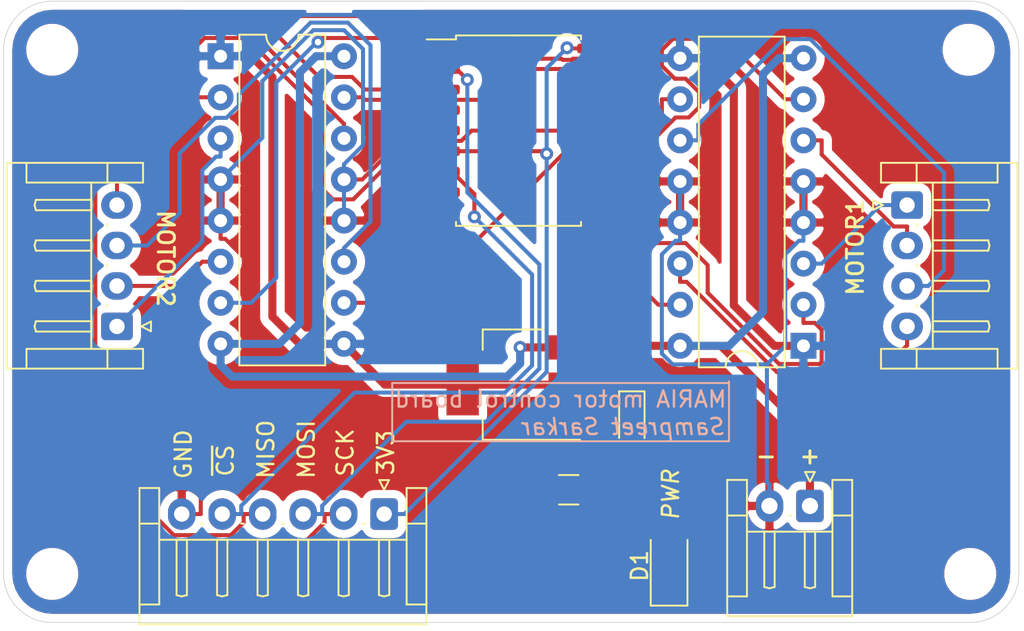
<source format=kicad_pcb>
(kicad_pcb (version 20171130) (host pcbnew "(5.1.6)-1")

  (general
    (thickness 1.6)
    (drawings 36)
    (tracks 289)
    (zones 0)
    (modules 15)
    (nets 27)
  )

  (page A4)
  (layers
    (0 F.Cu signal)
    (31 B.Cu signal)
    (32 B.Adhes user)
    (33 F.Adhes user)
    (34 B.Paste user)
    (35 F.Paste user)
    (36 B.SilkS user)
    (37 F.SilkS user)
    (38 B.Mask user)
    (39 F.Mask user)
    (40 Dwgs.User user)
    (41 Cmts.User user)
    (42 Eco1.User user)
    (43 Eco2.User user)
    (44 Edge.Cuts user)
    (45 Margin user)
    (46 B.CrtYd user)
    (47 F.CrtYd user)
    (48 B.Fab user)
    (49 F.Fab user hide)
  )

  (setup
    (last_trace_width 0.25)
    (user_trace_width 0.5)
    (trace_clearance 0.2)
    (zone_clearance 0.508)
    (zone_45_only no)
    (trace_min 0.2)
    (via_size 0.8)
    (via_drill 0.4)
    (via_min_size 0.4)
    (via_min_drill 0.3)
    (uvia_size 0.3)
    (uvia_drill 0.1)
    (uvias_allowed no)
    (uvia_min_size 0.2)
    (uvia_min_drill 0.1)
    (edge_width 0.05)
    (segment_width 0.2)
    (pcb_text_width 0.3)
    (pcb_text_size 1.5 1.5)
    (mod_edge_width 0.12)
    (mod_text_size 1 1)
    (mod_text_width 0.15)
    (pad_size 1.524 1.524)
    (pad_drill 0.762)
    (pad_to_mask_clearance 0.05)
    (aux_axis_origin 0 0)
    (visible_elements 7FFFFFFF)
    (pcbplotparams
      (layerselection 0x010fc_ffffffff)
      (usegerberextensions false)
      (usegerberattributes true)
      (usegerberadvancedattributes true)
      (creategerberjobfile true)
      (excludeedgelayer true)
      (linewidth 0.100000)
      (plotframeref false)
      (viasonmask false)
      (mode 1)
      (useauxorigin false)
      (hpglpennumber 1)
      (hpglpenspeed 20)
      (hpglpendiameter 15.000000)
      (psnegative false)
      (psa4output false)
      (plotreference true)
      (plotvalue true)
      (plotinvisibletext false)
      (padsonsilk false)
      (subtractmaskfromsilk false)
      (outputformat 1)
      (mirror false)
      (drillshape 0)
      (scaleselection 1)
      (outputdirectory "./"))
  )

  (net 0 "")
  (net 1 GND)
  (net 2 +5V)
  (net 3 "Net-(D1-Pad1)")
  (net 4 VCC)
  (net 5 CS)
  (net 6 MISO)
  (net 7 MOSI)
  (net 8 SCK)
  (net 9 +3V3)
  (net 10 M1D)
  (net 11 M1C)
  (net 12 M1B)
  (net 13 M1A)
  (net 14 M2D)
  (net 15 M2C)
  (net 16 M2B)
  (net 17 M2A)
  (net 18 GP7)
  (net 19 GP6)
  (net 20 GP5)
  (net 21 GP4)
  (net 22 GP3)
  (net 23 GP2)
  (net 24 GP1)
  (net 25 GP0)
  (net 26 "Net-(U2-Pad8)")

  (net_class Default "This is the default net class."
    (clearance 0.2)
    (trace_width 0.25)
    (via_dia 0.8)
    (via_drill 0.4)
    (uvia_dia 0.3)
    (uvia_drill 0.1)
    (add_net +3V3)
    (add_net +5V)
    (add_net CS)
    (add_net GND)
    (add_net GP0)
    (add_net GP1)
    (add_net GP2)
    (add_net GP3)
    (add_net GP4)
    (add_net GP5)
    (add_net GP6)
    (add_net GP7)
    (add_net M1A)
    (add_net M1B)
    (add_net M1C)
    (add_net M1D)
    (add_net M2A)
    (add_net M2B)
    (add_net M2C)
    (add_net M2D)
    (add_net MISO)
    (add_net MOSI)
    (add_net "Net-(D1-Pad1)")
    (add_net "Net-(U2-Pad8)")
    (add_net SCK)
    (add_net VCC)
  )

  (module Package_DIP:DIP-16_W7.62mm (layer F.Cu) (tedit 5A02E8C5) (tstamp 5F201F15)
    (at 92.9 134.2)
    (descr "16-lead though-hole mounted DIP package, row spacing 7.62 mm (300 mils)")
    (tags "THT DIP DIL PDIP 2.54mm 7.62mm 300mil")
    (path /5F236EFC)
    (fp_text reference U4 (at 3.81 -2.33) (layer F.Fab) hide
      (effects (font (size 1 1) (thickness 0.15)))
    )
    (fp_text value L293D (at 3.81 20.11) (layer F.Fab)
      (effects (font (size 1 1) (thickness 0.15)))
    )
    (fp_line (start 8.7 -1.55) (end -1.1 -1.55) (layer F.CrtYd) (width 0.05))
    (fp_line (start 8.7 19.3) (end 8.7 -1.55) (layer F.CrtYd) (width 0.05))
    (fp_line (start -1.1 19.3) (end 8.7 19.3) (layer F.CrtYd) (width 0.05))
    (fp_line (start -1.1 -1.55) (end -1.1 19.3) (layer F.CrtYd) (width 0.05))
    (fp_line (start 6.46 -1.33) (end 4.81 -1.33) (layer F.SilkS) (width 0.12))
    (fp_line (start 6.46 19.11) (end 6.46 -1.33) (layer F.SilkS) (width 0.12))
    (fp_line (start 1.16 19.11) (end 6.46 19.11) (layer F.SilkS) (width 0.12))
    (fp_line (start 1.16 -1.33) (end 1.16 19.11) (layer F.SilkS) (width 0.12))
    (fp_line (start 2.81 -1.33) (end 1.16 -1.33) (layer F.SilkS) (width 0.12))
    (fp_line (start 0.635 -0.27) (end 1.635 -1.27) (layer F.Fab) (width 0.1))
    (fp_line (start 0.635 19.05) (end 0.635 -0.27) (layer F.Fab) (width 0.1))
    (fp_line (start 6.985 19.05) (end 0.635 19.05) (layer F.Fab) (width 0.1))
    (fp_line (start 6.985 -1.27) (end 6.985 19.05) (layer F.Fab) (width 0.1))
    (fp_line (start 1.635 -1.27) (end 6.985 -1.27) (layer F.Fab) (width 0.1))
    (fp_text user %R (at 3.81 8.89) (layer F.Fab)
      (effects (font (size 1 1) (thickness 0.15)))
    )
    (fp_arc (start 3.81 -1.33) (end 2.81 -1.33) (angle -180) (layer F.SilkS) (width 0.12))
    (pad 16 thru_hole oval (at 7.62 0) (size 1.6 1.6) (drill 0.8) (layers *.Cu *.Mask)
      (net 4 VCC))
    (pad 8 thru_hole oval (at 0 17.78) (size 1.6 1.6) (drill 0.8) (layers *.Cu *.Mask)
      (net 4 VCC))
    (pad 15 thru_hole oval (at 7.62 2.54) (size 1.6 1.6) (drill 0.8) (layers *.Cu *.Mask)
      (net 18 GP7))
    (pad 7 thru_hole oval (at 0 15.24) (size 1.6 1.6) (drill 0.8) (layers *.Cu *.Mask)
      (net 20 GP5))
    (pad 14 thru_hole oval (at 7.62 5.08) (size 1.6 1.6) (drill 0.8) (layers *.Cu *.Mask)
      (net 14 M2D))
    (pad 6 thru_hole oval (at 0 12.7) (size 1.6 1.6) (drill 0.8) (layers *.Cu *.Mask)
      (net 16 M2B))
    (pad 13 thru_hole oval (at 7.62 7.62) (size 1.6 1.6) (drill 0.8) (layers *.Cu *.Mask)
      (net 1 GND))
    (pad 5 thru_hole oval (at 0 10.16) (size 1.6 1.6) (drill 0.8) (layers *.Cu *.Mask)
      (net 1 GND))
    (pad 12 thru_hole oval (at 7.62 10.16) (size 1.6 1.6) (drill 0.8) (layers *.Cu *.Mask)
      (net 1 GND))
    (pad 4 thru_hole oval (at 0 7.62) (size 1.6 1.6) (drill 0.8) (layers *.Cu *.Mask)
      (net 1 GND))
    (pad 11 thru_hole oval (at 7.62 12.7) (size 1.6 1.6) (drill 0.8) (layers *.Cu *.Mask)
      (net 15 M2C))
    (pad 3 thru_hole oval (at 0 5.08) (size 1.6 1.6) (drill 0.8) (layers *.Cu *.Mask)
      (net 17 M2A))
    (pad 10 thru_hole oval (at 7.62 15.24) (size 1.6 1.6) (drill 0.8) (layers *.Cu *.Mask)
      (net 19 GP6))
    (pad 2 thru_hole oval (at 0 2.54) (size 1.6 1.6) (drill 0.8) (layers *.Cu *.Mask)
      (net 21 GP4))
    (pad 9 thru_hole oval (at 7.62 17.78) (size 1.6 1.6) (drill 0.8) (layers *.Cu *.Mask)
      (net 2 +5V))
    (pad 1 thru_hole rect (at 0 0) (size 1.6 1.6) (drill 0.8) (layers *.Cu *.Mask)
      (net 2 +5V))
    (model ${KISYS3DMOD}/Package_DIP.3dshapes/DIP-16_W7.62mm.wrl
      (at (xyz 0 0 0))
      (scale (xyz 1 1 1))
      (rotate (xyz 0 0 0))
    )
  )

  (module Resistor_SMD:R_1206_3216Metric_Pad1.42x1.75mm_HandSolder (layer F.Cu) (tedit 5B301BBD) (tstamp 5F20283D)
    (at 114.4 161)
    (descr "Resistor SMD 1206 (3216 Metric), square (rectangular) end terminal, IPC_7351 nominal with elongated pad for handsoldering. (Body size source: http://www.tortai-tech.com/upload/download/2011102023233369053.pdf), generated with kicad-footprint-generator")
    (tags "resistor handsolder")
    (path /5F21C6B8)
    (attr smd)
    (fp_text reference R1 (at 0 -1.82) (layer F.Fab) hide
      (effects (font (size 1 1) (thickness 0.15)))
    )
    (fp_text value 330 (at 0 1.82) (layer F.Fab)
      (effects (font (size 1 1) (thickness 0.15)))
    )
    (fp_line (start 2.45 1.12) (end -2.45 1.12) (layer F.CrtYd) (width 0.05))
    (fp_line (start 2.45 -1.12) (end 2.45 1.12) (layer F.CrtYd) (width 0.05))
    (fp_line (start -2.45 -1.12) (end 2.45 -1.12) (layer F.CrtYd) (width 0.05))
    (fp_line (start -2.45 1.12) (end -2.45 -1.12) (layer F.CrtYd) (width 0.05))
    (fp_line (start -0.602064 0.91) (end 0.602064 0.91) (layer F.SilkS) (width 0.12))
    (fp_line (start -0.602064 -0.91) (end 0.602064 -0.91) (layer F.SilkS) (width 0.12))
    (fp_line (start 1.6 0.8) (end -1.6 0.8) (layer F.Fab) (width 0.1))
    (fp_line (start 1.6 -0.8) (end 1.6 0.8) (layer F.Fab) (width 0.1))
    (fp_line (start -1.6 -0.8) (end 1.6 -0.8) (layer F.Fab) (width 0.1))
    (fp_line (start -1.6 0.8) (end -1.6 -0.8) (layer F.Fab) (width 0.1))
    (fp_text user %R (at 0 0) (layer F.Fab)
      (effects (font (size 0.8 0.8) (thickness 0.12)))
    )
    (pad 2 smd roundrect (at 1.4875 0) (size 1.425 1.75) (layers F.Cu F.Paste F.Mask) (roundrect_rratio 0.175439)
      (net 1 GND))
    (pad 1 smd roundrect (at -1.4875 0) (size 1.425 1.75) (layers F.Cu F.Paste F.Mask) (roundrect_rratio 0.175439)
      (net 3 "Net-(D1-Pad1)"))
    (model ${KISYS3DMOD}/Resistor_SMD.3dshapes/R_1206_3216Metric.wrl
      (at (xyz 0 0 0))
      (scale (xyz 1 1 1))
      (rotate (xyz 0 0 0))
    )
  )

  (module Capacitor_Tantalum_SMD:CP_EIA-2012-15_AVX-P_Pad1.30x1.05mm_HandSolder (layer F.Cu) (tedit 5B301BBE) (tstamp 5F20882A)
    (at 118.3 156.8 270)
    (descr "Tantalum Capacitor SMD AVX-P (2012-15 Metric), IPC_7351 nominal, (Body size from: https://www.vishay.com/docs/40182/tmch.pdf), generated with kicad-footprint-generator")
    (tags "capacitor tantalum")
    (path /5F21AE53)
    (attr smd)
    (fp_text reference C1 (at 0 -1.58 90) (layer F.Fab) hide
      (effects (font (size 1 1) (thickness 0.15)))
    )
    (fp_text value 22uF (at 0 1.58 90) (layer F.Fab)
      (effects (font (size 1 1) (thickness 0.15)))
    )
    (fp_line (start 1.88 0.88) (end -1.88 0.88) (layer F.CrtYd) (width 0.05))
    (fp_line (start 1.88 -0.88) (end 1.88 0.88) (layer F.CrtYd) (width 0.05))
    (fp_line (start -1.88 -0.88) (end 1.88 -0.88) (layer F.CrtYd) (width 0.05))
    (fp_line (start -1.88 0.88) (end -1.88 -0.88) (layer F.CrtYd) (width 0.05))
    (fp_line (start -1.885 0.785) (end 1 0.785) (layer F.SilkS) (width 0.12))
    (fp_line (start -1.885 -0.785) (end -1.885 0.785) (layer F.SilkS) (width 0.12))
    (fp_line (start 1 -0.785) (end -1.885 -0.785) (layer F.SilkS) (width 0.12))
    (fp_line (start 1 0.625) (end 1 -0.625) (layer F.Fab) (width 0.1))
    (fp_line (start -1 0.625) (end 1 0.625) (layer F.Fab) (width 0.1))
    (fp_line (start -1 -0.3125) (end -1 0.625) (layer F.Fab) (width 0.1))
    (fp_line (start -0.6875 -0.625) (end -1 -0.3125) (layer F.Fab) (width 0.1))
    (fp_line (start 1 -0.625) (end -0.6875 -0.625) (layer F.Fab) (width 0.1))
    (fp_text user %R (at 0 0 90) (layer F.Fab)
      (effects (font (size 0.5 0.5) (thickness 0.08)))
    )
    (pad 2 smd roundrect (at 0.975 0 270) (size 1.3 1.05) (layers F.Cu F.Paste F.Mask) (roundrect_rratio 0.238095)
      (net 1 GND))
    (pad 1 smd roundrect (at -0.975 0 270) (size 1.3 1.05) (layers F.Cu F.Paste F.Mask) (roundrect_rratio 0.238095)
      (net 2 +5V))
    (model ${KISYS3DMOD}/Capacitor_Tantalum_SMD.3dshapes/CP_EIA-2012-15_AVX-P.wrl
      (at (xyz 0 0 0))
      (scale (xyz 1 1 1))
      (rotate (xyz 0 0 0))
    )
  )

  (module Package_TO_SOT_SMD:SOT-223-3_TabPin2 (layer F.Cu) (tedit 5A02FF57) (tstamp 5F213618)
    (at 111 154.5 180)
    (descr "module CMS SOT223 4 pins")
    (tags "CMS SOT")
    (path /5F209835)
    (attr smd)
    (fp_text reference U1 (at 0 -4.5) (layer F.Fab) hide
      (effects (font (size 1 1) (thickness 0.15)))
    )
    (fp_text value AMS1117-5.0 (at 0 4.5) (layer F.Fab)
      (effects (font (size 1 1) (thickness 0.15)))
    )
    (fp_line (start 1.85 -3.35) (end 1.85 3.35) (layer F.Fab) (width 0.1))
    (fp_line (start -1.85 3.35) (end 1.85 3.35) (layer F.Fab) (width 0.1))
    (fp_line (start -4.1 -3.41) (end 1.91 -3.41) (layer F.SilkS) (width 0.12))
    (fp_line (start -0.85 -3.35) (end 1.85 -3.35) (layer F.Fab) (width 0.1))
    (fp_line (start -1.85 3.41) (end 1.91 3.41) (layer F.SilkS) (width 0.12))
    (fp_line (start -1.85 -2.35) (end -1.85 3.35) (layer F.Fab) (width 0.1))
    (fp_line (start -1.85 -2.35) (end -0.85 -3.35) (layer F.Fab) (width 0.1))
    (fp_line (start -4.4 -3.6) (end -4.4 3.6) (layer F.CrtYd) (width 0.05))
    (fp_line (start -4.4 3.6) (end 4.4 3.6) (layer F.CrtYd) (width 0.05))
    (fp_line (start 4.4 3.6) (end 4.4 -3.6) (layer F.CrtYd) (width 0.05))
    (fp_line (start 4.4 -3.6) (end -4.4 -3.6) (layer F.CrtYd) (width 0.05))
    (fp_line (start 1.91 -3.41) (end 1.91 -2.15) (layer F.SilkS) (width 0.12))
    (fp_line (start 1.91 3.41) (end 1.91 2.15) (layer F.SilkS) (width 0.12))
    (fp_text user %R (at 0 0 90) (layer F.Fab)
      (effects (font (size 0.8 0.8) (thickness 0.12)))
    )
    (pad 1 smd rect (at -3.15 -2.3 180) (size 2 1.5) (layers F.Cu F.Paste F.Mask)
      (net 1 GND))
    (pad 3 smd rect (at -3.15 2.3 180) (size 2 1.5) (layers F.Cu F.Paste F.Mask)
      (net 4 VCC))
    (pad 2 smd rect (at -3.15 0 180) (size 2 1.5) (layers F.Cu F.Paste F.Mask)
      (net 2 +5V))
    (pad 2 smd rect (at 3.15 0 180) (size 2 3.8) (layers F.Cu F.Paste F.Mask)
      (net 2 +5V))
    (model ${KISYS3DMOD}/Package_TO_SOT_SMD.3dshapes/SOT-223.wrl
      (at (xyz 0 0 0))
      (scale (xyz 1 1 1))
      (rotate (xyz 0 0 0))
    )
  )

  (module Package_SO:SOIC-18W_7.5x11.6mm_P1.27mm (layer F.Cu) (tedit 5D9F72B1) (tstamp 5F201ECD)
    (at 111.3 138.8)
    (descr "SOIC, 18 Pin (JEDEC MS-013AB, https://www.analog.com/media/en/package-pcb-resources/package/33254132129439rw_18.pdf), generated with kicad-footprint-generator ipc_gullwing_generator.py")
    (tags "SOIC SO")
    (path /5F1FA7BD)
    (attr smd)
    (fp_text reference U2 (at 0 -6.72) (layer F.Fab) hide
      (effects (font (size 1 1) (thickness 0.15)))
    )
    (fp_text value MCP23S08-xSO (at 0 6.72) (layer F.Fab)
      (effects (font (size 1 1) (thickness 0.15)))
    )
    (fp_line (start 5.93 -6.02) (end -5.93 -6.02) (layer F.CrtYd) (width 0.05))
    (fp_line (start 5.93 6.02) (end 5.93 -6.02) (layer F.CrtYd) (width 0.05))
    (fp_line (start -5.93 6.02) (end 5.93 6.02) (layer F.CrtYd) (width 0.05))
    (fp_line (start -5.93 -6.02) (end -5.93 6.02) (layer F.CrtYd) (width 0.05))
    (fp_line (start -3.75 -4.775) (end -2.75 -5.775) (layer F.Fab) (width 0.1))
    (fp_line (start -3.75 5.775) (end -3.75 -4.775) (layer F.Fab) (width 0.1))
    (fp_line (start 3.75 5.775) (end -3.75 5.775) (layer F.Fab) (width 0.1))
    (fp_line (start 3.75 -5.775) (end 3.75 5.775) (layer F.Fab) (width 0.1))
    (fp_line (start -2.75 -5.775) (end 3.75 -5.775) (layer F.Fab) (width 0.1))
    (fp_line (start -3.86 -5.64) (end -5.675 -5.64) (layer F.SilkS) (width 0.12))
    (fp_line (start -3.86 -5.885) (end -3.86 -5.64) (layer F.SilkS) (width 0.12))
    (fp_line (start 0 -5.885) (end -3.86 -5.885) (layer F.SilkS) (width 0.12))
    (fp_line (start 3.86 -5.885) (end 3.86 -5.64) (layer F.SilkS) (width 0.12))
    (fp_line (start 0 -5.885) (end 3.86 -5.885) (layer F.SilkS) (width 0.12))
    (fp_line (start -3.86 5.885) (end -3.86 5.64) (layer F.SilkS) (width 0.12))
    (fp_line (start 0 5.885) (end -3.86 5.885) (layer F.SilkS) (width 0.12))
    (fp_line (start 3.86 5.885) (end 3.86 5.64) (layer F.SilkS) (width 0.12))
    (fp_line (start 0 5.885) (end 3.86 5.885) (layer F.SilkS) (width 0.12))
    (fp_text user %R (at 0 0) (layer F.Fab)
      (effects (font (size 1 1) (thickness 0.15)))
    )
    (pad 18 smd roundrect (at 4.65 -5.08) (size 2.05 0.6) (layers F.Cu F.Paste F.Mask) (roundrect_rratio 0.25)
      (net 9 +3V3))
    (pad 17 smd roundrect (at 4.65 -3.81) (size 2.05 0.6) (layers F.Cu F.Paste F.Mask) (roundrect_rratio 0.25)
      (net 18 GP7))
    (pad 16 smd roundrect (at 4.65 -2.54) (size 2.05 0.6) (layers F.Cu F.Paste F.Mask) (roundrect_rratio 0.25)
      (net 19 GP6))
    (pad 15 smd roundrect (at 4.65 -1.27) (size 2.05 0.6) (layers F.Cu F.Paste F.Mask) (roundrect_rratio 0.25)
      (net 20 GP5))
    (pad 14 smd roundrect (at 4.65 0) (size 2.05 0.6) (layers F.Cu F.Paste F.Mask) (roundrect_rratio 0.25)
      (net 21 GP4))
    (pad 13 smd roundrect (at 4.65 1.27) (size 2.05 0.6) (layers F.Cu F.Paste F.Mask) (roundrect_rratio 0.25)
      (net 22 GP3))
    (pad 12 smd roundrect (at 4.65 2.54) (size 2.05 0.6) (layers F.Cu F.Paste F.Mask) (roundrect_rratio 0.25)
      (net 23 GP2))
    (pad 11 smd roundrect (at 4.65 3.81) (size 2.05 0.6) (layers F.Cu F.Paste F.Mask) (roundrect_rratio 0.25)
      (net 24 GP1))
    (pad 10 smd roundrect (at 4.65 5.08) (size 2.05 0.6) (layers F.Cu F.Paste F.Mask) (roundrect_rratio 0.25)
      (net 25 GP0))
    (pad 9 smd roundrect (at -4.65 5.08) (size 2.05 0.6) (layers F.Cu F.Paste F.Mask) (roundrect_rratio 0.25)
      (net 1 GND))
    (pad 8 smd roundrect (at -4.65 3.81) (size 2.05 0.6) (layers F.Cu F.Paste F.Mask) (roundrect_rratio 0.25)
      (net 26 "Net-(U2-Pad8)"))
    (pad 7 smd roundrect (at -4.65 2.54) (size 2.05 0.6) (layers F.Cu F.Paste F.Mask) (roundrect_rratio 0.25)
      (net 5 CS))
    (pad 6 smd roundrect (at -4.65 1.27) (size 2.05 0.6) (layers F.Cu F.Paste F.Mask) (roundrect_rratio 0.25)
      (net 9 +3V3))
    (pad 5 smd roundrect (at -4.65 0) (size 2.05 0.6) (layers F.Cu F.Paste F.Mask) (roundrect_rratio 0.25)
      (net 1 GND))
    (pad 4 smd roundrect (at -4.65 -1.27) (size 2.05 0.6) (layers F.Cu F.Paste F.Mask) (roundrect_rratio 0.25)
      (net 1 GND))
    (pad 3 smd roundrect (at -4.65 -2.54) (size 2.05 0.6) (layers F.Cu F.Paste F.Mask) (roundrect_rratio 0.25)
      (net 6 MISO))
    (pad 2 smd roundrect (at -4.65 -3.81) (size 2.05 0.6) (layers F.Cu F.Paste F.Mask) (roundrect_rratio 0.25)
      (net 7 MOSI))
    (pad 1 smd roundrect (at -4.65 -5.08) (size 2.05 0.6) (layers F.Cu F.Paste F.Mask) (roundrect_rratio 0.25)
      (net 8 SCK))
    (model ${KISYS3DMOD}/Package_SO.3dshapes/SOIC-18W_7.5x11.6mm_P1.27mm.wrl
      (at (xyz 0 0 0))
      (scale (xyz 1 1 1))
      (rotate (xyz 0 0 0))
    )
  )

  (module Package_DIP:DIP-16_W7.62mm (layer F.Cu) (tedit 5A02E8C5) (tstamp 5F20866A)
    (at 128.9 152.1 180)
    (descr "16-lead though-hole mounted DIP package, row spacing 7.62 mm (300 mils)")
    (tags "THT DIP DIL PDIP 2.54mm 7.62mm 300mil")
    (path /5F1FB4F7)
    (fp_text reference U3 (at 3.81 -2.33) (layer F.Fab) hide
      (effects (font (size 1 1) (thickness 0.15)))
    )
    (fp_text value L293D (at 3.81 20.11) (layer F.Fab) hide
      (effects (font (size 1 1) (thickness 0.15)))
    )
    (fp_line (start 8.7 -1.55) (end -1.1 -1.55) (layer F.CrtYd) (width 0.05))
    (fp_line (start 8.7 19.3) (end 8.7 -1.55) (layer F.CrtYd) (width 0.05))
    (fp_line (start -1.1 19.3) (end 8.7 19.3) (layer F.CrtYd) (width 0.05))
    (fp_line (start -1.1 -1.55) (end -1.1 19.3) (layer F.CrtYd) (width 0.05))
    (fp_line (start 6.46 -1.33) (end 4.81 -1.33) (layer F.SilkS) (width 0.12))
    (fp_line (start 6.46 19.11) (end 6.46 -1.33) (layer F.SilkS) (width 0.12))
    (fp_line (start 1.16 19.11) (end 6.46 19.11) (layer F.SilkS) (width 0.12))
    (fp_line (start 1.16 -1.33) (end 1.16 19.11) (layer F.SilkS) (width 0.12))
    (fp_line (start 2.81 -1.33) (end 1.16 -1.33) (layer F.SilkS) (width 0.12))
    (fp_line (start 0.635 -0.27) (end 1.635 -1.27) (layer F.Fab) (width 0.1))
    (fp_line (start 0.635 19.05) (end 0.635 -0.27) (layer F.Fab) (width 0.1))
    (fp_line (start 6.985 19.05) (end 0.635 19.05) (layer F.Fab) (width 0.1))
    (fp_line (start 6.985 -1.27) (end 6.985 19.05) (layer F.Fab) (width 0.1))
    (fp_line (start 1.635 -1.27) (end 6.985 -1.27) (layer F.Fab) (width 0.1))
    (fp_text user %R (at 3.81 8.89) (layer F.Fab)
      (effects (font (size 1 1) (thickness 0.15)))
    )
    (fp_arc (start 3.81 -1.33) (end 2.81 -1.33) (angle -180) (layer F.SilkS) (width 0.12))
    (pad 16 thru_hole oval (at 7.62 0 180) (size 1.6 1.6) (drill 0.8) (layers *.Cu *.Mask)
      (net 4 VCC))
    (pad 8 thru_hole oval (at 0 17.78 180) (size 1.6 1.6) (drill 0.8) (layers *.Cu *.Mask)
      (net 4 VCC))
    (pad 15 thru_hole oval (at 7.62 2.54 180) (size 1.6 1.6) (drill 0.8) (layers *.Cu *.Mask)
      (net 22 GP3))
    (pad 7 thru_hole oval (at 0 15.24 180) (size 1.6 1.6) (drill 0.8) (layers *.Cu *.Mask)
      (net 24 GP1))
    (pad 14 thru_hole oval (at 7.62 5.08 180) (size 1.6 1.6) (drill 0.8) (layers *.Cu *.Mask)
      (net 10 M1D))
    (pad 6 thru_hole oval (at 0 12.7 180) (size 1.6 1.6) (drill 0.8) (layers *.Cu *.Mask)
      (net 12 M1B))
    (pad 13 thru_hole oval (at 7.62 7.62 180) (size 1.6 1.6) (drill 0.8) (layers *.Cu *.Mask)
      (net 1 GND))
    (pad 5 thru_hole oval (at 0 10.16 180) (size 1.6 1.6) (drill 0.8) (layers *.Cu *.Mask)
      (net 1 GND))
    (pad 12 thru_hole oval (at 7.62 10.16 180) (size 1.6 1.6) (drill 0.8) (layers *.Cu *.Mask)
      (net 1 GND))
    (pad 4 thru_hole oval (at 0 7.62 180) (size 1.6 1.6) (drill 0.8) (layers *.Cu *.Mask)
      (net 1 GND))
    (pad 11 thru_hole oval (at 7.62 12.7 180) (size 1.6 1.6) (drill 0.8) (layers *.Cu *.Mask)
      (net 11 M1C))
    (pad 3 thru_hole oval (at 0 5.08 180) (size 1.6 1.6) (drill 0.8) (layers *.Cu *.Mask)
      (net 13 M1A))
    (pad 10 thru_hole oval (at 7.62 15.24 180) (size 1.6 1.6) (drill 0.8) (layers *.Cu *.Mask)
      (net 23 GP2))
    (pad 2 thru_hole oval (at 0 2.54 180) (size 1.6 1.6) (drill 0.8) (layers *.Cu *.Mask)
      (net 25 GP0))
    (pad 9 thru_hole oval (at 7.62 17.78 180) (size 1.6 1.6) (drill 0.8) (layers *.Cu *.Mask)
      (net 2 +5V))
    (pad 1 thru_hole rect (at 0 0 180) (size 1.6 1.6) (drill 0.8) (layers *.Cu *.Mask)
      (net 2 +5V))
    (model ${KISYS3DMOD}/Package_DIP.3dshapes/DIP-16_W7.62mm.wrl
      (at (xyz 0 0 0))
      (scale (xyz 1 1 1))
      (rotate (xyz 0 0 0))
    )
  )

  (module Connector_JST:JST_EH_S4B-EH_1x04_P2.50mm_Horizontal (layer F.Cu) (tedit 5C281425) (tstamp 5F203FEF)
    (at 86.5 150.9 90)
    (descr "JST EH series connector, S4B-EH (http://www.jst-mfg.com/product/pdf/eng/eEH.pdf), generated with kicad-footprint-generator")
    (tags "connector JST EH horizontal")
    (path /5F201EE2)
    (fp_text reference J4 (at -4.1 1.1 90) (layer F.Fab) hide
      (effects (font (size 1 1) (thickness 0.15)))
    )
    (fp_text value Motor_Connector (at 3.75 2.7 90) (layer F.Fab) hide
      (effects (font (size 1 1) (thickness 0.15)))
    )
    (fp_line (start 0 -1.407107) (end 0.5 -0.7) (layer F.Fab) (width 0.1))
    (fp_line (start -0.5 -0.7) (end 0 -1.407107) (layer F.Fab) (width 0.1))
    (fp_line (start 0.3 2.1) (end 0 1.5) (layer F.SilkS) (width 0.12))
    (fp_line (start -0.3 2.1) (end 0.3 2.1) (layer F.SilkS) (width 0.12))
    (fp_line (start 0 1.5) (end -0.3 2.1) (layer F.SilkS) (width 0.12))
    (fp_line (start 7.82 -1.59) (end 7.5 -1.59) (layer F.SilkS) (width 0.12))
    (fp_line (start 7.82 -5.01) (end 7.82 -1.59) (layer F.SilkS) (width 0.12))
    (fp_line (start 7.5 -5.09) (end 7.82 -5.01) (layer F.SilkS) (width 0.12))
    (fp_line (start 7.18 -5.01) (end 7.5 -5.09) (layer F.SilkS) (width 0.12))
    (fp_line (start 7.18 -1.59) (end 7.18 -5.01) (layer F.SilkS) (width 0.12))
    (fp_line (start 7.5 -1.59) (end 7.18 -1.59) (layer F.SilkS) (width 0.12))
    (fp_line (start 6.17 -0.59) (end 6.33 -0.59) (layer F.SilkS) (width 0.12))
    (fp_line (start 5.32 -1.59) (end 5 -1.59) (layer F.SilkS) (width 0.12))
    (fp_line (start 5.32 -5.01) (end 5.32 -1.59) (layer F.SilkS) (width 0.12))
    (fp_line (start 5 -5.09) (end 5.32 -5.01) (layer F.SilkS) (width 0.12))
    (fp_line (start 4.68 -5.01) (end 5 -5.09) (layer F.SilkS) (width 0.12))
    (fp_line (start 4.68 -1.59) (end 4.68 -5.01) (layer F.SilkS) (width 0.12))
    (fp_line (start 5 -1.59) (end 4.68 -1.59) (layer F.SilkS) (width 0.12))
    (fp_line (start 3.67 -0.59) (end 3.83 -0.59) (layer F.SilkS) (width 0.12))
    (fp_line (start 2.82 -1.59) (end 2.5 -1.59) (layer F.SilkS) (width 0.12))
    (fp_line (start 2.82 -5.01) (end 2.82 -1.59) (layer F.SilkS) (width 0.12))
    (fp_line (start 2.5 -5.09) (end 2.82 -5.01) (layer F.SilkS) (width 0.12))
    (fp_line (start 2.18 -5.01) (end 2.5 -5.09) (layer F.SilkS) (width 0.12))
    (fp_line (start 2.18 -1.59) (end 2.18 -5.01) (layer F.SilkS) (width 0.12))
    (fp_line (start 2.5 -1.59) (end 2.18 -1.59) (layer F.SilkS) (width 0.12))
    (fp_line (start 1.17 -0.59) (end 1.33 -0.59) (layer F.SilkS) (width 0.12))
    (fp_line (start 0.32 -1.59) (end 0 -1.59) (layer F.SilkS) (width 0.12))
    (fp_line (start 0.32 -5.01) (end 0.32 -1.59) (layer F.SilkS) (width 0.12))
    (fp_line (start 0 -5.09) (end 0.32 -5.01) (layer F.SilkS) (width 0.12))
    (fp_line (start -0.32 -5.01) (end 0 -5.09) (layer F.SilkS) (width 0.12))
    (fp_line (start -0.32 -1.59) (end -0.32 -5.01) (layer F.SilkS) (width 0.12))
    (fp_line (start 0 -1.59) (end -0.32 -1.59) (layer F.SilkS) (width 0.12))
    (fp_line (start -1.39 -1.59) (end 8.89 -1.59) (layer F.SilkS) (width 0.12))
    (fp_line (start 8.89 -0.59) (end 10.11 -0.59) (layer F.SilkS) (width 0.12))
    (fp_line (start 8.89 -5.59) (end 8.89 -0.59) (layer F.SilkS) (width 0.12))
    (fp_line (start 10.11 -5.59) (end 8.89 -5.59) (layer F.SilkS) (width 0.12))
    (fp_line (start -1.39 -0.59) (end -2.61 -0.59) (layer F.SilkS) (width 0.12))
    (fp_line (start -1.39 -5.59) (end -1.39 -0.59) (layer F.SilkS) (width 0.12))
    (fp_line (start -2.61 -5.59) (end -1.39 -5.59) (layer F.SilkS) (width 0.12))
    (fp_line (start 8.89 1.61) (end 8.89 -0.59) (layer F.SilkS) (width 0.12))
    (fp_line (start 10.11 1.61) (end 8.89 1.61) (layer F.SilkS) (width 0.12))
    (fp_line (start 10.11 -6.81) (end 10.11 1.61) (layer F.SilkS) (width 0.12))
    (fp_line (start -2.61 -6.81) (end 10.11 -6.81) (layer F.SilkS) (width 0.12))
    (fp_line (start -2.61 1.61) (end -2.61 -6.81) (layer F.SilkS) (width 0.12))
    (fp_line (start -1.39 1.61) (end -2.61 1.61) (layer F.SilkS) (width 0.12))
    (fp_line (start -1.39 -0.59) (end -1.39 1.61) (layer F.SilkS) (width 0.12))
    (fp_line (start 10.5 -7.2) (end -3 -7.2) (layer F.CrtYd) (width 0.05))
    (fp_line (start 10.5 2) (end 10.5 -7.2) (layer F.CrtYd) (width 0.05))
    (fp_line (start -3 2) (end 10.5 2) (layer F.CrtYd) (width 0.05))
    (fp_line (start -3 -7.2) (end -3 2) (layer F.CrtYd) (width 0.05))
    (fp_line (start 9 -0.7) (end -1.5 -0.7) (layer F.Fab) (width 0.1))
    (fp_line (start 9 1.5) (end 9 -0.7) (layer F.Fab) (width 0.1))
    (fp_line (start 10 1.5) (end 9 1.5) (layer F.Fab) (width 0.1))
    (fp_line (start 10 -6.7) (end 10 1.5) (layer F.Fab) (width 0.1))
    (fp_line (start -2.5 -6.7) (end 10 -6.7) (layer F.Fab) (width 0.1))
    (fp_line (start -2.5 1.5) (end -2.5 -6.7) (layer F.Fab) (width 0.1))
    (fp_line (start -1.5 1.5) (end -2.5 1.5) (layer F.Fab) (width 0.1))
    (fp_line (start -1.5 -0.7) (end -1.5 1.5) (layer F.Fab) (width 0.1))
    (fp_text user %R (at -4.1 -0.3 90) (layer F.Fab) hide
      (effects (font (size 1 1) (thickness 0.15)))
    )
    (pad 4 thru_hole oval (at 7.5 0 90) (size 1.7 1.95) (drill 0.95) (layers *.Cu *.Mask)
      (net 14 M2D))
    (pad 3 thru_hole oval (at 5 0 90) (size 1.7 1.95) (drill 0.95) (layers *.Cu *.Mask)
      (net 15 M2C))
    (pad 2 thru_hole oval (at 2.5 0 90) (size 1.7 1.95) (drill 0.95) (layers *.Cu *.Mask)
      (net 16 M2B))
    (pad 1 thru_hole roundrect (at 0 0 90) (size 1.7 1.95) (drill 0.95) (layers *.Cu *.Mask) (roundrect_rratio 0.147059)
      (net 17 M2A))
    (model ${KISYS3DMOD}/Connector_JST.3dshapes/JST_EH_S4B-EH_1x04_P2.50mm_Horizontal.wrl
      (at (xyz 0 0 0))
      (scale (xyz 1 1 1))
      (rotate (xyz 0 0 0))
    )
  )

  (module Connector_JST:JST_EH_S4B-EH_1x04_P2.50mm_Horizontal (layer F.Cu) (tedit 5C281425) (tstamp 5F2053F8)
    (at 135.3 143.4 270)
    (descr "JST EH series connector, S4B-EH (http://www.jst-mfg.com/product/pdf/eng/eEH.pdf), generated with kicad-footprint-generator")
    (tags "connector JST EH horizontal")
    (path /5F201353)
    (fp_text reference J3 (at 3.75 -7.9 90) (layer F.Fab) hide
      (effects (font (size 1 1) (thickness 0.15)))
    )
    (fp_text value Motor_Connector (at 3.75 2.7 90) (layer F.Fab) hide
      (effects (font (size 1 1) (thickness 0.15)))
    )
    (fp_line (start 0 -1.407107) (end 0.5 -0.7) (layer F.Fab) (width 0.1))
    (fp_line (start -0.5 -0.7) (end 0 -1.407107) (layer F.Fab) (width 0.1))
    (fp_line (start 0.3 2.1) (end 0 1.5) (layer F.SilkS) (width 0.12))
    (fp_line (start -0.3 2.1) (end 0.3 2.1) (layer F.SilkS) (width 0.12))
    (fp_line (start 0 1.5) (end -0.3 2.1) (layer F.SilkS) (width 0.12))
    (fp_line (start 7.82 -1.59) (end 7.5 -1.59) (layer F.SilkS) (width 0.12))
    (fp_line (start 7.82 -5.01) (end 7.82 -1.59) (layer F.SilkS) (width 0.12))
    (fp_line (start 7.5 -5.09) (end 7.82 -5.01) (layer F.SilkS) (width 0.12))
    (fp_line (start 7.18 -5.01) (end 7.5 -5.09) (layer F.SilkS) (width 0.12))
    (fp_line (start 7.18 -1.59) (end 7.18 -5.01) (layer F.SilkS) (width 0.12))
    (fp_line (start 7.5 -1.59) (end 7.18 -1.59) (layer F.SilkS) (width 0.12))
    (fp_line (start 6.17 -0.59) (end 6.33 -0.59) (layer F.SilkS) (width 0.12))
    (fp_line (start 5.32 -1.59) (end 5 -1.59) (layer F.SilkS) (width 0.12))
    (fp_line (start 5.32 -5.01) (end 5.32 -1.59) (layer F.SilkS) (width 0.12))
    (fp_line (start 5 -5.09) (end 5.32 -5.01) (layer F.SilkS) (width 0.12))
    (fp_line (start 4.68 -5.01) (end 5 -5.09) (layer F.SilkS) (width 0.12))
    (fp_line (start 4.68 -1.59) (end 4.68 -5.01) (layer F.SilkS) (width 0.12))
    (fp_line (start 5 -1.59) (end 4.68 -1.59) (layer F.SilkS) (width 0.12))
    (fp_line (start 3.67 -0.59) (end 3.83 -0.59) (layer F.SilkS) (width 0.12))
    (fp_line (start 2.82 -1.59) (end 2.5 -1.59) (layer F.SilkS) (width 0.12))
    (fp_line (start 2.82 -5.01) (end 2.82 -1.59) (layer F.SilkS) (width 0.12))
    (fp_line (start 2.5 -5.09) (end 2.82 -5.01) (layer F.SilkS) (width 0.12))
    (fp_line (start 2.18 -5.01) (end 2.5 -5.09) (layer F.SilkS) (width 0.12))
    (fp_line (start 2.18 -1.59) (end 2.18 -5.01) (layer F.SilkS) (width 0.12))
    (fp_line (start 2.5 -1.59) (end 2.18 -1.59) (layer F.SilkS) (width 0.12))
    (fp_line (start 1.17 -0.59) (end 1.33 -0.59) (layer F.SilkS) (width 0.12))
    (fp_line (start 0.32 -1.59) (end 0 -1.59) (layer F.SilkS) (width 0.12))
    (fp_line (start 0.32 -5.01) (end 0.32 -1.59) (layer F.SilkS) (width 0.12))
    (fp_line (start 0 -5.09) (end 0.32 -5.01) (layer F.SilkS) (width 0.12))
    (fp_line (start -0.32 -5.01) (end 0 -5.09) (layer F.SilkS) (width 0.12))
    (fp_line (start -0.32 -1.59) (end -0.32 -5.01) (layer F.SilkS) (width 0.12))
    (fp_line (start 0 -1.59) (end -0.32 -1.59) (layer F.SilkS) (width 0.12))
    (fp_line (start -1.39 -1.59) (end 8.89 -1.59) (layer F.SilkS) (width 0.12))
    (fp_line (start 8.89 -0.59) (end 10.11 -0.59) (layer F.SilkS) (width 0.12))
    (fp_line (start 8.89 -5.59) (end 8.89 -0.59) (layer F.SilkS) (width 0.12))
    (fp_line (start 10.11 -5.59) (end 8.89 -5.59) (layer F.SilkS) (width 0.12))
    (fp_line (start -1.39 -0.59) (end -2.61 -0.59) (layer F.SilkS) (width 0.12))
    (fp_line (start -1.39 -5.59) (end -1.39 -0.59) (layer F.SilkS) (width 0.12))
    (fp_line (start -2.61 -5.59) (end -1.39 -5.59) (layer F.SilkS) (width 0.12))
    (fp_line (start 8.89 1.61) (end 8.89 -0.59) (layer F.SilkS) (width 0.12))
    (fp_line (start 10.11 1.61) (end 8.89 1.61) (layer F.SilkS) (width 0.12))
    (fp_line (start 10.11 -6.81) (end 10.11 1.61) (layer F.SilkS) (width 0.12))
    (fp_line (start -2.61 -6.81) (end 10.11 -6.81) (layer F.SilkS) (width 0.12))
    (fp_line (start -2.61 1.61) (end -2.61 -6.81) (layer F.SilkS) (width 0.12))
    (fp_line (start -1.39 1.61) (end -2.61 1.61) (layer F.SilkS) (width 0.12))
    (fp_line (start -1.39 -0.59) (end -1.39 1.61) (layer F.SilkS) (width 0.12))
    (fp_line (start 10.5 -7.2) (end -3 -7.2) (layer F.CrtYd) (width 0.05))
    (fp_line (start 10.5 2) (end 10.5 -7.2) (layer F.CrtYd) (width 0.05))
    (fp_line (start -3 2) (end 10.5 2) (layer F.CrtYd) (width 0.05))
    (fp_line (start -3 -7.2) (end -3 2) (layer F.CrtYd) (width 0.05))
    (fp_line (start 9 -0.7) (end -1.5 -0.7) (layer F.Fab) (width 0.1))
    (fp_line (start 9 1.5) (end 9 -0.7) (layer F.Fab) (width 0.1))
    (fp_line (start 10 1.5) (end 9 1.5) (layer F.Fab) (width 0.1))
    (fp_line (start 10 -6.7) (end 10 1.5) (layer F.Fab) (width 0.1))
    (fp_line (start -2.5 -6.7) (end 10 -6.7) (layer F.Fab) (width 0.1))
    (fp_line (start -2.5 1.5) (end -2.5 -6.7) (layer F.Fab) (width 0.1))
    (fp_line (start -1.5 1.5) (end -2.5 1.5) (layer F.Fab) (width 0.1))
    (fp_line (start -1.5 -0.7) (end -1.5 1.5) (layer F.Fab) (width 0.1))
    (fp_text user %R (at 3.75 -2.6 90) (layer F.Fab)
      (effects (font (size 1 1) (thickness 0.15)))
    )
    (pad 4 thru_hole oval (at 7.5 0 270) (size 1.7 1.95) (drill 0.95) (layers *.Cu *.Mask)
      (net 10 M1D))
    (pad 3 thru_hole oval (at 5 0 270) (size 1.7 1.95) (drill 0.95) (layers *.Cu *.Mask)
      (net 11 M1C))
    (pad 2 thru_hole oval (at 2.5 0 270) (size 1.7 1.95) (drill 0.95) (layers *.Cu *.Mask)
      (net 12 M1B))
    (pad 1 thru_hole roundrect (at 0 0 270) (size 1.7 1.95) (drill 0.95) (layers *.Cu *.Mask) (roundrect_rratio 0.147059)
      (net 13 M1A))
    (model ${KISYS3DMOD}/Connector_JST.3dshapes/JST_EH_S4B-EH_1x04_P2.50mm_Horizontal.wrl
      (at (xyz 0 0 0))
      (scale (xyz 1 1 1))
      (rotate (xyz 0 0 0))
    )
  )

  (module Connector_JST:JST_EH_S6B-EH_1x06_P2.50mm_Horizontal (layer F.Cu) (tedit 5C281425) (tstamp 5F208174)
    (at 103 162.5 180)
    (descr "JST EH series connector, S6B-EH (http://www.jst-mfg.com/product/pdf/eng/eEH.pdf), generated with kicad-footprint-generator")
    (tags "connector JST EH horizontal")
    (path /5F203BA1)
    (fp_text reference J2 (at 6.25 -7.9) (layer F.Fab) hide
      (effects (font (size 1 1) (thickness 0.15)))
    )
    (fp_text value SPI_Connector (at 6.25 2.7) (layer F.Fab) hide
      (effects (font (size 1 1) (thickness 0.15)))
    )
    (fp_line (start 0 -1.407107) (end 0.5 -0.7) (layer F.Fab) (width 0.1))
    (fp_line (start -0.5 -0.7) (end 0 -1.407107) (layer F.Fab) (width 0.1))
    (fp_line (start 0.3 2.1) (end 0 1.5) (layer F.SilkS) (width 0.12))
    (fp_line (start -0.3 2.1) (end 0.3 2.1) (layer F.SilkS) (width 0.12))
    (fp_line (start 0 1.5) (end -0.3 2.1) (layer F.SilkS) (width 0.12))
    (fp_line (start 12.82 -1.59) (end 12.5 -1.59) (layer F.SilkS) (width 0.12))
    (fp_line (start 12.82 -5.01) (end 12.82 -1.59) (layer F.SilkS) (width 0.12))
    (fp_line (start 12.5 -5.09) (end 12.82 -5.01) (layer F.SilkS) (width 0.12))
    (fp_line (start 12.18 -5.01) (end 12.5 -5.09) (layer F.SilkS) (width 0.12))
    (fp_line (start 12.18 -1.59) (end 12.18 -5.01) (layer F.SilkS) (width 0.12))
    (fp_line (start 12.5 -1.59) (end 12.18 -1.59) (layer F.SilkS) (width 0.12))
    (fp_line (start 11.17 -0.59) (end 11.33 -0.59) (layer F.SilkS) (width 0.12))
    (fp_line (start 10.32 -1.59) (end 10 -1.59) (layer F.SilkS) (width 0.12))
    (fp_line (start 10.32 -5.01) (end 10.32 -1.59) (layer F.SilkS) (width 0.12))
    (fp_line (start 10 -5.09) (end 10.32 -5.01) (layer F.SilkS) (width 0.12))
    (fp_line (start 9.68 -5.01) (end 10 -5.09) (layer F.SilkS) (width 0.12))
    (fp_line (start 9.68 -1.59) (end 9.68 -5.01) (layer F.SilkS) (width 0.12))
    (fp_line (start 10 -1.59) (end 9.68 -1.59) (layer F.SilkS) (width 0.12))
    (fp_line (start 8.67 -0.59) (end 8.83 -0.59) (layer F.SilkS) (width 0.12))
    (fp_line (start 7.82 -1.59) (end 7.5 -1.59) (layer F.SilkS) (width 0.12))
    (fp_line (start 7.82 -5.01) (end 7.82 -1.59) (layer F.SilkS) (width 0.12))
    (fp_line (start 7.5 -5.09) (end 7.82 -5.01) (layer F.SilkS) (width 0.12))
    (fp_line (start 7.18 -5.01) (end 7.5 -5.09) (layer F.SilkS) (width 0.12))
    (fp_line (start 7.18 -1.59) (end 7.18 -5.01) (layer F.SilkS) (width 0.12))
    (fp_line (start 7.5 -1.59) (end 7.18 -1.59) (layer F.SilkS) (width 0.12))
    (fp_line (start 6.17 -0.59) (end 6.33 -0.59) (layer F.SilkS) (width 0.12))
    (fp_line (start 5.32 -1.59) (end 5 -1.59) (layer F.SilkS) (width 0.12))
    (fp_line (start 5.32 -5.01) (end 5.32 -1.59) (layer F.SilkS) (width 0.12))
    (fp_line (start 5 -5.09) (end 5.32 -5.01) (layer F.SilkS) (width 0.12))
    (fp_line (start 4.68 -5.01) (end 5 -5.09) (layer F.SilkS) (width 0.12))
    (fp_line (start 4.68 -1.59) (end 4.68 -5.01) (layer F.SilkS) (width 0.12))
    (fp_line (start 5 -1.59) (end 4.68 -1.59) (layer F.SilkS) (width 0.12))
    (fp_line (start 3.67 -0.59) (end 3.83 -0.59) (layer F.SilkS) (width 0.12))
    (fp_line (start 2.82 -1.59) (end 2.5 -1.59) (layer F.SilkS) (width 0.12))
    (fp_line (start 2.82 -5.01) (end 2.82 -1.59) (layer F.SilkS) (width 0.12))
    (fp_line (start 2.5 -5.09) (end 2.82 -5.01) (layer F.SilkS) (width 0.12))
    (fp_line (start 2.18 -5.01) (end 2.5 -5.09) (layer F.SilkS) (width 0.12))
    (fp_line (start 2.18 -1.59) (end 2.18 -5.01) (layer F.SilkS) (width 0.12))
    (fp_line (start 2.5 -1.59) (end 2.18 -1.59) (layer F.SilkS) (width 0.12))
    (fp_line (start 1.17 -0.59) (end 1.33 -0.59) (layer F.SilkS) (width 0.12))
    (fp_line (start 0.32 -1.59) (end 0 -1.59) (layer F.SilkS) (width 0.12))
    (fp_line (start 0.32 -5.01) (end 0.32 -1.59) (layer F.SilkS) (width 0.12))
    (fp_line (start 0 -5.09) (end 0.32 -5.01) (layer F.SilkS) (width 0.12))
    (fp_line (start -0.32 -5.01) (end 0 -5.09) (layer F.SilkS) (width 0.12))
    (fp_line (start -0.32 -1.59) (end -0.32 -5.01) (layer F.SilkS) (width 0.12))
    (fp_line (start 0 -1.59) (end -0.32 -1.59) (layer F.SilkS) (width 0.12))
    (fp_line (start -1.39 -1.59) (end 13.89 -1.59) (layer F.SilkS) (width 0.12))
    (fp_line (start 13.89 -0.59) (end 15.11 -0.59) (layer F.SilkS) (width 0.12))
    (fp_line (start 13.89 -5.59) (end 13.89 -0.59) (layer F.SilkS) (width 0.12))
    (fp_line (start 15.11 -5.59) (end 13.89 -5.59) (layer F.SilkS) (width 0.12))
    (fp_line (start -1.39 -0.59) (end -2.61 -0.59) (layer F.SilkS) (width 0.12))
    (fp_line (start -1.39 -5.59) (end -1.39 -0.59) (layer F.SilkS) (width 0.12))
    (fp_line (start -2.61 -5.59) (end -1.39 -5.59) (layer F.SilkS) (width 0.12))
    (fp_line (start 13.89 1.61) (end 13.89 -0.59) (layer F.SilkS) (width 0.12))
    (fp_line (start 15.11 1.61) (end 13.89 1.61) (layer F.SilkS) (width 0.12))
    (fp_line (start 15.11 -6.81) (end 15.11 1.61) (layer F.SilkS) (width 0.12))
    (fp_line (start -2.61 -6.81) (end 15.11 -6.81) (layer F.SilkS) (width 0.12))
    (fp_line (start -2.61 1.61) (end -2.61 -6.81) (layer F.SilkS) (width 0.12))
    (fp_line (start -1.39 1.61) (end -2.61 1.61) (layer F.SilkS) (width 0.12))
    (fp_line (start -1.39 -0.59) (end -1.39 1.61) (layer F.SilkS) (width 0.12))
    (fp_line (start 15.5 -7.2) (end -3 -7.2) (layer F.CrtYd) (width 0.05))
    (fp_line (start 15.5 2) (end 15.5 -7.2) (layer F.CrtYd) (width 0.05))
    (fp_line (start -3 2) (end 15.5 2) (layer F.CrtYd) (width 0.05))
    (fp_line (start -3 -7.2) (end -3 2) (layer F.CrtYd) (width 0.05))
    (fp_line (start 14 -0.7) (end -1.5 -0.7) (layer F.Fab) (width 0.1))
    (fp_line (start 14 1.5) (end 14 -0.7) (layer F.Fab) (width 0.1))
    (fp_line (start 15 1.5) (end 14 1.5) (layer F.Fab) (width 0.1))
    (fp_line (start 15 -6.7) (end 15 1.5) (layer F.Fab) (width 0.1))
    (fp_line (start -2.5 -6.7) (end 15 -6.7) (layer F.Fab) (width 0.1))
    (fp_line (start -2.5 1.5) (end -2.5 -6.7) (layer F.Fab) (width 0.1))
    (fp_line (start -1.5 1.5) (end -2.5 1.5) (layer F.Fab) (width 0.1))
    (fp_line (start -1.5 -0.7) (end -1.5 1.5) (layer F.Fab) (width 0.1))
    (fp_text user %R (at 6.25 -2.6) (layer F.Fab)
      (effects (font (size 1 1) (thickness 0.15)))
    )
    (pad 6 thru_hole oval (at 12.5 0 180) (size 1.7 1.95) (drill 0.95) (layers *.Cu *.Mask)
      (net 1 GND))
    (pad 5 thru_hole oval (at 10 0 180) (size 1.7 1.95) (drill 0.95) (layers *.Cu *.Mask)
      (net 5 CS))
    (pad 4 thru_hole oval (at 7.5 0 180) (size 1.7 1.95) (drill 0.95) (layers *.Cu *.Mask)
      (net 6 MISO))
    (pad 3 thru_hole oval (at 5 0 180) (size 1.7 1.95) (drill 0.95) (layers *.Cu *.Mask)
      (net 7 MOSI))
    (pad 2 thru_hole oval (at 2.5 0 180) (size 1.7 1.95) (drill 0.95) (layers *.Cu *.Mask)
      (net 8 SCK))
    (pad 1 thru_hole roundrect (at 0 0 180) (size 1.7 1.95) (drill 0.95) (layers *.Cu *.Mask) (roundrect_rratio 0.147059)
      (net 9 +3V3))
    (model ${KISYS3DMOD}/Connector_JST.3dshapes/JST_EH_S6B-EH_1x06_P2.50mm_Horizontal.wrl
      (at (xyz 0 0 0))
      (scale (xyz 1 1 1))
      (rotate (xyz 0 0 0))
    )
  )

  (module Connector_JST:JST_EH_S2B-EH_1x02_P2.50mm_Horizontal (layer F.Cu) (tedit 5C281425) (tstamp 5F201DA4)
    (at 129.3 162 180)
    (descr "JST EH series connector, S2B-EH (http://www.jst-mfg.com/product/pdf/eng/eEH.pdf), generated with kicad-footprint-generator")
    (tags "connector JST EH horizontal")
    (path /5F202A38)
    (fp_text reference J1 (at 1.25 -7.9) (layer F.Fab) hide
      (effects (font (size 1 1) (thickness 0.15)))
    )
    (fp_text value Power_Connector (at 1.25 2.7) (layer F.Fab) hide
      (effects (font (size 1 1) (thickness 0.15)))
    )
    (fp_line (start 0 -1.407107) (end 0.5 -0.7) (layer F.Fab) (width 0.1))
    (fp_line (start -0.5 -0.7) (end 0 -1.407107) (layer F.Fab) (width 0.1))
    (fp_line (start 0.3 2.1) (end 0 1.5) (layer F.SilkS) (width 0.12))
    (fp_line (start -0.3 2.1) (end 0.3 2.1) (layer F.SilkS) (width 0.12))
    (fp_line (start 0 1.5) (end -0.3 2.1) (layer F.SilkS) (width 0.12))
    (fp_line (start 2.82 -1.59) (end 2.5 -1.59) (layer F.SilkS) (width 0.12))
    (fp_line (start 2.82 -5.01) (end 2.82 -1.59) (layer F.SilkS) (width 0.12))
    (fp_line (start 2.5 -5.09) (end 2.82 -5.01) (layer F.SilkS) (width 0.12))
    (fp_line (start 2.18 -5.01) (end 2.5 -5.09) (layer F.SilkS) (width 0.12))
    (fp_line (start 2.18 -1.59) (end 2.18 -5.01) (layer F.SilkS) (width 0.12))
    (fp_line (start 2.5 -1.59) (end 2.18 -1.59) (layer F.SilkS) (width 0.12))
    (fp_line (start 1.17 -0.59) (end 1.33 -0.59) (layer F.SilkS) (width 0.12))
    (fp_line (start 0.32 -1.59) (end 0 -1.59) (layer F.SilkS) (width 0.12))
    (fp_line (start 0.32 -5.01) (end 0.32 -1.59) (layer F.SilkS) (width 0.12))
    (fp_line (start 0 -5.09) (end 0.32 -5.01) (layer F.SilkS) (width 0.12))
    (fp_line (start -0.32 -5.01) (end 0 -5.09) (layer F.SilkS) (width 0.12))
    (fp_line (start -0.32 -1.59) (end -0.32 -5.01) (layer F.SilkS) (width 0.12))
    (fp_line (start 0 -1.59) (end -0.32 -1.59) (layer F.SilkS) (width 0.12))
    (fp_line (start -1.39 -1.59) (end 3.89 -1.59) (layer F.SilkS) (width 0.12))
    (fp_line (start 3.89 -0.59) (end 5.11 -0.59) (layer F.SilkS) (width 0.12))
    (fp_line (start 3.89 -5.59) (end 3.89 -0.59) (layer F.SilkS) (width 0.12))
    (fp_line (start 5.11 -5.59) (end 3.89 -5.59) (layer F.SilkS) (width 0.12))
    (fp_line (start -1.39 -0.59) (end -2.61 -0.59) (layer F.SilkS) (width 0.12))
    (fp_line (start -1.39 -5.59) (end -1.39 -0.59) (layer F.SilkS) (width 0.12))
    (fp_line (start -2.61 -5.59) (end -1.39 -5.59) (layer F.SilkS) (width 0.12))
    (fp_line (start 3.89 1.61) (end 3.89 -0.59) (layer F.SilkS) (width 0.12))
    (fp_line (start 5.11 1.61) (end 3.89 1.61) (layer F.SilkS) (width 0.12))
    (fp_line (start 5.11 -6.81) (end 5.11 1.61) (layer F.SilkS) (width 0.12))
    (fp_line (start -2.61 -6.81) (end 5.11 -6.81) (layer F.SilkS) (width 0.12))
    (fp_line (start -2.61 1.61) (end -2.61 -6.81) (layer F.SilkS) (width 0.12))
    (fp_line (start -1.39 1.61) (end -2.61 1.61) (layer F.SilkS) (width 0.12))
    (fp_line (start -1.39 -0.59) (end -1.39 1.61) (layer F.SilkS) (width 0.12))
    (fp_line (start 5.5 -7.2) (end -3 -7.2) (layer F.CrtYd) (width 0.05))
    (fp_line (start 5.5 2) (end 5.5 -7.2) (layer F.CrtYd) (width 0.05))
    (fp_line (start -3 2) (end 5.5 2) (layer F.CrtYd) (width 0.05))
    (fp_line (start -3 -7.2) (end -3 2) (layer F.CrtYd) (width 0.05))
    (fp_line (start 4 -0.7) (end -1.5 -0.7) (layer F.Fab) (width 0.1))
    (fp_line (start 4 1.5) (end 4 -0.7) (layer F.Fab) (width 0.1))
    (fp_line (start 5 1.5) (end 4 1.5) (layer F.Fab) (width 0.1))
    (fp_line (start 5 -6.7) (end 5 1.5) (layer F.Fab) (width 0.1))
    (fp_line (start -2.5 -6.7) (end 5 -6.7) (layer F.Fab) (width 0.1))
    (fp_line (start -2.5 1.5) (end -2.5 -6.7) (layer F.Fab) (width 0.1))
    (fp_line (start -1.5 1.5) (end -2.5 1.5) (layer F.Fab) (width 0.1))
    (fp_line (start -1.5 -0.7) (end -1.5 1.5) (layer F.Fab) (width 0.1))
    (fp_text user %R (at 1.25 -2.6) (layer F.Fab)
      (effects (font (size 1 1) (thickness 0.15)))
    )
    (pad 2 thru_hole oval (at 2.5 0 180) (size 1.7 2) (drill 1) (layers *.Cu *.Mask)
      (net 1 GND))
    (pad 1 thru_hole roundrect (at 0 0 180) (size 1.7 2) (drill 1) (layers *.Cu *.Mask) (roundrect_rratio 0.147059)
      (net 4 VCC))
    (model ${KISYS3DMOD}/Connector_JST.3dshapes/JST_EH_S2B-EH_1x02_P2.50mm_Horizontal.wrl
      (at (xyz 0 0 0))
      (scale (xyz 1 1 1))
      (rotate (xyz 0 0 0))
    )
  )

  (module MountingHole:MountingHole_2.2mm_M2 (layer F.Cu) (tedit 56D1B4CB) (tstamp 5F201D71)
    (at 82.5 166.2)
    (descr "Mounting Hole 2.2mm, no annular, M2")
    (tags "mounting hole 2.2mm no annular m2")
    (path /5F241C22)
    (attr virtual)
    (fp_text reference H4 (at 0 -3.2) (layer F.Fab) hide
      (effects (font (size 1 1) (thickness 0.15)))
    )
    (fp_text value MountingHole (at 2.8 -6.8) (layer F.Fab) hide
      (effects (font (size 1 1) (thickness 0.15)))
    )
    (fp_circle (center 0 0) (end 2.45 0) (layer F.CrtYd) (width 0.05))
    (fp_circle (center 0 0) (end 2.2 0) (layer Cmts.User) (width 0.15))
    (fp_text user %R (at 0.3 0) (layer F.Fab)
      (effects (font (size 1 1) (thickness 0.15)))
    )
    (pad 1 np_thru_hole circle (at 0 0) (size 2.2 2.2) (drill 2.2) (layers *.Cu *.Mask))
  )

  (module MountingHole:MountingHole_2.2mm_M2 (layer F.Cu) (tedit 56D1B4CB) (tstamp 5F215C95)
    (at 139.1 133.8)
    (descr "Mounting Hole 2.2mm, no annular, M2")
    (tags "mounting hole 2.2mm no annular m2")
    (path /5F241815)
    (attr virtual)
    (fp_text reference H3 (at -3.7 -2) (layer F.Fab) hide
      (effects (font (size 1 1) (thickness 0.15)))
    )
    (fp_text value MountingHole (at -2.2 3.5) (layer F.Fab)
      (effects (font (size 1 1) (thickness 0.15)))
    )
    (fp_circle (center 0 0) (end 2.45 0) (layer F.CrtYd) (width 0.05))
    (fp_circle (center 0 0) (end 2.2 0) (layer Cmts.User) (width 0.15))
    (fp_text user %R (at 0.3 0) (layer F.Fab)
      (effects (font (size 1 1) (thickness 0.15)))
    )
    (pad 1 np_thru_hole circle (at 0 0) (size 2.2 2.2) (drill 2.2) (layers *.Cu *.Mask))
  )

  (module MountingHole:MountingHole_2.2mm_M2 (layer F.Cu) (tedit 56D1B4CB) (tstamp 5F201D61)
    (at 82.5 133.8)
    (descr "Mounting Hole 2.2mm, no annular, M2")
    (tags "mounting hole 2.2mm no annular m2")
    (path /5F242100)
    (attr virtual)
    (fp_text reference H2 (at 3.6 -1.7) (layer F.Fab) hide
      (effects (font (size 1 1) (thickness 0.15)))
    )
    (fp_text value MountingHole (at 3.2 3.2) (layer F.Fab)
      (effects (font (size 1 1) (thickness 0.15)))
    )
    (fp_circle (center 0 0) (end 2.45 0) (layer F.CrtYd) (width 0.05))
    (fp_circle (center 0 0) (end 2.2 0) (layer Cmts.User) (width 0.15))
    (fp_text user %R (at 0.3 0) (layer F.Fab)
      (effects (font (size 1 1) (thickness 0.15)))
    )
    (pad 1 np_thru_hole circle (at 0 0) (size 2.2 2.2) (drill 2.2) (layers *.Cu *.Mask))
  )

  (module MountingHole:MountingHole_2.2mm_M2 (layer F.Cu) (tedit 56D1B4CB) (tstamp 5F215CE0)
    (at 139.2 166.2)
    (descr "Mounting Hole 2.2mm, no annular, M2")
    (tags "mounting hole 2.2mm no annular m2")
    (path /5F241E63)
    (attr virtual)
    (fp_text reference H1 (at 0 -3.2) (layer F.Fab) hide
      (effects (font (size 1 1) (thickness 0.15)))
    )
    (fp_text value MountingHole (at 0 3.2) (layer F.Fab)
      (effects (font (size 1 1) (thickness 0.15)))
    )
    (fp_circle (center 0 0) (end 2.45 0) (layer F.CrtYd) (width 0.05))
    (fp_circle (center 0 0) (end 2.2 0) (layer Cmts.User) (width 0.15))
    (fp_text user %R (at 0.3 0) (layer F.Fab)
      (effects (font (size 1 1) (thickness 0.15)))
    )
    (pad 1 np_thru_hole circle (at 0 0) (size 2.2 2.2) (drill 2.2) (layers *.Cu *.Mask))
  )

  (module LED_SMD:LED_1206_3216Metric_Pad1.42x1.75mm_HandSolder (layer F.Cu) (tedit 5B4B45C9) (tstamp 5F204C3B)
    (at 120.6 165.7 90)
    (descr "LED SMD 1206 (3216 Metric), square (rectangular) end terminal, IPC_7351 nominal, (Body size source: http://www.tortai-tech.com/upload/download/2011102023233369053.pdf), generated with kicad-footprint-generator")
    (tags "LED handsolder")
    (path /5F21B7D4)
    (attr smd)
    (fp_text reference D1 (at 0 -1.82 90) (layer F.SilkS)
      (effects (font (size 1 1) (thickness 0.15)))
    )
    (fp_text value LED_Small (at 0 1.82 90) (layer F.Fab) hide
      (effects (font (size 1 1) (thickness 0.15)))
    )
    (fp_line (start 2.45 1.12) (end -2.45 1.12) (layer F.CrtYd) (width 0.05))
    (fp_line (start 2.45 -1.12) (end 2.45 1.12) (layer F.CrtYd) (width 0.05))
    (fp_line (start -2.45 -1.12) (end 2.45 -1.12) (layer F.CrtYd) (width 0.05))
    (fp_line (start -2.45 1.12) (end -2.45 -1.12) (layer F.CrtYd) (width 0.05))
    (fp_line (start -2.46 1.135) (end 1.6 1.135) (layer F.SilkS) (width 0.12))
    (fp_line (start -2.46 -1.135) (end -2.46 1.135) (layer F.SilkS) (width 0.12))
    (fp_line (start 1.6 -1.135) (end -2.46 -1.135) (layer F.SilkS) (width 0.12))
    (fp_line (start 1.6 0.8) (end 1.6 -0.8) (layer F.Fab) (width 0.1))
    (fp_line (start -1.6 0.8) (end 1.6 0.8) (layer F.Fab) (width 0.1))
    (fp_line (start -1.6 -0.4) (end -1.6 0.8) (layer F.Fab) (width 0.1))
    (fp_line (start -1.2 -0.8) (end -1.6 -0.4) (layer F.Fab) (width 0.1))
    (fp_line (start 1.6 -0.8) (end -1.2 -0.8) (layer F.Fab) (width 0.1))
    (fp_text user %R (at 0 0 90) (layer F.Fab)
      (effects (font (size 0.8 0.8) (thickness 0.12)))
    )
    (pad 2 smd roundrect (at 1.4875 0 90) (size 1.425 1.75) (layers F.Cu F.Paste F.Mask) (roundrect_rratio 0.175439)
      (net 2 +5V))
    (pad 1 smd roundrect (at -1.4875 0 90) (size 1.425 1.75) (layers F.Cu F.Paste F.Mask) (roundrect_rratio 0.175439)
      (net 3 "Net-(D1-Pad1)"))
    (model ${KISYS3DMOD}/LED_SMD.3dshapes/LED_1206_3216Metric.wrl
      (at (xyz 0 0 0))
      (scale (xyz 1 1 1))
      (rotate (xyz 0 0 0))
    )
  )

  (gr_line (start 103.5 154.4) (end 124.3 154.4) (layer B.SilkS) (width 0.12))
  (gr_line (start 103.5 158) (end 103.5 154.4) (layer B.SilkS) (width 0.12))
  (gr_line (start 124.3 158) (end 103.5 158) (layer B.SilkS) (width 0.12))
  (gr_line (start 124.3 154.3) (end 124.3 158) (layer B.SilkS) (width 0.12))
  (gr_text "Sampreet Sarkar" (at 117.8 157.1) (layer B.SilkS)
    (effects (font (size 1 1) (thickness 0.15) italic) (justify mirror))
  )
  (gr_text "MARIA motor control board" (at 113.9 155.4) (layer B.SilkS)
    (effects (font (size 1 1) (thickness 0.15)) (justify mirror))
  )
  (gr_text GND (at 90.6 158.8 90) (layer F.SilkS)
    (effects (font (size 1 1) (thickness 0.15)))
  )
  (gr_text ~CS (at 93.2 159.2 90) (layer F.SilkS)
    (effects (font (size 1 1) (thickness 0.15)))
  )
  (gr_text MISO (at 95.7 158.5 90) (layer F.SilkS)
    (effects (font (size 1 1) (thickness 0.15)))
  )
  (gr_text MOSI (at 98.2 158.5 90) (layer F.SilkS)
    (effects (font (size 1 1) (thickness 0.15)))
  )
  (gr_text SCK (at 100.6 158.7 90) (layer F.SilkS)
    (effects (font (size 1 1) (thickness 0.15)))
  )
  (gr_text 3V3 (at 103.1 158.7 90) (layer F.SilkS)
    (effects (font (size 1 1) (thickness 0.15)))
  )
  (gr_text - (at 126.6 158.9) (layer F.SilkS)
    (effects (font (size 1 1) (thickness 0.18)))
  )
  (gr_text + (at 129.3 158.9) (layer F.SilkS)
    (effects (font (size 1 1) (thickness 0.18)))
  )
  (gr_text PWR (at 120.7 161.3 90) (layer F.SilkS)
    (effects (font (size 1 1) (thickness 0.15) italic))
  )
  (gr_text MOTOR2 (at 89.5 146.7 270) (layer F.SilkS)
    (effects (font (size 1 1) (thickness 0.18)))
  )
  (gr_text MOTOR1 (at 132.1 146 90) (layer F.SilkS)
    (effects (font (size 1 1) (thickness 0.18)))
  )
  (gr_arc (start 82.5 166.2) (end 79.5 166.2) (angle -90) (layer Edge.Cuts) (width 0.05))
  (gr_line (start 79.5 169.2) (end 82.5 169.2) (layer Dwgs.User) (width 0.15))
  (gr_line (start 79.5 169.2) (end 79.5 166.2) (layer Dwgs.User) (width 0.15))
  (gr_arc (start 139.2 166.2) (end 139.2 169.2) (angle -90) (layer Edge.Cuts) (width 0.05))
  (gr_line (start 142.2 169.2) (end 139.2 169.2) (layer Dwgs.User) (width 0.15))
  (gr_line (start 142.2 169.2) (end 142.2 166.2) (layer Dwgs.User) (width 0.15))
  (gr_line (start 142.2 130.8) (end 142.2 133.8) (layer Dwgs.User) (width 0.15) (tstamp 5F215CB3))
  (gr_arc (start 139.2 133.8) (end 142.2 133.8) (angle -90) (layer Edge.Cuts) (width 0.05))
  (gr_line (start 142.2 130.8) (end 142.2 133.8) (layer Dwgs.User) (width 0.15))
  (gr_arc (start 82.5 133.8) (end 82.5 130.8) (angle -90) (layer Edge.Cuts) (width 0.05))
  (gr_line (start 79.5 130.8) (end 79.5 133.8) (layer Dwgs.User) (width 0.15))
  (gr_line (start 139.2 130.8) (end 82.5 130.8) (layer Edge.Cuts) (width 0.05) (tstamp 5F20889A))
  (gr_line (start 142.2 166.2) (end 142.2 133.8) (layer Edge.Cuts) (width 0.05))
  (gr_line (start 82.5 169.2) (end 139.2 169.2) (layer Edge.Cuts) (width 0.05))
  (gr_line (start 79.5 133.8) (end 79.5 166.2) (layer Edge.Cuts) (width 0.05))
  (gr_line (start 79.5 130.8) (end 142.2 130.8) (layer Dwgs.User) (width 0.15))
  (gr_line (start 142.2 169.2) (end 142.2 130.8) (layer Dwgs.User) (width 0.15))
  (gr_line (start 79.5 169.2) (end 142.2 169.2) (layer Dwgs.User) (width 0.15))
  (gr_line (start 79.5 130.8) (end 79.5 169.2) (layer Dwgs.User) (width 0.15))

  (segment (start 100.52 141.82) (end 101.6453 141.82) (width 0.25) (layer F.Cu) (net 1))
  (segment (start 101.6453 141.82) (end 104.6653 138.8) (width 0.25) (layer F.Cu) (net 1))
  (segment (start 104.6653 138.8) (end 106.65 138.8) (width 0.25) (layer F.Cu) (net 1))
  (segment (start 94.775 156.8) (end 94.775 147.079) (width 0.25) (layer F.Cu) (net 1))
  (segment (start 94.775 147.079) (end 93.1813 145.4853) (width 0.25) (layer F.Cu) (net 1))
  (segment (start 93.1813 145.4853) (end 92.9 145.4853) (width 0.25) (layer F.Cu) (net 1))
  (segment (start 91.6753 162.5) (end 91.6753 159.8997) (width 0.25) (layer F.Cu) (net 1))
  (segment (start 91.6753 159.8997) (end 94.775 156.8) (width 0.25) (layer F.Cu) (net 1))
  (segment (start 92.9 144.36) (end 92.9 145.4853) (width 0.25) (layer F.Cu) (net 1))
  (segment (start 100.52 144.36) (end 100.52 141.82) (width 0.25) (layer B.Cu) (net 1))
  (segment (start 126.6427 153.2469) (end 120.8194 153.2469) (width 0.25) (layer B.Cu) (net 1))
  (segment (start 120.8194 153.2469) (end 120.1547 152.5822) (width 0.25) (layer B.Cu) (net 1))
  (segment (start 120.1547 152.5822) (end 120.1547 146.4492) (width 0.25) (layer B.Cu) (net 1))
  (segment (start 120.1547 146.4492) (end 120.9986 145.6053) (width 0.25) (layer B.Cu) (net 1))
  (segment (start 120.9986 145.6053) (end 121.28 145.6053) (width 0.25) (layer B.Cu) (net 1))
  (segment (start 128.9 145.6053) (end 128.6186 145.6053) (width 0.25) (layer B.Cu) (net 1))
  (segment (start 128.6186 145.6053) (end 127.7747 146.4492) (width 0.25) (layer B.Cu) (net 1))
  (segment (start 127.7747 146.4492) (end 127.7747 152.1149) (width 0.25) (layer B.Cu) (net 1))
  (segment (start 127.7747 152.1149) (end 126.6427 153.2469) (width 0.25) (layer B.Cu) (net 1))
  (segment (start 126.8 160.6747) (end 126.6427 160.5174) (width 0.25) (layer B.Cu) (net 1))
  (segment (start 126.6427 160.5174) (end 126.6427 153.2469) (width 0.25) (layer B.Cu) (net 1))
  (segment (start 121.28 144.48) (end 121.28 145.6053) (width 0.25) (layer B.Cu) (net 1))
  (segment (start 128.9 144.48) (end 128.9 145.6053) (width 0.25) (layer B.Cu) (net 1))
  (segment (start 126.8 162) (end 126.8 160.6747) (width 0.25) (layer B.Cu) (net 1))
  (segment (start 92.9 141.82) (end 92.9 144.36) (width 0.25) (layer B.Cu) (net 1))
  (segment (start 90.5 162.5) (end 91.6753 162.5) (width 0.25) (layer F.Cu) (net 1))
  (segment (start 121.28 141.94) (end 121.28 144.48) (width 0.25) (layer B.Cu) (net 1))
  (segment (start 128.9 144.48) (end 128.9 141.94) (width 0.25) (layer B.Cu) (net 1))
  (segment (start 100.52 144.36) (end 101.6453 144.36) (width 0.25) (layer F.Cu) (net 1))
  (segment (start 106.65 143.88) (end 102.1253 143.88) (width 0.25) (layer F.Cu) (net 1))
  (segment (start 102.1253 143.88) (end 101.6453 144.36) (width 0.25) (layer F.Cu) (net 1))
  (segment (start 106.65 137.53) (end 106.65 138.8) (width 0.25) (layer F.Cu) (net 1))
  (segment (start 118.3 157.775) (end 117.875 157.775) (width 0.5) (layer F.Cu) (net 1))
  (segment (start 114.15 156.8) (end 94.775 156.8) (width 0.25) (layer F.Cu) (net 1))
  (segment (start 116.9 156.8) (end 114.15 156.8) (width 0.5) (layer F.Cu) (net 1))
  (segment (start 117.875 157.775) (end 116.9 156.8) (width 0.5) (layer F.Cu) (net 1))
  (segment (start 118.3 157.775) (end 118.3 160.3) (width 0.5) (layer F.Cu) (net 1))
  (segment (start 118.3 160.3) (end 117.6 161) (width 0.5) (layer F.Cu) (net 1))
  (segment (start 117.6 161) (end 116.744 161) (width 0.5) (layer F.Cu) (net 1))
  (segment (start 115.888 161) (end 115.8875 161) (width 0.25) (layer F.Cu) (net 1))
  (segment (start 116.744 161) (end 115.888 161) (width 0.5) (layer F.Cu) (net 1))
  (segment (start 126.8 162) (end 125.6247 162) (width 0.25) (layer F.Cu) (net 1))
  (segment (start 122.3479 165.2768) (end 125.6247 162) (width 0.25) (layer F.Cu) (net 1))
  (segment (start 119.7063 165.2768) (end 122.3479 165.2768) (width 0.25) (layer F.Cu) (net 1))
  (segment (start 116.744 162.3145) (end 119.7063 165.2768) (width 0.25) (layer F.Cu) (net 1))
  (segment (start 116.744 161) (end 116.744 162.3145) (width 0.25) (layer F.Cu) (net 1))
  (segment (start 98.6263 132.5909) (end 95.4785 135.7387) (width 0.25) (layer B.Cu) (net 1))
  (segment (start 100.52 140.8814) (end 101.6959 139.7055) (width 0.25) (layer B.Cu) (net 1))
  (segment (start 100.52 141.82) (end 100.52 140.8814) (width 0.25) (layer B.Cu) (net 1))
  (segment (start 95.4785 139.2415) (end 92.9 141.82) (width 0.25) (layer B.Cu) (net 1))
  (segment (start 101.6959 139.7055) (end 101.6959 133.7606) (width 0.25) (layer B.Cu) (net 1))
  (segment (start 101.6959 133.7606) (end 100.5262 132.5909) (width 0.25) (layer B.Cu) (net 1))
  (segment (start 95.4785 135.7387) (end 95.4785 139.2415) (width 0.25) (layer B.Cu) (net 1))
  (segment (start 100.5262 132.5909) (end 98.6263 132.5909) (width 0.25) (layer B.Cu) (net 1))
  (segment (start 92.9 134.2) (end 94.0253 134.2) (width 0.25) (layer B.Cu) (net 2))
  (segment (start 121.28 134.32) (end 120.1547 134.32) (width 0.25) (layer B.Cu) (net 2))
  (segment (start 120.1547 134.32) (end 117.4811 131.6464) (width 0.25) (layer B.Cu) (net 2))
  (segment (start 117.4811 131.6464) (end 96.5789 131.6464) (width 0.25) (layer B.Cu) (net 2))
  (segment (start 96.5789 131.6464) (end 94.0253 134.2) (width 0.25) (layer B.Cu) (net 2))
  (segment (start 92.9 134.2) (end 94.8 134.2) (width 0.5) (layer F.Cu) (net 2))
  (segment (start 94.8 134.2) (end 96.1 135.5) (width 0.5) (layer F.Cu) (net 2))
  (segment (start 96.1 135.5) (end 96.1 150.3) (width 0.5) (layer F.Cu) (net 2))
  (segment (start 96.1 150.3) (end 97.78 151.98) (width 0.5) (layer F.Cu) (net 2))
  (segment (start 97.78 151.98) (end 100.52 151.98) (width 0.5) (layer F.Cu) (net 2))
  (segment (start 121.28 134.32) (end 122.72 134.32) (width 0.5) (layer F.Cu) (net 2))
  (segment (start 122.72 134.32) (end 124.6 136.2) (width 0.5) (layer F.Cu) (net 2))
  (segment (start 124.6 136.2) (end 124.6 149.6) (width 0.5) (layer F.Cu) (net 2))
  (segment (start 124.6 149.6) (end 127.1 152.1) (width 0.5) (layer F.Cu) (net 2))
  (segment (start 127.1 152.1) (end 128.9 152.1) (width 0.5) (layer F.Cu) (net 2))
  (segment (start 103.04 154.5) (end 100.52 151.98) (width 0.5) (layer F.Cu) (net 2))
  (segment (start 107.85 154.5) (end 103.04 154.5) (width 0.5) (layer F.Cu) (net 2))
  (segment (start 114.15 154.5) (end 107.85 154.5) (width 0.5) (layer F.Cu) (net 2))
  (segment (start 120.6 157.6125) (end 120.6 164.2125) (width 0.25) (layer F.Cu) (net 2))
  (segment (start 118.3 155.825) (end 118.3 155.3125) (width 0.5) (layer F.Cu) (net 2))
  (segment (start 118.3 155.3125) (end 120.6 157.6125) (width 0.25) (layer F.Cu) (net 2))
  (segment (start 118.3 155.3125) (end 118.3 154.8) (width 0.5) (layer F.Cu) (net 2))
  (segment (start 118.3 154.8) (end 118 154.5) (width 0.5) (layer F.Cu) (net 2))
  (segment (start 118 154.5) (end 114.15 154.5) (width 0.5) (layer F.Cu) (net 2))
  (segment (start 120.6 167.1875) (end 119.1 167.1875) (width 0.25) (layer F.Cu) (net 3))
  (segment (start 119.1 167.1875) (end 112.9125 161) (width 0.25) (layer F.Cu) (net 3))
  (segment (start 128.9 134.32) (end 127.38 134.32) (width 0.5) (layer B.Cu) (net 4))
  (segment (start 127.38 134.32) (end 126.4 135.3) (width 0.5) (layer B.Cu) (net 4))
  (segment (start 126.4 135.3) (end 126.4 150) (width 0.5) (layer B.Cu) (net 4))
  (segment (start 126.4 150) (end 124.3 152.1) (width 0.5) (layer B.Cu) (net 4))
  (segment (start 124.3 152.1) (end 121.28 152.1) (width 0.5) (layer B.Cu) (net 4))
  (segment (start 100.52 134.2) (end 98.8 134.2) (width 0.5) (layer B.Cu) (net 4))
  (segment (start 98.8 134.2) (end 97.8 135.2) (width 0.5) (layer B.Cu) (net 4))
  (segment (start 97.8 135.2) (end 97.8 150.7) (width 0.5) (layer B.Cu) (net 4))
  (segment (start 97.8 150.7) (end 96.52 151.98) (width 0.5) (layer B.Cu) (net 4))
  (segment (start 96.52 151.98) (end 92.9 151.98) (width 0.5) (layer B.Cu) (net 4))
  (segment (start 111.4 152.2) (end 111.4 153.2) (width 0.5) (layer B.Cu) (net 4))
  (segment (start 111.4 153.2) (end 110.6 154) (width 0.5) (layer B.Cu) (net 4))
  (segment (start 110.6 154) (end 93.6 154) (width 0.5) (layer B.Cu) (net 4))
  (segment (start 93.6 154) (end 92.9 153.3) (width 0.5) (layer B.Cu) (net 4))
  (segment (start 92.9 153.3) (end 92.9 151.98) (width 0.5) (layer B.Cu) (net 4))
  (segment (start 121.28 152.1) (end 123.8 152.1) (width 0.5) (layer F.Cu) (net 4))
  (segment (start 123.8 152.1) (end 129.3 157.6) (width 0.5) (layer F.Cu) (net 4))
  (segment (start 129.3 157.6) (end 129.3 162) (width 0.5) (layer F.Cu) (net 4))
  (via (at 111.4 152.2) (size 0.8) (layers F.Cu B.Cu) (net 4))
  (segment (start 114.25 152.1) (end 114.15 152.2) (width 0.5) (layer F.Cu) (net 4))
  (segment (start 121.28 152.1) (end 114.25 152.1) (width 0.5) (layer F.Cu) (net 4))
  (segment (start 114.15 152.2) (end 111.4 152.2) (width 0.5) (layer F.Cu) (net 4))
  (segment (start 106.65 141.34) (end 107.1973 141.34) (width 0.25) (layer F.Cu) (net 5))
  (segment (start 107.1973 141.34) (end 108.5733 142.716) (width 0.25) (layer F.Cu) (net 5))
  (segment (start 108.5733 142.716) (end 108.5733 144.1306) (width 0.25) (layer F.Cu) (net 5))
  (segment (start 94.1753 162.5) (end 94.1753 161.9858) (width 0.25) (layer B.Cu) (net 5))
  (segment (start 94.1753 161.9858) (end 101.1705 154.9906) (width 0.25) (layer B.Cu) (net 5))
  (segment (start 101.1705 154.9906) (end 110.4632 154.9906) (width 0.25) (layer B.Cu) (net 5))
  (segment (start 110.4632 154.9906) (end 112.1376 153.3162) (width 0.25) (layer B.Cu) (net 5))
  (segment (start 112.1376 153.3162) (end 112.1376 147.6949) (width 0.25) (layer B.Cu) (net 5))
  (segment (start 112.1376 147.6949) (end 108.5733 144.1306) (width 0.25) (layer B.Cu) (net 5))
  (segment (start 93 162.5) (end 94.1753 162.5) (width 0.25) (layer B.Cu) (net 5))
  (via (at 108.5733 144.1306) (size 0.8) (layers F.Cu B.Cu) (net 5))
  (segment (start 94.3247 162.5) (end 95.5 162.5) (width 0.25) (layer F.Cu) (net 6))
  (segment (start 95.6575 132.1699) (end 91.5385 132.1699) (width 0.25) (layer F.Cu) (net 6))
  (segment (start 101.02 135.48) (end 98.9676 135.48) (width 0.25) (layer F.Cu) (net 6))
  (segment (start 98.9676 135.48) (end 95.6575 132.1699) (width 0.25) (layer F.Cu) (net 6))
  (segment (start 106.65 136.26) (end 101.8 136.26) (width 0.25) (layer F.Cu) (net 6))
  (segment (start 91.5385 132.1699) (end 85.1625 138.5459) (width 0.25) (layer F.Cu) (net 6))
  (segment (start 101.8 136.26) (end 101.02 135.48) (width 0.25) (layer F.Cu) (net 6))
  (segment (start 93.5332 163.8057) (end 94.3247 163.0142) (width 0.25) (layer F.Cu) (net 6))
  (segment (start 85.1625 138.5459) (end 85.1625 158.9554) (width 0.25) (layer F.Cu) (net 6))
  (segment (start 90.0128 163.8057) (end 93.5332 163.8057) (width 0.25) (layer F.Cu) (net 6))
  (segment (start 85.1625 158.9554) (end 90.0128 163.8057) (width 0.25) (layer F.Cu) (net 6))
  (segment (start 94.3247 163.0142) (end 94.3247 162.5) (width 0.25) (layer F.Cu) (net 6))
  (segment (start 108.1382 135.6531) (end 107.4751 134.99) (width 0.25) (layer F.Cu) (net 7))
  (segment (start 107.4751 134.99) (end 106.65 134.99) (width 0.25) (layer F.Cu) (net 7))
  (segment (start 99.1753 162.5) (end 99.1753 161.9858) (width 0.25) (layer B.Cu) (net 7))
  (segment (start 99.1753 161.9858) (end 104.3695 156.7916) (width 0.25) (layer B.Cu) (net 7))
  (segment (start 104.3695 156.7916) (end 109.3053 156.7916) (width 0.25) (layer B.Cu) (net 7))
  (segment (start 109.3053 156.7916) (end 112.5891 153.5078) (width 0.25) (layer B.Cu) (net 7))
  (segment (start 112.5891 153.5078) (end 112.5891 147.0741) (width 0.25) (layer B.Cu) (net 7))
  (segment (start 112.5891 147.0741) (end 108.1382 142.6232) (width 0.25) (layer B.Cu) (net 7))
  (segment (start 108.1382 142.6232) (end 108.1382 135.6531) (width 0.25) (layer B.Cu) (net 7))
  (segment (start 98 162.5) (end 99.1753 162.5) (width 0.25) (layer B.Cu) (net 7))
  (via (at 108.1382 135.6531) (size 0.8) (layers F.Cu B.Cu) (net 7))
  (segment (start 100.5 162.5) (end 99.3247 162.5) (width 0.25) (layer F.Cu) (net 8))
  (segment (start 106.65 133.72) (end 104.6458 131.7158) (width 0.25) (layer F.Cu) (net 8))
  (segment (start 104.6458 131.7158) (end 91.3557 131.7158) (width 0.25) (layer F.Cu) (net 8))
  (segment (start 91.3557 131.7158) (end 84.7121 138.3594) (width 0.25) (layer F.Cu) (net 8))
  (segment (start 84.7121 138.3594) (end 84.7121 159.2628) (width 0.25) (layer F.Cu) (net 8))
  (segment (start 84.7121 159.2628) (end 89.7389 164.2896) (width 0.25) (layer F.Cu) (net 8))
  (segment (start 89.7389 164.2896) (end 98.0493 164.2896) (width 0.25) (layer F.Cu) (net 8))
  (segment (start 98.0493 164.2896) (end 99.3247 163.0142) (width 0.25) (layer F.Cu) (net 8))
  (segment (start 99.3247 163.0142) (end 99.3247 162.5) (width 0.25) (layer F.Cu) (net 8))
  (segment (start 115.95 133.72) (end 114.3392 133.72) (width 0.25) (layer F.Cu) (net 9))
  (segment (start 114.3392 133.72) (end 114.2974 133.6782) (width 0.25) (layer F.Cu) (net 9))
  (segment (start 113.0395 140.2267) (end 113.0395 134.9361) (width 0.25) (layer B.Cu) (net 9))
  (segment (start 113.0395 134.9361) (end 114.2974 133.6782) (width 0.25) (layer B.Cu) (net 9))
  (segment (start 103 162.5) (end 104.2533 162.5) (width 0.25) (layer B.Cu) (net 9))
  (segment (start 104.2533 162.5) (end 113.0395 153.7138) (width 0.25) (layer B.Cu) (net 9))
  (segment (start 113.0395 153.7138) (end 113.0395 140.2267) (width 0.25) (layer B.Cu) (net 9))
  (segment (start 106.65 140.07) (end 112.8828 140.07) (width 0.25) (layer F.Cu) (net 9))
  (segment (start 112.8828 140.07) (end 113.0395 140.2267) (width 0.25) (layer F.Cu) (net 9))
  (via (at 114.2974 133.6782) (size 0.8) (layers F.Cu B.Cu) (net 9))
  (via (at 113.0395 140.2267) (size 0.8) (layers F.Cu B.Cu) (net 9))
  (segment (start 121.28 148.1453) (end 121.6774 148.1453) (width 0.25) (layer F.Cu) (net 10))
  (segment (start 121.6774 148.1453) (end 127.2465 153.7144) (width 0.25) (layer F.Cu) (net 10))
  (segment (start 127.2465 153.7144) (end 133.6609 153.7144) (width 0.25) (layer F.Cu) (net 10))
  (segment (start 133.6609 153.7144) (end 135.3 152.0753) (width 0.25) (layer F.Cu) (net 10))
  (segment (start 121.28 147.02) (end 121.28 148.1453) (width 0.25) (layer F.Cu) (net 10))
  (segment (start 135.3 150.9) (end 135.3 152.0753) (width 0.25) (layer F.Cu) (net 10))
  (segment (start 122.4053 138.4154) (end 122.4053 139.4) (width 0.25) (layer B.Cu) (net 11))
  (segment (start 127.676 133.1447) (end 122.4053 138.4154) (width 0.25) (layer B.Cu) (net 11))
  (segment (start 122.4053 139.4) (end 121.28 139.4) (width 0.25) (layer B.Cu) (net 11))
  (segment (start 136.61 148.4) (end 137.58 147.43) (width 0.25) (layer B.Cu) (net 11))
  (segment (start 137.58 147.43) (end 137.58 141.3994) (width 0.25) (layer B.Cu) (net 11))
  (segment (start 135.3 148.4) (end 136.61 148.4) (width 0.25) (layer B.Cu) (net 11))
  (segment (start 137.58 141.3994) (end 129.3253 133.1447) (width 0.25) (layer B.Cu) (net 11))
  (segment (start 129.3253 133.1447) (end 127.676 133.1447) (width 0.25) (layer B.Cu) (net 11))
  (segment (start 128.9 139.4) (end 130.0253 139.4) (width 0.25) (layer F.Cu) (net 12))
  (segment (start 135.3 145.9) (end 135.3 144.7247) (width 0.25) (layer F.Cu) (net 12))
  (segment (start 135.3 144.7247) (end 134.4767 144.7247) (width 0.25) (layer F.Cu) (net 12))
  (segment (start 134.4767 144.7247) (end 130.0253 140.2733) (width 0.25) (layer F.Cu) (net 12))
  (segment (start 130.0253 140.2733) (end 130.0253 139.4) (width 0.25) (layer F.Cu) (net 12))
  (segment (start 128.9 147.02) (end 130.0253 147.02) (width 0.25) (layer B.Cu) (net 13))
  (segment (start 135.3 143.4) (end 133.6453 143.4) (width 0.25) (layer B.Cu) (net 13))
  (segment (start 133.6453 143.4) (end 130.0253 147.02) (width 0.25) (layer B.Cu) (net 13))
  (segment (start 100.52 139.15) (end 100.52 139.28) (width 0.25) (layer F.Cu) (net 14))
  (segment (start 100.52 139.16) (end 100.52 139.28) (width 0.25) (layer F.Cu) (net 14))
  (segment (start 100.52 139.28) (end 100.52 139.17) (width 0.25) (layer F.Cu) (net 14))
  (segment (start 86.5 137.8453) (end 86.5 143.4) (width 0.25) (layer F.Cu) (net 14))
  (segment (start 91.7211 132.6242) (end 86.5 137.8453) (width 0.25) (layer F.Cu) (net 14))
  (segment (start 94.7628 132.6242) (end 91.7211 132.6242) (width 0.25) (layer F.Cu) (net 14))
  (segment (start 100.52 139.28) (end 100.52 138.3814) (width 0.25) (layer F.Cu) (net 14))
  (segment (start 100.52 138.3814) (end 94.7628 132.6242) (width 0.25) (layer F.Cu) (net 14))
  (segment (start 100.52 146.056) (end 100.52 146.9) (width 0.25) (layer B.Cu) (net 15))
  (segment (start 90.3687 140.2065) (end 92.5652 138.01) (width 0.25) (layer B.Cu) (net 15))
  (segment (start 94.0254 136.5549) (end 98.4565 132.1238) (width 0.25) (layer B.Cu) (net 15))
  (segment (start 86.5 145.9) (end 88.37 145.9) (width 0.25) (layer B.Cu) (net 15))
  (segment (start 90.3687 143.9013) (end 90.3687 140.2065) (width 0.25) (layer B.Cu) (net 15))
  (segment (start 88.37 145.9) (end 90.3687 143.9013) (width 0.25) (layer B.Cu) (net 15))
  (segment (start 102.1585 144.4175) (end 100.52 146.056) (width 0.25) (layer B.Cu) (net 15))
  (segment (start 102.1585 133.519) (end 102.1585 144.4175) (width 0.25) (layer B.Cu) (net 15))
  (segment (start 92.5652 138.01) (end 93.2579 138.01) (width 0.25) (layer B.Cu) (net 15))
  (segment (start 94.0254 137.2425) (end 94.0254 136.5549) (width 0.25) (layer B.Cu) (net 15))
  (segment (start 93.2579 138.01) (end 94.0254 137.2425) (width 0.25) (layer B.Cu) (net 15))
  (segment (start 98.4565 132.1238) (end 100.7633 132.1238) (width 0.25) (layer B.Cu) (net 15))
  (segment (start 100.7633 132.1238) (end 102.1585 133.519) (width 0.25) (layer B.Cu) (net 15))
  (segment (start 92.9 146.9) (end 91.7747 146.9) (width 0.25) (layer F.Cu) (net 16))
  (segment (start 86.5 148.4) (end 90.2747 148.4) (width 0.25) (layer F.Cu) (net 16))
  (segment (start 90.2747 148.4) (end 91.7747 146.9) (width 0.25) (layer F.Cu) (net 16))
  (segment (start 92.9 139.28) (end 92.9 140.4053) (width 0.25) (layer B.Cu) (net 17))
  (segment (start 86.5 150.9) (end 91.7747 145.6253) (width 0.25) (layer B.Cu) (net 17))
  (segment (start 91.7747 145.6253) (end 91.7747 141.2492) (width 0.25) (layer B.Cu) (net 17))
  (segment (start 91.7747 141.2492) (end 92.6186 140.4053) (width 0.25) (layer B.Cu) (net 17))
  (segment (start 92.6186 140.4053) (end 92.9 140.4053) (width 0.25) (layer B.Cu) (net 17))
  (segment (start 100.52 136.74) (end 101.6453 136.74) (width 0.25) (layer F.Cu) (net 18))
  (segment (start 115.95 134.99) (end 111.8477 134.99) (width 0.25) (layer F.Cu) (net 18))
  (segment (start 111.8477 134.99) (end 109.9427 136.895) (width 0.25) (layer F.Cu) (net 18))
  (segment (start 109.9427 136.895) (end 101.8003 136.895) (width 0.25) (layer F.Cu) (net 18))
  (segment (start 101.8003 136.895) (end 101.6453 136.74) (width 0.25) (layer F.Cu) (net 18))
  (segment (start 115.95 136.26) (end 116.395 136.26) (width 0.25) (layer F.Cu) (net 19))
  (segment (start 116.395 136.26) (end 117.3606 137.2256) (width 0.25) (layer F.Cu) (net 19))
  (segment (start 117.3606 137.2256) (end 117.3606 139.1896) (width 0.25) (layer F.Cu) (net 19))
  (segment (start 117.3606 139.1896) (end 117.1152 139.435) (width 0.25) (layer F.Cu) (net 19))
  (segment (start 117.1152 139.435) (end 114.8572 139.435) (width 0.25) (layer F.Cu) (net 19))
  (segment (start 114.8572 139.435) (end 104.8522 149.44) (width 0.25) (layer F.Cu) (net 19))
  (segment (start 104.8522 149.44) (end 100.52 149.44) (width 0.25) (layer F.Cu) (net 19))
  (via (at 98.9127 133.3302) (size 0.8) (layers F.Cu B.Cu) (net 20))
  (segment (start 117.0414 134.355) (end 114.6616 134.355) (width 0.25) (layer F.Cu) (net 20))
  (segment (start 117.3315 134.6451) (end 117.0414 134.355) (width 0.25) (layer F.Cu) (net 20))
  (segment (start 114.5914 134.4252) (end 114.0186 134.4252) (width 0.25) (layer F.Cu) (net 20))
  (segment (start 114.0186 134.4252) (end 113.9484 134.355) (width 0.25) (layer F.Cu) (net 20))
  (segment (start 114.6616 134.355) (end 114.5914 134.4252) (width 0.25) (layer F.Cu) (net 20))
  (segment (start 117.3315 135.3219) (end 117.3315 134.6451) (width 0.25) (layer F.Cu) (net 20))
  (segment (start 117.0284 135.625) (end 117.3315 135.3219) (width 0.25) (layer F.Cu) (net 20))
  (segment (start 114.8333 135.625) (end 117.0284 135.625) (width 0.25) (layer F.Cu) (net 20))
  (segment (start 114.599 135.8593) (end 114.8333 135.625) (width 0.25) (layer F.Cu) (net 20))
  (segment (start 114.599 136.6857) (end 114.599 135.8593) (width 0.25) (layer F.Cu) (net 20))
  (segment (start 115.95 137.53) (end 115.4433 137.53) (width 0.25) (layer F.Cu) (net 20))
  (segment (start 99.1683 133.0746) (end 98.9127 133.3302) (width 0.25) (layer F.Cu) (net 20))
  (segment (start 115.4433 137.53) (end 114.599 136.6857) (width 0.25) (layer F.Cu) (net 20))
  (segment (start 113.9484 134.355) (end 104.7526 134.355) (width 0.25) (layer F.Cu) (net 20))
  (segment (start 103.4722 133.0746) (end 99.1683 133.0746) (width 0.25) (layer F.Cu) (net 20))
  (segment (start 104.7526 134.355) (end 103.4722 133.0746) (width 0.25) (layer F.Cu) (net 20))
  (segment (start 98.8333 133.3302) (end 98.9127 133.3302) (width 0.25) (layer B.Cu) (net 20))
  (segment (start 96.3395 135.824) (end 98.8333 133.3302) (width 0.25) (layer B.Cu) (net 20))
  (segment (start 96.3395 147.8905) (end 96.3395 135.824) (width 0.25) (layer B.Cu) (net 20))
  (segment (start 92.9 149.44) (end 94.79 149.44) (width 0.25) (layer B.Cu) (net 20))
  (segment (start 94.79 149.44) (end 96.3395 147.8905) (width 0.25) (layer B.Cu) (net 20))
  (segment (start 108.4017 138.8) (end 115.95 138.8) (width 0.25) (layer F.Cu) (net 21))
  (segment (start 107.7667 139.435) (end 108.4017 138.8) (width 0.25) (layer F.Cu) (net 21))
  (segment (start 89.5 136.3) (end 89.5 135.4822) (width 0.25) (layer F.Cu) (net 21))
  (segment (start 91.9076 133.0746) (end 94.4909 133.0746) (width 0.25) (layer F.Cu) (net 21))
  (segment (start 104.7052 139.435) (end 107.7667 139.435) (width 0.25) (layer F.Cu) (net 21))
  (segment (start 89.94 136.74) (end 89.5 136.3) (width 0.25) (layer F.Cu) (net 21))
  (segment (start 89.5 135.4822) (end 91.9076 133.0746) (width 0.25) (layer F.Cu) (net 21))
  (segment (start 92.9 136.74) (end 89.94 136.74) (width 0.25) (layer F.Cu) (net 21))
  (segment (start 101.1469 142.9933) (end 104.7052 139.435) (width 0.25) (layer F.Cu) (net 21))
  (segment (start 101.1469 142.9933) (end 101.1467 142.9933) (width 0.25) (layer F.Cu) (net 21))
  (segment (start 101.1467 142.9933) (end 101.09 143.05) (width 0.25) (layer F.Cu) (net 21))
  (segment (start 101.09 143.05) (end 99.83 143.05) (width 0.25) (layer F.Cu) (net 21))
  (segment (start 99.18315 142.40315) (end 99.18315 137.76685) (width 0.25) (layer F.Cu) (net 21))
  (segment (start 99.83 143.05) (end 99.18315 142.40315) (width 0.25) (layer F.Cu) (net 21))
  (segment (start 94.4909 133.0746) (end 99.18315 137.76685) (width 0.25) (layer F.Cu) (net 21))
  (segment (start 115.95 140.07) (end 115.5227 140.07) (width 0.25) (layer F.Cu) (net 22))
  (segment (start 115.5227 140.07) (end 114.599 140.9937) (width 0.25) (layer F.Cu) (net 22))
  (segment (start 114.599 140.9937) (end 114.599 144.2279) (width 0.25) (layer F.Cu) (net 22))
  (segment (start 114.599 144.2279) (end 119.9311 149.56) (width 0.25) (layer F.Cu) (net 22))
  (segment (start 119.9311 149.56) (end 121.28 149.56) (width 0.25) (layer F.Cu) (net 22))
  (segment (start 121.28 136.86) (end 120.1547 136.86) (width 0.25) (layer F.Cu) (net 23))
  (segment (start 115.95 141.34) (end 116.4812 141.34) (width 0.25) (layer F.Cu) (net 23))
  (segment (start 116.4812 141.34) (end 120.1547 137.6665) (width 0.25) (layer F.Cu) (net 23))
  (segment (start 120.1547 137.6665) (end 120.1547 136.86) (width 0.25) (layer F.Cu) (net 23))
  (segment (start 128.9 136.86) (end 127.7747 136.86) (width 0.25) (layer F.Cu) (net 24))
  (segment (start 127.7747 136.86) (end 124.0414 133.1267) (width 0.25) (layer F.Cu) (net 24))
  (segment (start 124.0414 133.1267) (end 120.8393 133.1267) (width 0.25) (layer F.Cu) (net 24))
  (segment (start 120.8393 133.1267) (end 120.1546 133.8114) (width 0.25) (layer F.Cu) (net 24))
  (segment (start 120.1546 133.8114) (end 120.1546 134.7921) (width 0.25) (layer F.Cu) (net 24))
  (segment (start 120.1546 134.7921) (end 120.9525 135.59) (width 0.25) (layer F.Cu) (net 24))
  (segment (start 120.9525 135.59) (end 121.6172 135.59) (width 0.25) (layer F.Cu) (net 24))
  (segment (start 121.6172 135.59) (end 122.4528 136.4256) (width 0.25) (layer F.Cu) (net 24))
  (segment (start 122.4528 136.4256) (end 122.4528 137.3541) (width 0.25) (layer F.Cu) (net 24))
  (segment (start 122.4528 137.3541) (end 121.8215 137.9854) (width 0.25) (layer F.Cu) (net 24))
  (segment (start 121.8215 137.9854) (end 121.002 137.9854) (width 0.25) (layer F.Cu) (net 24))
  (segment (start 121.002 137.9854) (end 116.3774 142.61) (width 0.25) (layer F.Cu) (net 24))
  (segment (start 116.3774 142.61) (end 115.95 142.61) (width 0.25) (layer F.Cu) (net 24))
  (segment (start 128.9 149.56) (end 128.9 150.6853) (width 0.25) (layer F.Cu) (net 25))
  (segment (start 115.95 143.88) (end 117.82 145.75) (width 0.25) (layer F.Cu) (net 25))
  (segment (start 117.82 145.75) (end 121.6218 145.75) (width 0.25) (layer F.Cu) (net 25))
  (segment (start 121.6218 145.75) (end 122.9852 147.1134) (width 0.25) (layer F.Cu) (net 25))
  (segment (start 122.9852 147.1134) (end 122.9852 148.8162) (width 0.25) (layer F.Cu) (net 25))
  (segment (start 122.9852 148.8162) (end 127.3944 153.2254) (width 0.25) (layer F.Cu) (net 25))
  (segment (start 127.3944 153.2254) (end 129.8988 153.2254) (width 0.25) (layer F.Cu) (net 25))
  (segment (start 129.8988 153.2254) (end 130.0253 153.0989) (width 0.25) (layer F.Cu) (net 25))
  (segment (start 130.0253 153.0989) (end 130.0253 151.1072) (width 0.25) (layer F.Cu) (net 25))
  (segment (start 130.0253 151.1072) (end 129.6034 150.6853) (width 0.25) (layer F.Cu) (net 25))
  (segment (start 129.6034 150.6853) (end 128.9 150.6853) (width 0.25) (layer F.Cu) (net 25))

  (zone (net 1) (net_name GND) (layer F.Cu) (tstamp 0) (hatch edge 0.508)
    (connect_pads (clearance 0.508))
    (min_thickness 0.254)
    (fill yes (arc_segments 32) (thermal_gap 0.508) (thermal_bridge_width 0.508))
    (polygon
      (pts
        (xy 142.2 169.2) (xy 79.5 169.2) (xy 79.5 130.8) (xy 142.2 130.8)
      )
    )
    (filled_polygon
      (pts
        (xy 84.201103 137.795596) (xy 84.172099 137.819399) (xy 84.127135 137.874188) (xy 84.077126 137.935124) (xy 84.01519 138.050997)
        (xy 84.006554 138.067154) (xy 83.963097 138.210415) (xy 83.9521 138.322068) (xy 83.9521 138.322078) (xy 83.948424 138.3594)
        (xy 83.9521 138.396722) (xy 83.952101 159.225467) (xy 83.948424 159.2628) (xy 83.963098 159.411785) (xy 84.006554 159.555046)
        (xy 84.077126 159.687076) (xy 84.145596 159.770506) (xy 84.1721 159.802801) (xy 84.201098 159.826599) (xy 89.175101 164.800603)
        (xy 89.198899 164.829601) (xy 89.314624 164.924574) (xy 89.446653 164.995146) (xy 89.589914 165.038603) (xy 89.701567 165.0496)
        (xy 89.701575 165.0496) (xy 89.7389 165.053276) (xy 89.776225 165.0496) (xy 98.011978 165.0496) (xy 98.0493 165.053276)
        (xy 98.086622 165.0496) (xy 98.086633 165.0496) (xy 98.198286 165.038603) (xy 98.341547 164.995146) (xy 98.473576 164.924574)
        (xy 98.589301 164.829601) (xy 98.613104 164.800597) (xy 99.603434 163.810268) (xy 99.670986 163.865706) (xy 99.928966 164.003599)
        (xy 100.208889 164.088513) (xy 100.5 164.117185) (xy 100.79111 164.088513) (xy 101.071033 164.003599) (xy 101.329013 163.865706)
        (xy 101.555134 163.680134) (xy 101.607223 163.616663) (xy 101.661595 163.718386) (xy 101.772038 163.852962) (xy 101.906614 163.963405)
        (xy 102.06015 164.045472) (xy 102.226746 164.096008) (xy 102.4 164.113072) (xy 103.6 164.113072) (xy 103.773254 164.096008)
        (xy 103.93985 164.045472) (xy 104.093386 163.963405) (xy 104.227962 163.852962) (xy 104.338405 163.718386) (xy 104.420472 163.56485)
        (xy 104.471008 163.398254) (xy 104.488072 163.225) (xy 104.488072 161.775) (xy 104.471008 161.601746) (xy 104.420472 161.43515)
        (xy 104.338405 161.281614) (xy 104.227962 161.147038) (xy 104.093386 161.036595) (xy 103.93985 160.954528) (xy 103.773254 160.903992)
        (xy 103.6 160.886928) (xy 102.4 160.886928) (xy 102.226746 160.903992) (xy 102.06015 160.954528) (xy 101.906614 161.036595)
        (xy 101.772038 161.147038) (xy 101.661595 161.281614) (xy 101.607223 161.383337) (xy 101.555134 161.319866) (xy 101.329014 161.134294)
        (xy 101.071034 160.996401) (xy 100.791111 160.911487) (xy 100.5 160.882815) (xy 100.20889 160.911487) (xy 99.928967 160.996401)
        (xy 99.670987 161.134294) (xy 99.444866 161.319866) (xy 99.259294 161.545986) (xy 99.25 161.563374) (xy 99.240706 161.545986)
        (xy 99.055134 161.319866) (xy 98.829014 161.134294) (xy 98.571034 160.996401) (xy 98.291111 160.911487) (xy 98 160.882815)
        (xy 97.70889 160.911487) (xy 97.428967 160.996401) (xy 97.170987 161.134294) (xy 96.944866 161.319866) (xy 96.759294 161.545986)
        (xy 96.75 161.563374) (xy 96.740706 161.545986) (xy 96.555134 161.319866) (xy 96.329014 161.134294) (xy 96.071034 160.996401)
        (xy 95.791111 160.911487) (xy 95.5 160.882815) (xy 95.20889 160.911487) (xy 94.928967 160.996401) (xy 94.670987 161.134294)
        (xy 94.444866 161.319866) (xy 94.259294 161.545986) (xy 94.25 161.563374) (xy 94.240706 161.545986) (xy 94.055134 161.319866)
        (xy 93.829014 161.134294) (xy 93.571034 160.996401) (xy 93.291111 160.911487) (xy 93 160.882815) (xy 92.70889 160.911487)
        (xy 92.428967 160.996401) (xy 92.170987 161.134294) (xy 91.944866 161.319866) (xy 91.759294 161.545986) (xy 91.745538 161.571722)
        (xy 91.589049 161.365571) (xy 91.371193 161.172504) (xy 91.119858 161.025648) (xy 90.85689 160.933524) (xy 90.627 161.054845)
        (xy 90.627 162.373) (xy 90.647 162.373) (xy 90.647 162.627) (xy 90.627 162.627) (xy 90.627 162.647)
        (xy 90.373 162.647) (xy 90.373 162.627) (xy 90.353 162.627) (xy 90.353 162.373) (xy 90.373 162.373)
        (xy 90.373 161.054845) (xy 90.14311 160.933524) (xy 89.880142 161.025648) (xy 89.628807 161.172504) (xy 89.410951 161.365571)
        (xy 89.234947 161.59743) (xy 89.118529 161.836628) (xy 87.656901 160.375) (xy 111.561928 160.375) (xy 111.561928 161.625)
        (xy 111.578992 161.798254) (xy 111.629528 161.96485) (xy 111.711595 162.118386) (xy 111.822038 162.252962) (xy 111.956614 162.363405)
        (xy 112.11015 162.445472) (xy 112.276746 162.496008) (xy 112.45 162.513072) (xy 113.350771 162.513072) (xy 118.536205 167.698508)
        (xy 118.559999 167.727501) (xy 118.588992 167.751295) (xy 118.588996 167.751299) (xy 118.659685 167.809311) (xy 118.675724 167.822474)
        (xy 118.807753 167.893046) (xy 118.951014 167.936503) (xy 119.062667 167.9475) (xy 119.062676 167.9475) (xy 119.099999 167.951176)
        (xy 119.137322 167.9475) (xy 119.141681 167.9475) (xy 119.154528 167.98985) (xy 119.236595 168.143386) (xy 119.347038 168.277962)
        (xy 119.481614 168.388405) (xy 119.63515 168.470472) (xy 119.801746 168.521008) (xy 119.975 168.538072) (xy 121.225 168.538072)
        (xy 121.398254 168.521008) (xy 121.56485 168.470472) (xy 121.718386 168.388405) (xy 121.852962 168.277962) (xy 121.963405 168.143386)
        (xy 122.045472 167.98985) (xy 122.096008 167.823254) (xy 122.113072 167.65) (xy 122.113072 166.725) (xy 122.096008 166.551746)
        (xy 122.045472 166.38515) (xy 121.963405 166.231614) (xy 121.852962 166.097038) (xy 121.7702 166.029117) (xy 137.465 166.029117)
        (xy 137.465 166.370883) (xy 137.531675 166.706081) (xy 137.662463 167.021831) (xy 137.852337 167.305998) (xy 138.094002 167.547663)
        (xy 138.378169 167.737537) (xy 138.693919 167.868325) (xy 139.029117 167.935) (xy 139.370883 167.935) (xy 139.706081 167.868325)
        (xy 140.021831 167.737537) (xy 140.305998 167.547663) (xy 140.547663 167.305998) (xy 140.737537 167.021831) (xy 140.868325 166.706081)
        (xy 140.935 166.370883) (xy 140.935 166.029117) (xy 140.868325 165.693919) (xy 140.737537 165.378169) (xy 140.547663 165.094002)
        (xy 140.305998 164.852337) (xy 140.021831 164.662463) (xy 139.706081 164.531675) (xy 139.370883 164.465) (xy 139.029117 164.465)
        (xy 138.693919 164.531675) (xy 138.378169 164.662463) (xy 138.094002 164.852337) (xy 137.852337 165.094002) (xy 137.662463 165.378169)
        (xy 137.531675 165.693919) (xy 137.465 166.029117) (xy 121.7702 166.029117) (xy 121.718386 165.986595) (xy 121.56485 165.904528)
        (xy 121.398254 165.853992) (xy 121.225 165.836928) (xy 119.975 165.836928) (xy 119.801746 165.853992) (xy 119.63515 165.904528)
        (xy 119.481614 165.986595) (xy 119.347038 166.097038) (xy 119.236595 166.231614) (xy 119.230437 166.243134) (xy 115.498048 162.510747)
        (xy 115.60175 162.51) (xy 115.7605 162.35125) (xy 115.7605 161.127) (xy 116.0145 161.127) (xy 116.0145 162.35125)
        (xy 116.17325 162.51) (xy 116.6 162.513072) (xy 116.724482 162.500812) (xy 116.84418 162.464502) (xy 116.954494 162.405537)
        (xy 117.051185 162.326185) (xy 117.130537 162.229494) (xy 117.189502 162.11918) (xy 117.225812 161.999482) (xy 117.238072 161.875)
        (xy 117.235 161.28575) (xy 117.07625 161.127) (xy 116.0145 161.127) (xy 115.7605 161.127) (xy 114.69875 161.127)
        (xy 114.54 161.28575) (xy 114.538616 161.551314) (xy 114.263072 161.275771) (xy 114.263072 160.375) (xy 114.246008 160.201746)
        (xy 114.222728 160.125) (xy 114.536928 160.125) (xy 114.54 160.71425) (xy 114.69875 160.873) (xy 115.7605 160.873)
        (xy 115.7605 159.64875) (xy 116.0145 159.64875) (xy 116.0145 160.873) (xy 117.07625 160.873) (xy 117.235 160.71425)
        (xy 117.238072 160.125) (xy 117.225812 160.000518) (xy 117.189502 159.88082) (xy 117.130537 159.770506) (xy 117.051185 159.673815)
        (xy 116.954494 159.594463) (xy 116.84418 159.535498) (xy 116.724482 159.499188) (xy 116.6 159.486928) (xy 116.17325 159.49)
        (xy 116.0145 159.64875) (xy 115.7605 159.64875) (xy 115.60175 159.49) (xy 115.175 159.486928) (xy 115.050518 159.499188)
        (xy 114.93082 159.535498) (xy 114.820506 159.594463) (xy 114.723815 159.673815) (xy 114.644463 159.770506) (xy 114.585498 159.88082)
        (xy 114.549188 160.000518) (xy 114.536928 160.125) (xy 114.222728 160.125) (xy 114.195472 160.03515) (xy 114.113405 159.881614)
        (xy 114.002962 159.747038) (xy 113.868386 159.636595) (xy 113.71485 159.554528) (xy 113.548254 159.503992) (xy 113.375 159.486928)
        (xy 112.45 159.486928) (xy 112.276746 159.503992) (xy 112.11015 159.554528) (xy 111.956614 159.636595) (xy 111.822038 159.747038)
        (xy 111.711595 159.881614) (xy 111.629528 160.03515) (xy 111.578992 160.201746) (xy 111.561928 160.375) (xy 87.656901 160.375)
        (xy 85.9225 158.640599) (xy 85.9225 158.425) (xy 117.136928 158.425) (xy 117.149188 158.549482) (xy 117.185498 158.66918)
        (xy 117.244463 158.779494) (xy 117.323815 158.876185) (xy 117.420506 158.955537) (xy 117.53082 159.014502) (xy 117.650518 159.050812)
        (xy 117.775 159.063072) (xy 118.01425 159.06) (xy 118.173 158.90125) (xy 118.173 157.902) (xy 118.427 157.902)
        (xy 118.427 158.90125) (xy 118.58575 159.06) (xy 118.825 159.063072) (xy 118.949482 159.050812) (xy 119.06918 159.014502)
        (xy 119.179494 158.955537) (xy 119.276185 158.876185) (xy 119.355537 158.779494) (xy 119.414502 158.66918) (xy 119.450812 158.549482)
        (xy 119.463072 158.425) (xy 119.46 158.06075) (xy 119.30125 157.902) (xy 118.427 157.902) (xy 118.173 157.902)
        (xy 117.29875 157.902) (xy 117.14 158.06075) (xy 117.136928 158.425) (xy 85.9225 158.425) (xy 85.9225 157.55)
        (xy 112.511928 157.55) (xy 112.524188 157.674482) (xy 112.560498 157.79418) (xy 112.619463 157.904494) (xy 112.698815 158.001185)
        (xy 112.795506 158.080537) (xy 112.90582 158.139502) (xy 113.025518 158.175812) (xy 113.15 158.188072) (xy 113.86425 158.185)
        (xy 114.023 158.02625) (xy 114.023 156.927) (xy 114.277 156.927) (xy 114.277 158.02625) (xy 114.43575 158.185)
        (xy 115.15 158.188072) (xy 115.274482 158.175812) (xy 115.39418 158.139502) (xy 115.504494 158.080537) (xy 115.601185 158.001185)
        (xy 115.680537 157.904494) (xy 115.739502 157.79418) (xy 115.775812 157.674482) (xy 115.788072 157.55) (xy 115.785 157.08575)
        (xy 115.62625 156.927) (xy 114.277 156.927) (xy 114.023 156.927) (xy 112.67375 156.927) (xy 112.515 157.08575)
        (xy 112.511928 157.55) (xy 85.9225 157.55) (xy 85.9225 152.388072) (xy 87.225 152.388072) (xy 87.398254 152.371008)
        (xy 87.56485 152.320472) (xy 87.718386 152.238405) (xy 87.852962 152.127962) (xy 87.963405 151.993386) (xy 88.045472 151.83985)
        (xy 88.096008 151.673254) (xy 88.113072 151.5) (xy 88.113072 150.3) (xy 88.096008 150.126746) (xy 88.045472 149.96015)
        (xy 87.963405 149.806614) (xy 87.852962 149.672038) (xy 87.718386 149.561595) (xy 87.616663 149.507223) (xy 87.680134 149.455134)
        (xy 87.865706 149.229014) (xy 87.902595 149.16) (xy 90.237378 149.16) (xy 90.2747 149.163676) (xy 90.312022 149.16)
        (xy 90.312033 149.16) (xy 90.423686 149.149003) (xy 90.566947 149.105546) (xy 90.698976 149.034974) (xy 90.814701 148.940001)
        (xy 90.838504 148.910997) (xy 91.860053 147.889449) (xy 91.985241 148.014637) (xy 92.217759 148.17) (xy 91.985241 148.325363)
        (xy 91.785363 148.525241) (xy 91.62832 148.760273) (xy 91.520147 149.021426) (xy 91.465 149.298665) (xy 91.465 149.581335)
        (xy 91.520147 149.858574) (xy 91.62832 150.119727) (xy 91.785363 150.354759) (xy 91.985241 150.554637) (xy 92.217759 150.71)
        (xy 91.985241 150.865363) (xy 91.785363 151.065241) (xy 91.62832 151.300273) (xy 91.520147 151.561426) (xy 91.465 151.838665)
        (xy 91.465 152.121335) (xy 91.520147 152.398574) (xy 91.62832 152.659727) (xy 91.785363 152.894759) (xy 91.985241 153.094637)
        (xy 92.220273 153.25168) (xy 92.481426 153.359853) (xy 92.758665 153.415) (xy 93.041335 153.415) (xy 93.318574 153.359853)
        (xy 93.579727 153.25168) (xy 93.814759 153.094637) (xy 94.014637 152.894759) (xy 94.17168 152.659727) (xy 94.279853 152.398574)
        (xy 94.335 152.121335) (xy 94.335 151.838665) (xy 94.279853 151.561426) (xy 94.17168 151.300273) (xy 94.014637 151.065241)
        (xy 93.814759 150.865363) (xy 93.582241 150.71) (xy 93.814759 150.554637) (xy 94.014637 150.354759) (xy 94.17168 150.119727)
        (xy 94.279853 149.858574) (xy 94.335 149.581335) (xy 94.335 149.298665) (xy 94.279853 149.021426) (xy 94.17168 148.760273)
        (xy 94.014637 148.525241) (xy 93.814759 148.325363) (xy 93.582241 148.17) (xy 93.814759 148.014637) (xy 94.014637 147.814759)
        (xy 94.17168 147.579727) (xy 94.279853 147.318574) (xy 94.335 147.041335) (xy 94.335 146.758665) (xy 94.279853 146.481426)
        (xy 94.17168 146.220273) (xy 94.014637 145.985241) (xy 93.814759 145.785363) (xy 93.579727 145.62832) (xy 93.569135 145.623933)
        (xy 93.755131 145.512385) (xy 93.963519 145.323414) (xy 94.131037 145.09742) (xy 94.251246 144.843087) (xy 94.291904 144.709039)
        (xy 94.169915 144.487) (xy 93.027 144.487) (xy 93.027 144.507) (xy 92.773 144.507) (xy 92.773 144.487)
        (xy 91.630085 144.487) (xy 91.508096 144.709039) (xy 91.548754 144.843087) (xy 91.668963 145.09742) (xy 91.836481 145.323414)
        (xy 92.044869 145.512385) (xy 92.230865 145.623933) (xy 92.220273 145.62832) (xy 91.985241 145.785363) (xy 91.785363 145.985241)
        (xy 91.678053 146.145842) (xy 91.625714 146.150997) (xy 91.482453 146.194454) (xy 91.350424 146.265026) (xy 91.234699 146.359999)
        (xy 91.210901 146.388997) (xy 89.959899 147.64) (xy 87.902595 147.64) (xy 87.865706 147.570986) (xy 87.680134 147.344866)
        (xy 87.454014 147.159294) (xy 87.436626 147.15) (xy 87.454014 147.140706) (xy 87.680134 146.955134) (xy 87.865706 146.729014)
        (xy 88.003599 146.471034) (xy 88.088513 146.191111) (xy 88.117185 145.9) (xy 88.088513 145.608889) (xy 88.003599 145.328966)
        (xy 87.865706 145.070986) (xy 87.680134 144.844866) (xy 87.454014 144.659294) (xy 87.436626 144.65) (xy 87.454014 144.640706)
        (xy 87.680134 144.455134) (xy 87.865706 144.229014) (xy 88.003599 143.971034) (xy 88.088513 143.691111) (xy 88.117185 143.4)
        (xy 88.088513 143.108889) (xy 88.003599 142.828966) (xy 87.865706 142.570986) (xy 87.680134 142.344866) (xy 87.465889 142.169039)
        (xy 91.508096 142.169039) (xy 91.548754 142.303087) (xy 91.668963 142.55742) (xy 91.836481 142.783414) (xy 92.044869 142.972385)
        (xy 92.240982 143.09) (xy 92.044869 143.207615) (xy 91.836481 143.396586) (xy 91.668963 143.62258) (xy 91.548754 143.876913)
        (xy 91.508096 144.010961) (xy 91.630085 144.233) (xy 92.773 144.233) (xy 92.773 141.947) (xy 93.027 141.947)
        (xy 93.027 144.233) (xy 94.169915 144.233) (xy 94.291904 144.010961) (xy 94.251246 143.876913) (xy 94.131037 143.62258)
        (xy 93.963519 143.396586) (xy 93.755131 143.207615) (xy 93.559018 143.09) (xy 93.755131 142.972385) (xy 93.963519 142.783414)
        (xy 94.131037 142.55742) (xy 94.251246 142.303087) (xy 94.291904 142.169039) (xy 94.169915 141.947) (xy 93.027 141.947)
        (xy 92.773 141.947) (xy 91.630085 141.947) (xy 91.508096 142.169039) (xy 87.465889 142.169039) (xy 87.454014 142.159294)
        (xy 87.26 142.055591) (xy 87.26 138.160101) (xy 88.806089 136.614013) (xy 88.865026 136.724276) (xy 88.904871 136.772826)
        (xy 88.959999 136.840001) (xy 88.989003 136.863804) (xy 89.376196 137.250997) (xy 89.399999 137.280001) (xy 89.46616 137.334298)
        (xy 89.515723 137.374974) (xy 89.607068 137.423799) (xy 89.647753 137.445546) (xy 89.791014 137.489003) (xy 89.902667 137.5)
        (xy 89.902677 137.5) (xy 89.94 137.503676) (xy 89.977323 137.5) (xy 91.681957 137.5) (xy 91.785363 137.654759)
        (xy 91.985241 137.854637) (xy 92.217759 138.01) (xy 91.985241 138.165363) (xy 91.785363 138.365241) (xy 91.62832 138.600273)
        (xy 91.520147 138.861426) (xy 91.465 139.138665) (xy 91.465 139.421335) (xy 91.520147 139.698574) (xy 91.62832 139.959727)
        (xy 91.785363 140.194759) (xy 91.985241 140.394637) (xy 92.220273 140.55168) (xy 92.230865 140.556067) (xy 92.044869 140.667615)
        (xy 91.836481 140.856586) (xy 91.668963 141.08258) (xy 91.548754 141.336913) (xy 91.508096 141.470961) (xy 91.630085 141.693)
        (xy 92.773 141.693) (xy 92.773 141.673) (xy 93.027 141.673) (xy 93.027 141.693) (xy 94.169915 141.693)
        (xy 94.291904 141.470961) (xy 94.251246 141.336913) (xy 94.131037 141.08258) (xy 93.963519 140.856586) (xy 93.755131 140.667615)
        (xy 93.569135 140.556067) (xy 93.579727 140.55168) (xy 93.814759 140.394637) (xy 94.014637 140.194759) (xy 94.17168 139.959727)
        (xy 94.279853 139.698574) (xy 94.335 139.421335) (xy 94.335 139.138665) (xy 94.279853 138.861426) (xy 94.17168 138.600273)
        (xy 94.014637 138.365241) (xy 93.814759 138.165363) (xy 93.582241 138.01) (xy 93.814759 137.854637) (xy 94.014637 137.654759)
        (xy 94.17168 137.419727) (xy 94.279853 137.158574) (xy 94.335 136.881335) (xy 94.335 136.598665) (xy 94.279853 136.321426)
        (xy 94.17168 136.060273) (xy 94.014637 135.825241) (xy 93.816039 135.626643) (xy 93.824482 135.625812) (xy 93.94418 135.589502)
        (xy 94.054494 135.530537) (xy 94.151185 135.451185) (xy 94.230537 135.354494) (xy 94.289502 135.24418) (xy 94.325812 135.124482)
        (xy 94.329701 135.085) (xy 94.433422 135.085) (xy 95.215 135.866579) (xy 95.215001 150.256521) (xy 95.210719 150.3)
        (xy 95.227805 150.47349) (xy 95.278412 150.640313) (xy 95.36059 150.794059) (xy 95.443468 150.895046) (xy 95.443471 150.895049)
        (xy 95.471184 150.928817) (xy 95.504951 150.956529) (xy 97.12347 152.575049) (xy 97.151183 152.608817) (xy 97.184951 152.63653)
        (xy 97.184953 152.636532) (xy 97.250416 152.690256) (xy 97.285941 152.719411) (xy 97.439687 152.801589) (xy 97.60651 152.852195)
        (xy 97.736523 152.865) (xy 97.736531 152.865) (xy 97.78 152.869281) (xy 97.823469 152.865) (xy 99.385479 152.865)
        (xy 99.405363 152.894759) (xy 99.605241 153.094637) (xy 99.840273 153.25168) (xy 100.101426 153.359853) (xy 100.378665 153.415)
        (xy 100.661335 153.415) (xy 100.696439 153.408017) (xy 102.38347 155.095049) (xy 102.411183 155.128817) (xy 102.444951 155.15653)
        (xy 102.444953 155.156532) (xy 102.453462 155.163515) (xy 102.545941 155.239411) (xy 102.699687 155.321589) (xy 102.86651 155.372195)
        (xy 102.996523 155.385) (xy 102.996533 155.385) (xy 103.039999 155.389281) (xy 103.083465 155.385) (xy 106.211928 155.385)
        (xy 106.211928 156.4) (xy 106.224188 156.524482) (xy 106.260498 156.64418) (xy 106.319463 156.754494) (xy 106.398815 156.851185)
        (xy 106.495506 156.930537) (xy 106.60582 156.989502) (xy 106.725518 157.025812) (xy 106.85 157.038072) (xy 108.85 157.038072)
        (xy 108.974482 157.025812) (xy 109.09418 156.989502) (xy 109.204494 156.930537) (xy 109.301185 156.851185) (xy 109.380537 156.754494)
        (xy 109.439502 156.64418) (xy 109.475812 156.524482) (xy 109.488072 156.4) (xy 109.488072 155.385) (xy 112.527379 155.385)
        (xy 112.560498 155.49418) (xy 112.619463 155.604494) (xy 112.656809 155.65) (xy 112.619463 155.695506) (xy 112.560498 155.80582)
        (xy 112.524188 155.925518) (xy 112.511928 156.05) (xy 112.515 156.51425) (xy 112.67375 156.673) (xy 114.023 156.673)
        (xy 114.023 156.653) (xy 114.277 156.653) (xy 114.277 156.673) (xy 115.62625 156.673) (xy 115.785 156.51425)
        (xy 115.788072 156.05) (xy 115.775812 155.925518) (xy 115.739502 155.80582) (xy 115.680537 155.695506) (xy 115.643191 155.65)
        (xy 115.680537 155.604494) (xy 115.739502 155.49418) (xy 115.772621 155.385) (xy 117.140868 155.385) (xy 117.136928 155.424999)
        (xy 117.136928 156.225001) (xy 117.153992 156.398255) (xy 117.204528 156.564851) (xy 117.286595 156.718387) (xy 117.286915 156.718777)
        (xy 117.244463 156.770506) (xy 117.185498 156.88082) (xy 117.149188 157.000518) (xy 117.136928 157.125) (xy 117.14 157.48925)
        (xy 117.29875 157.648) (xy 118.173 157.648) (xy 118.173 157.628) (xy 118.427 157.628) (xy 118.427 157.648)
        (xy 119.30125 157.648) (xy 119.430974 157.518276) (xy 119.84 157.927302) (xy 119.840001 162.875224) (xy 119.801746 162.878992)
        (xy 119.63515 162.929528) (xy 119.481614 163.011595) (xy 119.347038 163.122038) (xy 119.236595 163.256614) (xy 119.154528 163.41015)
        (xy 119.103992 163.576746) (xy 119.086928 163.75) (xy 119.086928 164.675) (xy 119.103992 164.848254) (xy 119.154528 165.01485)
        (xy 119.236595 165.168386) (xy 119.347038 165.302962) (xy 119.481614 165.413405) (xy 119.63515 165.495472) (xy 119.801746 165.546008)
        (xy 119.975 165.563072) (xy 121.225 165.563072) (xy 121.398254 165.546008) (xy 121.56485 165.495472) (xy 121.718386 165.413405)
        (xy 121.852962 165.302962) (xy 121.963405 165.168386) (xy 122.045472 165.01485) (xy 122.096008 164.848254) (xy 122.113072 164.675)
        (xy 122.113072 163.75) (xy 122.096008 163.576746) (xy 122.045472 163.41015) (xy 121.963405 163.256614) (xy 121.852962 163.122038)
        (xy 121.718386 163.011595) (xy 121.56485 162.929528) (xy 121.398254 162.878992) (xy 121.36 162.875224) (xy 121.36 162.359742)
        (xy 125.328715 162.359742) (xy 125.397904 162.642745) (xy 125.520975 162.906812) (xy 125.693198 163.141795) (xy 125.907954 163.338664)
        (xy 126.156991 163.489854) (xy 126.430739 163.589554) (xy 126.44311 163.591476) (xy 126.673 163.470155) (xy 126.673 162.127)
        (xy 125.472768 162.127) (xy 125.328715 162.359742) (xy 121.36 162.359742) (xy 121.36 161.640258) (xy 125.328715 161.640258)
        (xy 125.472768 161.873) (xy 126.673 161.873) (xy 126.673 160.529845) (xy 126.44311 160.408524) (xy 126.430739 160.410446)
        (xy 126.156991 160.510146) (xy 125.907954 160.661336) (xy 125.693198 160.858205) (xy 125.520975 161.093188) (xy 125.397904 161.357255)
        (xy 125.328715 161.640258) (xy 121.36 161.640258) (xy 121.36 157.649822) (xy 121.363676 157.612499) (xy 121.36 157.575176)
        (xy 121.36 157.575167) (xy 121.349003 157.463514) (xy 121.305546 157.320253) (xy 121.234974 157.188224) (xy 121.140001 157.072499)
        (xy 121.111004 157.048702) (xy 119.460425 155.398124) (xy 119.446008 155.251745) (xy 119.395472 155.085149) (xy 119.313405 154.931613)
        (xy 119.202962 154.797038) (xy 119.187761 154.784563) (xy 119.185 154.756533) (xy 119.185 154.756523) (xy 119.172195 154.62651)
        (xy 119.121589 154.459687) (xy 119.039411 154.305941) (xy 118.928817 154.171183) (xy 118.895044 154.143466) (xy 118.656534 153.904956)
        (xy 118.628817 153.871183) (xy 118.494059 153.760589) (xy 118.340313 153.678411) (xy 118.17349 153.627805) (xy 118.043477 153.615)
        (xy 118.043469 153.615) (xy 118 153.610719) (xy 117.956531 153.615) (xy 115.772621 153.615) (xy 115.739502 153.50582)
        (xy 115.680537 153.395506) (xy 115.643191 153.35) (xy 115.680537 153.304494) (xy 115.739502 153.19418) (xy 115.775812 153.074482)
        (xy 115.784625 152.985) (xy 120.145479 152.985) (xy 120.165363 153.014759) (xy 120.365241 153.214637) (xy 120.600273 153.37168)
        (xy 120.861426 153.479853) (xy 121.138665 153.535) (xy 121.421335 153.535) (xy 121.698574 153.479853) (xy 121.959727 153.37168)
        (xy 122.194759 153.214637) (xy 122.394637 153.014759) (xy 122.414521 152.985) (xy 123.433422 152.985) (xy 128.415 157.966579)
        (xy 128.415001 160.412889) (xy 128.36015 160.429528) (xy 128.206614 160.511595) (xy 128.072038 160.622038) (xy 127.961595 160.756614)
        (xy 127.907086 160.858593) (xy 127.906802 160.858205) (xy 127.692046 160.661336) (xy 127.443009 160.510146) (xy 127.169261 160.410446)
        (xy 127.15689 160.408524) (xy 126.927 160.529845) (xy 126.927 161.873) (xy 126.947 161.873) (xy 126.947 162.127)
        (xy 126.927 162.127) (xy 126.927 163.470155) (xy 127.15689 163.591476) (xy 127.169261 163.589554) (xy 127.443009 163.489854)
        (xy 127.692046 163.338664) (xy 127.906802 163.141795) (xy 127.907086 163.141407) (xy 127.961595 163.243386) (xy 128.072038 163.377962)
        (xy 128.206614 163.488405) (xy 128.36015 163.570472) (xy 128.526746 163.621008) (xy 128.7 163.638072) (xy 129.9 163.638072)
        (xy 130.073254 163.621008) (xy 130.23985 163.570472) (xy 130.393386 163.488405) (xy 130.527962 163.377962) (xy 130.638405 163.243386)
        (xy 130.720472 163.08985) (xy 130.771008 162.923254) (xy 130.788072 162.75) (xy 130.788072 161.25) (xy 130.771008 161.076746)
        (xy 130.720472 160.91015) (xy 130.638405 160.756614) (xy 130.527962 160.622038) (xy 130.393386 160.511595) (xy 130.23985 160.429528)
        (xy 130.185 160.41289) (xy 130.185 157.643469) (xy 130.189281 157.6) (xy 130.185 157.556531) (xy 130.185 157.556523)
        (xy 130.172195 157.42651) (xy 130.139962 157.320253) (xy 130.121589 157.259686) (xy 130.039411 157.105941) (xy 129.956532 157.004953)
        (xy 129.95653 157.004951) (xy 129.928817 156.971183) (xy 129.895051 156.943472) (xy 127.425979 154.4744) (xy 133.623578 154.4744)
        (xy 133.6609 154.478076) (xy 133.698222 154.4744) (xy 133.698233 154.4744) (xy 133.809886 154.463403) (xy 133.953147 154.419946)
        (xy 134.085176 154.349374) (xy 134.200901 154.254401) (xy 134.224703 154.225398) (xy 135.811008 152.639095) (xy 135.840001 152.615301)
        (xy 135.863795 152.586308) (xy 135.863799 152.586304) (xy 135.934973 152.499577) (xy 135.934974 152.499576) (xy 136.005546 152.367547)
        (xy 136.03959 152.255318) (xy 136.254014 152.140706) (xy 136.480134 151.955134) (xy 136.665706 151.729014) (xy 136.803599 151.471034)
        (xy 136.888513 151.191111) (xy 136.917185 150.9) (xy 136.888513 150.608889) (xy 136.803599 150.328966) (xy 136.665706 150.070986)
        (xy 136.480134 149.844866) (xy 136.254014 149.659294) (xy 136.236626 149.65) (xy 136.254014 149.640706) (xy 136.480134 149.455134)
        (xy 136.665706 149.229014) (xy 136.803599 148.971034) (xy 136.888513 148.691111) (xy 136.917185 148.4) (xy 136.888513 148.108889)
        (xy 136.803599 147.828966) (xy 136.665706 147.570986) (xy 136.480134 147.344866) (xy 136.254014 147.159294) (xy 136.236626 147.15)
        (xy 136.254014 147.140706) (xy 136.480134 146.955134) (xy 136.665706 146.729014) (xy 136.803599 146.471034) (xy 136.888513 146.191111)
        (xy 136.917185 145.9) (xy 136.888513 145.608889) (xy 136.803599 145.328966) (xy 136.665706 145.070986) (xy 136.480134 144.844866)
        (xy 136.416663 144.792777) (xy 136.518386 144.738405) (xy 136.652962 144.627962) (xy 136.763405 144.493386) (xy 136.845472 144.33985)
        (xy 136.896008 144.173254) (xy 136.913072 144) (xy 136.913072 142.8) (xy 136.896008 142.626746) (xy 136.845472 142.46015)
        (xy 136.763405 142.306614) (xy 136.652962 142.172038) (xy 136.518386 142.061595) (xy 136.36485 141.979528) (xy 136.198254 141.928992)
        (xy 136.025 141.911928) (xy 134.575 141.911928) (xy 134.401746 141.928992) (xy 134.23515 141.979528) (xy 134.081614 142.061595)
        (xy 133.947038 142.172038) (xy 133.836595 142.306614) (xy 133.754528 142.46015) (xy 133.703992 142.626746) (xy 133.686928 142.8)
        (xy 133.686928 142.860126) (xy 130.7853 139.958499) (xy 130.7853 139.437333) (xy 130.788977 139.4) (xy 130.774303 139.251014)
        (xy 130.730846 139.107753) (xy 130.660274 138.975724) (xy 130.565301 138.859999) (xy 130.449576 138.765026) (xy 130.317547 138.694454)
        (xy 130.174286 138.650997) (xy 130.121947 138.645842) (xy 130.014637 138.485241) (xy 129.814759 138.285363) (xy 129.582241 138.13)
        (xy 129.814759 137.974637) (xy 130.014637 137.774759) (xy 130.17168 137.539727) (xy 130.279853 137.278574) (xy 130.335 137.001335)
        (xy 130.335 136.718665) (xy 130.279853 136.441426) (xy 130.17168 136.180273) (xy 130.014637 135.945241) (xy 129.814759 135.745363)
        (xy 129.582241 135.59) (xy 129.814759 135.434637) (xy 130.014637 135.234759) (xy 130.17168 134.999727) (xy 130.279853 134.738574)
        (xy 130.335 134.461335) (xy 130.335 134.178665) (xy 130.279853 133.901426) (xy 130.17168 133.640273) (xy 130.164226 133.629117)
        (xy 137.365 133.629117) (xy 137.365 133.970883) (xy 137.431675 134.306081) (xy 137.562463 134.621831) (xy 137.752337 134.905998)
        (xy 137.994002 135.147663) (xy 138.278169 135.337537) (xy 138.593919 135.468325) (xy 138.929117 135.535) (xy 139.270883 135.535)
        (xy 139.606081 135.468325) (xy 139.921831 135.337537) (xy 140.205998 135.147663) (xy 140.447663 134.905998) (xy 140.637537 134.621831)
        (xy 140.768325 134.306081) (xy 140.835 133.970883) (xy 140.835 133.629117) (xy 140.768325 133.293919) (xy 140.637537 132.978169)
        (xy 140.447663 132.694002) (xy 140.205998 132.452337) (xy 139.921831 132.262463) (xy 139.606081 132.131675) (xy 139.270883 132.065)
        (xy 138.929117 132.065) (xy 138.593919 132.131675) (xy 138.278169 132.262463) (xy 137.994002 132.452337) (xy 137.752337 132.694002)
        (xy 137.562463 132.978169) (xy 137.431675 133.293919) (xy 137.365 133.629117) (xy 130.164226 133.629117) (xy 130.014637 133.405241)
        (xy 129.814759 133.205363) (xy 129.579727 133.04832) (xy 129.318574 132.940147) (xy 129.041335 132.885) (xy 128.758665 132.885)
        (xy 128.481426 132.940147) (xy 128.220273 133.04832) (xy 127.985241 133.205363) (xy 127.785363 133.405241) (xy 127.62832 133.640273)
        (xy 127.520147 133.901426) (xy 127.465 134.178665) (xy 127.465 134.461335) (xy 127.520147 134.738574) (xy 127.62832 134.999727)
        (xy 127.785363 135.234759) (xy 127.985241 135.434637) (xy 128.217759 135.59) (xy 127.985241 135.745363) (xy 127.860053 135.870551)
        (xy 124.605204 132.615703) (xy 124.581401 132.586699) (xy 124.465676 132.491726) (xy 124.333647 132.421154) (xy 124.190386 132.377697)
        (xy 124.078733 132.3667) (xy 124.078722 132.3667) (xy 124.0414 132.363024) (xy 124.004078 132.3667) (xy 120.876622 132.3667)
        (xy 120.839299 132.363024) (xy 120.801976 132.3667) (xy 120.801967 132.3667) (xy 120.690314 132.377697) (xy 120.547053 132.421154)
        (xy 120.415023 132.491726) (xy 120.362783 132.534599) (xy 120.299299 132.586699) (xy 120.275501 132.615698) (xy 119.643602 133.247597)
        (xy 119.614599 133.271399) (xy 119.559471 133.338574) (xy 119.519626 133.387124) (xy 119.460141 133.498412) (xy 119.449054 133.519154)
        (xy 119.405597 133.662415) (xy 119.3946 133.774068) (xy 119.3946 133.774078) (xy 119.390924 133.8114) (xy 119.3946 133.848723)
        (xy 119.394601 134.754768) (xy 119.390924 134.7921) (xy 119.394601 134.829433) (xy 119.396354 134.847226) (xy 119.405598 134.941085)
        (xy 119.449054 135.084346) (xy 119.519626 135.216376) (xy 119.573685 135.282246) (xy 119.6146 135.332101) (xy 119.643598 135.355899)
        (xy 120.199151 135.911453) (xy 120.165363 135.945241) (xy 120.058053 136.105842) (xy 120.005714 136.110997) (xy 119.862453 136.154454)
        (xy 119.730424 136.225026) (xy 119.614699 136.319999) (xy 119.519726 136.435724) (xy 119.449154 136.567753) (xy 119.405697 136.711014)
        (xy 119.391023 136.86) (xy 119.3947 136.897333) (xy 119.3947 137.351698) (xy 118.1206 138.625798) (xy 118.1206 137.262933)
        (xy 118.124277 137.2256) (xy 118.109603 137.076614) (xy 118.066146 136.933353) (xy 117.995574 136.801324) (xy 117.924399 136.714597)
        (xy 117.900601 136.685599) (xy 117.871604 136.661802) (xy 117.613072 136.40327) (xy 117.613072 136.115129) (xy 117.842498 135.885703)
        (xy 117.871501 135.861901) (xy 117.966474 135.746176) (xy 118.037046 135.614147) (xy 118.080503 135.470886) (xy 118.0915 135.359233)
        (xy 118.0915 135.359224) (xy 118.095176 135.321901) (xy 118.0915 135.284578) (xy 118.0915 134.682422) (xy 118.095176 134.645099)
        (xy 118.0915 134.607776) (xy 118.0915 134.607767) (xy 118.080503 134.496114) (xy 118.037046 134.352853) (xy 117.966474 134.220824)
        (xy 117.871501 134.105099) (xy 117.842497 134.081296) (xy 117.613072 133.851871) (xy 117.613072 133.57) (xy 117.597929 133.416255)
        (xy 117.553084 133.268418) (xy 117.480258 133.132171) (xy 117.382251 133.012749) (xy 117.262829 132.914742) (xy 117.126582 132.841916)
        (xy 116.978745 132.797071) (xy 116.825 132.781928) (xy 115.075 132.781928) (xy 114.921255 132.797071) (xy 114.866504 132.813679)
        (xy 114.787656 132.760995) (xy 114.599298 132.682974) (xy 114.399339 132.6432) (xy 114.195461 132.6432) (xy 113.995502 132.682974)
        (xy 113.807144 132.760995) (xy 113.637626 132.874263) (xy 113.493463 133.018426) (xy 113.380195 133.187944) (xy 113.302174 133.376302)
        (xy 113.2624 133.576261) (xy 113.2624 133.595) (xy 108.313072 133.595) (xy 108.313072 133.57) (xy 108.297929 133.416255)
        (xy 108.253084 133.268418) (xy 108.180258 133.132171) (xy 108.082251 133.012749) (xy 107.962829 132.914742) (xy 107.826582 132.841916)
        (xy 107.678745 132.797071) (xy 107.525 132.781928) (xy 106.78673 132.781928) (xy 105.464801 131.46) (xy 139.167721 131.46)
        (xy 139.653893 131.50767) (xy 140.090498 131.639489) (xy 140.493185 131.8536) (xy 140.846612 132.141848) (xy 141.137327 132.493261)
        (xy 141.354242 132.894439) (xy 141.489106 133.330113) (xy 141.540001 133.814353) (xy 141.54 166.167721) (xy 141.49233 166.653894)
        (xy 141.360512 167.090497) (xy 141.146399 167.493186) (xy 140.85815 167.846613) (xy 140.506739 168.137327) (xy 140.105564 168.35424)
        (xy 139.669886 168.489106) (xy 139.185664 168.54) (xy 82.532279 168.54) (xy 82.046106 168.49233) (xy 81.609503 168.360512)
        (xy 81.206814 168.146399) (xy 80.853387 167.85815) (xy 80.562673 167.506739) (xy 80.34576 167.105564) (xy 80.210894 166.669886)
        (xy 80.16 166.185664) (xy 80.16 166.029117) (xy 80.765 166.029117) (xy 80.765 166.370883) (xy 80.831675 166.706081)
        (xy 80.962463 167.021831) (xy 81.152337 167.305998) (xy 81.394002 167.547663) (xy 81.678169 167.737537) (xy 81.993919 167.868325)
        (xy 82.329117 167.935) (xy 82.670883 167.935) (xy 83.006081 167.868325) (xy 83.321831 167.737537) (xy 83.605998 167.547663)
        (xy 83.847663 167.305998) (xy 84.037537 167.021831) (xy 84.168325 166.706081) (xy 84.235 166.370883) (xy 84.235 166.029117)
        (xy 84.168325 165.693919) (xy 84.037537 165.378169) (xy 83.847663 165.094002) (xy 83.605998 164.852337) (xy 83.321831 164.662463)
        (xy 83.006081 164.531675) (xy 82.670883 164.465) (xy 82.329117 164.465) (xy 81.993919 164.531675) (xy 81.678169 164.662463)
        (xy 81.394002 164.852337) (xy 81.152337 165.094002) (xy 80.962463 165.378169) (xy 80.831675 165.693919) (xy 80.765 166.029117)
        (xy 80.16 166.029117) (xy 80.16 133.832279) (xy 80.17992 133.629117) (xy 80.765 133.629117) (xy 80.765 133.970883)
        (xy 80.831675 134.306081) (xy 80.962463 134.621831) (xy 81.152337 134.905998) (xy 81.394002 135.147663) (xy 81.678169 135.337537)
        (xy 81.993919 135.468325) (xy 82.329117 135.535) (xy 82.670883 135.535) (xy 83.006081 135.468325) (xy 83.321831 135.337537)
        (xy 83.605998 135.147663) (xy 83.847663 134.905998) (xy 84.037537 134.621831) (xy 84.168325 134.306081) (xy 84.235 133.970883)
        (xy 84.235 133.629117) (xy 84.168325 133.293919) (xy 84.037537 132.978169) (xy 83.847663 132.694002) (xy 83.605998 132.452337)
        (xy 83.321831 132.262463) (xy 83.006081 132.131675) (xy 82.670883 132.065) (xy 82.329117 132.065) (xy 81.993919 132.131675)
        (xy 81.678169 132.262463) (xy 81.394002 132.452337) (xy 81.152337 132.694002) (xy 80.962463 132.978169) (xy 80.831675 133.293919)
        (xy 80.765 133.629117) (xy 80.17992 133.629117) (xy 80.20767 133.346107) (xy 80.339489 132.909502) (xy 80.5536 132.506815)
        (xy 80.841848 132.153388) (xy 81.193261 131.862673) (xy 81.594439 131.645758) (xy 82.030113 131.510894) (xy 82.514344 131.46)
        (xy 90.536698 131.46)
      )
    )
    (filled_polygon
      (pts
        (xy 127.210905 137.371008) (xy 127.234699 137.400001) (xy 127.263692 137.423795) (xy 127.263696 137.423799) (xy 127.325352 137.474398)
        (xy 127.350424 137.494974) (xy 127.482453 137.565546) (xy 127.625714 137.609003) (xy 127.678053 137.614158) (xy 127.785363 137.774759)
        (xy 127.985241 137.974637) (xy 128.217759 138.13) (xy 127.985241 138.285363) (xy 127.785363 138.485241) (xy 127.62832 138.720273)
        (xy 127.520147 138.981426) (xy 127.465 139.258665) (xy 127.465 139.541335) (xy 127.520147 139.818574) (xy 127.62832 140.079727)
        (xy 127.785363 140.314759) (xy 127.985241 140.514637) (xy 128.220273 140.67168) (xy 128.230865 140.676067) (xy 128.044869 140.787615)
        (xy 127.836481 140.976586) (xy 127.668963 141.20258) (xy 127.548754 141.456913) (xy 127.508096 141.590961) (xy 127.630085 141.813)
        (xy 128.773 141.813) (xy 128.773 141.793) (xy 129.027 141.793) (xy 129.027 141.813) (xy 130.169915 141.813)
        (xy 130.283485 141.606286) (xy 133.869467 145.192269) (xy 133.796401 145.328966) (xy 133.711487 145.608889) (xy 133.682815 145.9)
        (xy 133.711487 146.191111) (xy 133.796401 146.471034) (xy 133.934294 146.729014) (xy 134.119866 146.955134) (xy 134.345986 147.140706)
        (xy 134.363374 147.15) (xy 134.345986 147.159294) (xy 134.119866 147.344866) (xy 133.934294 147.570986) (xy 133.796401 147.828966)
        (xy 133.711487 148.108889) (xy 133.682815 148.4) (xy 133.711487 148.691111) (xy 133.796401 148.971034) (xy 133.934294 149.229014)
        (xy 134.119866 149.455134) (xy 134.345986 149.640706) (xy 134.363374 149.65) (xy 134.345986 149.659294) (xy 134.119866 149.844866)
        (xy 133.934294 150.070986) (xy 133.796401 150.328966) (xy 133.711487 150.608889) (xy 133.682815 150.9) (xy 133.711487 151.191111)
        (xy 133.796401 151.471034) (xy 133.934294 151.729014) (xy 134.119866 151.955134) (xy 134.24372 152.056778) (xy 133.346099 152.9544)
        (xy 130.7853 152.9544) (xy 130.7853 151.144525) (xy 130.788976 151.1072) (xy 130.7853 151.069875) (xy 130.7853 151.069867)
        (xy 130.774303 150.958214) (xy 130.730846 150.814953) (xy 130.660274 150.682924) (xy 130.565301 150.567199) (xy 130.536297 150.543396)
        (xy 130.189531 150.19663) (xy 130.279853 149.978574) (xy 130.335 149.701335) (xy 130.335 149.418665) (xy 130.279853 149.141426)
        (xy 130.17168 148.880273) (xy 130.014637 148.645241) (xy 129.814759 148.445363) (xy 129.582241 148.29) (xy 129.814759 148.134637)
        (xy 130.014637 147.934759) (xy 130.17168 147.699727) (xy 130.279853 147.438574) (xy 130.335 147.161335) (xy 130.335 146.878665)
        (xy 130.279853 146.601426) (xy 130.17168 146.340273) (xy 130.014637 146.105241) (xy 129.814759 145.905363) (xy 129.579727 145.74832)
        (xy 129.569135 145.743933) (xy 129.755131 145.632385) (xy 129.963519 145.443414) (xy 130.131037 145.21742) (xy 130.251246 144.963087)
        (xy 130.291904 144.829039) (xy 130.169915 144.607) (xy 129.027 144.607) (xy 129.027 144.627) (xy 128.773 144.627)
        (xy 128.773 144.607) (xy 127.630085 144.607) (xy 127.508096 144.829039) (xy 127.548754 144.963087) (xy 127.668963 145.21742)
        (xy 127.836481 145.443414) (xy 128.044869 145.632385) (xy 128.230865 145.743933) (xy 128.220273 145.74832) (xy 127.985241 145.905363)
        (xy 127.785363 146.105241) (xy 127.62832 146.340273) (xy 127.520147 146.601426) (xy 127.465 146.878665) (xy 127.465 147.161335)
        (xy 127.520147 147.438574) (xy 127.62832 147.699727) (xy 127.785363 147.934759) (xy 127.985241 148.134637) (xy 128.217759 148.29)
        (xy 127.985241 148.445363) (xy 127.785363 148.645241) (xy 127.62832 148.880273) (xy 127.520147 149.141426) (xy 127.465 149.418665)
        (xy 127.465 149.701335) (xy 127.520147 149.978574) (xy 127.62832 150.239727) (xy 127.785363 150.474759) (xy 127.983961 150.673357)
        (xy 127.975518 150.674188) (xy 127.85582 150.710498) (xy 127.745506 150.769463) (xy 127.648815 150.848815) (xy 127.569463 150.945506)
        (xy 127.510498 151.05582) (xy 127.474188 151.175518) (xy 127.470299 151.215) (xy 127.466579 151.215) (xy 125.485 149.233422)
        (xy 125.485 142.289039) (xy 127.508096 142.289039) (xy 127.548754 142.423087) (xy 127.668963 142.67742) (xy 127.836481 142.903414)
        (xy 128.044869 143.092385) (xy 128.240982 143.21) (xy 128.044869 143.327615) (xy 127.836481 143.516586) (xy 127.668963 143.74258)
        (xy 127.548754 143.996913) (xy 127.508096 144.130961) (xy 127.630085 144.353) (xy 128.773 144.353) (xy 128.773 142.067)
        (xy 129.027 142.067) (xy 129.027 144.353) (xy 130.169915 144.353) (xy 130.291904 144.130961) (xy 130.251246 143.996913)
        (xy 130.131037 143.74258) (xy 129.963519 143.516586) (xy 129.755131 143.327615) (xy 129.559018 143.21) (xy 129.755131 143.092385)
        (xy 129.963519 142.903414) (xy 130.131037 142.67742) (xy 130.251246 142.423087) (xy 130.291904 142.289039) (xy 130.169915 142.067)
        (xy 129.027 142.067) (xy 128.773 142.067) (xy 127.630085 142.067) (xy 127.508096 142.289039) (xy 125.485 142.289039)
        (xy 125.485 136.243465) (xy 125.489281 136.199999) (xy 125.485 136.156532) (xy 125.485 136.156523) (xy 125.472195 136.02651)
        (xy 125.421589 135.859687) (xy 125.339411 135.705941) (xy 125.276255 135.628986) (xy 125.256532 135.604953) (xy 125.25653 135.604951)
        (xy 125.228817 135.571183) (xy 125.19505 135.543471) (xy 123.538278 133.8867) (xy 123.726599 133.8867)
      )
    )
    (filled_polygon
      (pts
        (xy 98.423151 138.081653) (xy 98.42315 142.365827) (xy 98.419474 142.40315) (xy 98.42315 142.440472) (xy 98.42315 142.440482)
        (xy 98.434147 142.552135) (xy 98.47253 142.678668) (xy 98.477604 142.695396) (xy 98.548176 142.827426) (xy 98.562036 142.844314)
        (xy 98.643149 142.943151) (xy 98.672152 142.966953) (xy 99.2662 143.561002) (xy 99.289999 143.590001) (xy 99.30437 143.601795)
        (xy 99.288963 143.62258) (xy 99.168754 143.876913) (xy 99.128096 144.010961) (xy 99.250085 144.233) (xy 100.393 144.233)
        (xy 100.393 144.213) (xy 100.647 144.213) (xy 100.647 144.233) (xy 101.789915 144.233) (xy 101.819033 144.18)
        (xy 104.986928 144.18) (xy 104.999188 144.304482) (xy 105.035498 144.42418) (xy 105.094463 144.534494) (xy 105.173815 144.631185)
        (xy 105.270506 144.710537) (xy 105.38082 144.769502) (xy 105.500518 144.805812) (xy 105.625 144.818072) (xy 106.36425 144.815)
        (xy 106.523 144.65625) (xy 106.523 144.007) (xy 105.14875 144.007) (xy 104.99 144.16575) (xy 104.986928 144.18)
        (xy 101.819033 144.18) (xy 101.911904 144.010961) (xy 101.871246 143.876913) (xy 101.751037 143.62258) (xy 101.685631 143.534343)
        (xy 101.686901 143.533301) (xy 101.710704 143.504297) (xy 104.987652 140.22735) (xy 105.002071 140.373745) (xy 105.046916 140.521582)
        (xy 105.119742 140.657829) (xy 105.158454 140.705) (xy 105.119742 140.752171) (xy 105.046916 140.888418) (xy 105.002071 141.036255)
        (xy 104.986928 141.19) (xy 104.986928 141.49) (xy 105.002071 141.643745) (xy 105.046916 141.791582) (xy 105.119742 141.927829)
        (xy 105.158454 141.975) (xy 105.119742 142.022171) (xy 105.046916 142.158418) (xy 105.002071 142.306255) (xy 104.986928 142.46)
        (xy 104.986928 142.76) (xy 105.002071 142.913745) (xy 105.046916 143.061582) (xy 105.11873 143.195936) (xy 105.094463 143.225506)
        (xy 105.035498 143.33582) (xy 104.999188 143.455518) (xy 104.986928 143.58) (xy 104.99 143.59425) (xy 105.14875 143.753)
        (xy 106.523 143.753) (xy 106.523 143.733) (xy 106.777 143.733) (xy 106.777 143.753) (xy 106.797 143.753)
        (xy 106.797 144.007) (xy 106.777 144.007) (xy 106.777 144.65625) (xy 106.93575 144.815) (xy 107.675 144.818072)
        (xy 107.786117 144.807128) (xy 107.913526 144.934537) (xy 108.083044 145.047805) (xy 108.144244 145.073155) (xy 104.537399 148.68)
        (xy 101.738043 148.68) (xy 101.634637 148.525241) (xy 101.434759 148.325363) (xy 101.202241 148.17) (xy 101.434759 148.014637)
        (xy 101.634637 147.814759) (xy 101.79168 147.579727) (xy 101.899853 147.318574) (xy 101.955 147.041335) (xy 101.955 146.758665)
        (xy 101.899853 146.481426) (xy 101.79168 146.220273) (xy 101.634637 145.985241) (xy 101.434759 145.785363) (xy 101.199727 145.62832)
        (xy 101.189135 145.623933) (xy 101.375131 145.512385) (xy 101.583519 145.323414) (xy 101.751037 145.09742) (xy 101.871246 144.843087)
        (xy 101.911904 144.709039) (xy 101.789915 144.487) (xy 100.647 144.487) (xy 100.647 144.507) (xy 100.393 144.507)
        (xy 100.393 144.487) (xy 99.250085 144.487) (xy 99.128096 144.709039) (xy 99.168754 144.843087) (xy 99.288963 145.09742)
        (xy 99.456481 145.323414) (xy 99.664869 145.512385) (xy 99.850865 145.623933) (xy 99.840273 145.62832) (xy 99.605241 145.785363)
        (xy 99.405363 145.985241) (xy 99.24832 146.220273) (xy 99.140147 146.481426) (xy 99.085 146.758665) (xy 99.085 147.041335)
        (xy 99.140147 147.318574) (xy 99.24832 147.579727) (xy 99.405363 147.814759) (xy 99.605241 148.014637) (xy 99.837759 148.17)
        (xy 99.605241 148.325363) (xy 99.405363 148.525241) (xy 99.24832 148.760273) (xy 99.140147 149.021426) (xy 99.085 149.298665)
        (xy 99.085 149.581335) (xy 99.140147 149.858574) (xy 99.24832 150.119727) (xy 99.405363 150.354759) (xy 99.605241 150.554637)
        (xy 99.837759 150.71) (xy 99.605241 150.865363) (xy 99.405363 151.065241) (xy 99.385479 151.095) (xy 98.146579 151.095)
        (xy 96.985 149.933422) (xy 96.985 136.643502)
      )
    )
    (filled_polygon
      (pts
        (xy 123.715 136.566579) (xy 123.715001 146.901112) (xy 123.690746 146.821153) (xy 123.620174 146.689124) (xy 123.525201 146.573399)
        (xy 123.496204 146.549602) (xy 122.363312 145.416711) (xy 122.511037 145.21742) (xy 122.631246 144.963087) (xy 122.671904 144.829039)
        (xy 122.549915 144.607) (xy 121.407 144.607) (xy 121.407 144.627) (xy 121.153 144.627) (xy 121.153 144.607)
        (xy 120.010085 144.607) (xy 119.888096 144.829039) (xy 119.928754 144.963087) (xy 119.941474 144.99) (xy 118.134802 144.99)
        (xy 117.526367 144.381566) (xy 117.553084 144.331582) (xy 117.597929 144.183745) (xy 117.613072 144.03) (xy 117.613072 143.73)
        (xy 117.597929 143.576255) (xy 117.553084 143.428418) (xy 117.480258 143.292171) (xy 117.441546 143.245) (xy 117.480258 143.197829)
        (xy 117.553084 143.061582) (xy 117.597929 142.913745) (xy 117.613072 142.76) (xy 117.613072 142.46) (xy 117.612097 142.450104)
        (xy 117.773162 142.289039) (xy 119.888096 142.289039) (xy 119.928754 142.423087) (xy 120.048963 142.67742) (xy 120.216481 142.903414)
        (xy 120.424869 143.092385) (xy 120.620982 143.21) (xy 120.424869 143.327615) (xy 120.216481 143.516586) (xy 120.048963 143.74258)
        (xy 119.928754 143.996913) (xy 119.888096 144.130961) (xy 120.010085 144.353) (xy 121.153 144.353) (xy 121.153 142.067)
        (xy 121.407 142.067) (xy 121.407 144.353) (xy 122.549915 144.353) (xy 122.671904 144.130961) (xy 122.631246 143.996913)
        (xy 122.511037 143.74258) (xy 122.343519 143.516586) (xy 122.135131 143.327615) (xy 121.939018 143.21) (xy 122.135131 143.092385)
        (xy 122.343519 142.903414) (xy 122.511037 142.67742) (xy 122.631246 142.423087) (xy 122.671904 142.289039) (xy 122.549915 142.067)
        (xy 121.407 142.067) (xy 121.153 142.067) (xy 120.010085 142.067) (xy 119.888096 142.289039) (xy 117.773162 142.289039)
        (xy 120.00075 140.061452) (xy 120.00832 140.079727) (xy 120.165363 140.314759) (xy 120.365241 140.514637) (xy 120.600273 140.67168)
        (xy 120.610865 140.676067) (xy 120.424869 140.787615) (xy 120.216481 140.976586) (xy 120.048963 141.20258) (xy 119.928754 141.456913)
        (xy 119.888096 141.590961) (xy 120.010085 141.813) (xy 121.153 141.813) (xy 121.153 141.793) (xy 121.407 141.793)
        (xy 121.407 141.813) (xy 122.549915 141.813) (xy 122.671904 141.590961) (xy 122.631246 141.456913) (xy 122.511037 141.20258)
        (xy 122.343519 140.976586) (xy 122.135131 140.787615) (xy 121.949135 140.676067) (xy 121.959727 140.67168) (xy 122.194759 140.514637)
        (xy 122.394637 140.314759) (xy 122.55168 140.079727) (xy 122.659853 139.818574) (xy 122.715 139.541335) (xy 122.715 139.258665)
        (xy 122.659853 138.981426) (xy 122.55168 138.720273) (xy 122.395367 138.486334) (xy 122.963802 137.9179) (xy 122.992801 137.894101)
        (xy 123.025188 137.854637) (xy 123.087774 137.778377) (xy 123.158346 137.646347) (xy 123.182856 137.565546) (xy 123.201803 137.503086)
        (xy 123.2128 137.391433) (xy 123.2128 137.391424) (xy 123.216476 137.354101) (xy 123.2128 137.316778) (xy 123.2128 136.462923)
        (xy 123.216476 136.4256) (xy 123.2128 136.388277) (xy 123.2128 136.388267) (xy 123.201803 136.276614) (xy 123.158346 136.133353)
        (xy 123.087774 136.001324) (xy 122.992801 135.885599) (xy 122.963804 135.861802) (xy 122.365699 135.263697) (xy 122.388909 135.240487)
      )
    )
    (filled_polygon
      (pts
        (xy 100.647 141.693) (xy 100.667 141.693) (xy 100.667 141.947) (xy 100.647 141.947) (xy 100.647 141.967)
        (xy 100.393 141.967) (xy 100.393 141.947) (xy 100.373 141.947) (xy 100.373 141.693) (xy 100.393 141.693)
        (xy 100.393 141.673) (xy 100.647 141.673)
      )
    )
    (filled_polygon
      (pts
        (xy 101.651314 137.644003) (xy 101.762967 137.655) (xy 101.762976 137.655) (xy 101.800299 137.658676) (xy 101.837622 137.655)
        (xy 104.99 137.655) (xy 104.99 137.657002) (xy 105.148748 137.657002) (xy 104.99 137.81575) (xy 104.986928 137.83)
        (xy 104.999188 137.954482) (xy 105.035498 138.07418) (xy 105.084043 138.165) (xy 105.035498 138.25582) (xy 104.999188 138.375518)
        (xy 104.986928 138.5) (xy 104.99 138.51425) (xy 105.148748 138.672998) (xy 104.99 138.672998) (xy 104.99 138.675)
        (xy 104.742522 138.675) (xy 104.705199 138.671324) (xy 104.667876 138.675) (xy 104.667867 138.675) (xy 104.556214 138.685997)
        (xy 104.425246 138.725725) (xy 104.412953 138.729454) (xy 104.280923 138.800026) (xy 104.210583 138.857753) (xy 104.165199 138.894999)
        (xy 104.141401 138.923997) (xy 101.825427 141.239971) (xy 101.751037 141.08258) (xy 101.583519 140.856586) (xy 101.375131 140.667615)
        (xy 101.189135 140.556067) (xy 101.199727 140.55168) (xy 101.434759 140.394637) (xy 101.634637 140.194759) (xy 101.79168 139.959727)
        (xy 101.899853 139.698574) (xy 101.955 139.421335) (xy 101.955 139.138665) (xy 101.899853 138.861426) (xy 101.79168 138.600273)
        (xy 101.634637 138.365241) (xy 101.434759 138.165363) (xy 101.202241 138.01) (xy 101.434759 137.854637) (xy 101.634637 137.654759)
        (xy 101.643423 137.641609)
      )
    )
  )
  (zone (net 2) (net_name +5V) (layer B.Cu) (tstamp 0) (hatch edge 0.508)
    (connect_pads (clearance 0.508))
    (min_thickness 0.254)
    (fill yes (arc_segments 32) (thermal_gap 0.508) (thermal_bridge_width 0.508) (smoothing chamfer) (radius 0.2))
    (polygon
      (pts
        (xy 142.2 169.2) (xy 79.5 169.2) (xy 79.5 130.8) (xy 142.2 130.8)
      )
    )
    (filled_polygon
      (pts
        (xy 98.032224 131.488826) (xy 97.916499 131.583799) (xy 97.892701 131.612797) (xy 94.301774 135.203725) (xy 94.325812 135.124482)
        (xy 94.338072 135) (xy 94.335 134.48575) (xy 94.17625 134.327) (xy 93.027 134.327) (xy 93.027 134.347)
        (xy 92.773 134.347) (xy 92.773 134.327) (xy 91.62375 134.327) (xy 91.465 134.48575) (xy 91.461928 135)
        (xy 91.474188 135.124482) (xy 91.510498 135.24418) (xy 91.569463 135.354494) (xy 91.648815 135.451185) (xy 91.745506 135.530537)
        (xy 91.85582 135.589502) (xy 91.975518 135.625812) (xy 91.983961 135.626643) (xy 91.785363 135.825241) (xy 91.62832 136.060273)
        (xy 91.520147 136.321426) (xy 91.465 136.598665) (xy 91.465 136.881335) (xy 91.520147 137.158574) (xy 91.62832 137.419727)
        (xy 91.785363 137.654759) (xy 91.815501 137.684897) (xy 89.857698 139.642701) (xy 89.8287 139.666499) (xy 89.804902 139.695497)
        (xy 89.804901 139.695498) (xy 89.733726 139.782224) (xy 89.663154 139.914254) (xy 89.640025 139.990503) (xy 89.619698 140.057514)
        (xy 89.61751 140.079727) (xy 89.605024 140.2065) (xy 89.608701 140.243832) (xy 89.6087 143.586498) (xy 88.055199 145.14)
        (xy 87.902595 145.14) (xy 87.865706 145.070986) (xy 87.680134 144.844866) (xy 87.454014 144.659294) (xy 87.436626 144.65)
        (xy 87.454014 144.640706) (xy 87.680134 144.455134) (xy 87.865706 144.229014) (xy 88.003599 143.971034) (xy 88.088513 143.691111)
        (xy 88.117185 143.4) (xy 88.088513 143.108889) (xy 88.003599 142.828966) (xy 87.865706 142.570986) (xy 87.680134 142.344866)
        (xy 87.454014 142.159294) (xy 87.196034 142.021401) (xy 86.916111 141.936487) (xy 86.69795 141.915) (xy 86.30205 141.915)
        (xy 86.083889 141.936487) (xy 85.803966 142.021401) (xy 85.545986 142.159294) (xy 85.319866 142.344866) (xy 85.134294 142.570986)
        (xy 84.996401 142.828966) (xy 84.911487 143.108889) (xy 84.882815 143.4) (xy 84.911487 143.691111) (xy 84.996401 143.971034)
        (xy 85.134294 144.229014) (xy 85.319866 144.455134) (xy 85.545986 144.640706) (xy 85.563374 144.65) (xy 85.545986 144.659294)
        (xy 85.319866 144.844866) (xy 85.134294 145.070986) (xy 84.996401 145.328966) (xy 84.911487 145.608889) (xy 84.882815 145.9)
        (xy 84.911487 146.191111) (xy 84.996401 146.471034) (xy 85.134294 146.729014) (xy 85.319866 146.955134) (xy 85.545986 147.140706)
        (xy 85.563374 147.15) (xy 85.545986 147.159294) (xy 85.319866 147.344866) (xy 85.134294 147.570986) (xy 84.996401 147.828966)
        (xy 84.911487 148.108889) (xy 84.882815 148.4) (xy 84.911487 148.691111) (xy 84.996401 148.971034) (xy 85.134294 149.229014)
        (xy 85.319866 149.455134) (xy 85.383337 149.507223) (xy 85.281614 149.561595) (xy 85.147038 149.672038) (xy 85.036595 149.806614)
        (xy 84.954528 149.96015) (xy 84.903992 150.126746) (xy 84.886928 150.3) (xy 84.886928 151.5) (xy 84.903992 151.673254)
        (xy 84.954528 151.83985) (xy 85.036595 151.993386) (xy 85.147038 152.127962) (xy 85.281614 152.238405) (xy 85.43515 152.320472)
        (xy 85.601746 152.371008) (xy 85.775 152.388072) (xy 87.225 152.388072) (xy 87.398254 152.371008) (xy 87.56485 152.320472)
        (xy 87.718386 152.238405) (xy 87.852962 152.127962) (xy 87.963405 151.993386) (xy 88.045472 151.83985) (xy 88.096008 151.673254)
        (xy 88.113072 151.5) (xy 88.113072 150.361729) (xy 91.465 147.009802) (xy 91.465 147.041335) (xy 91.520147 147.318574)
        (xy 91.62832 147.579727) (xy 91.785363 147.814759) (xy 91.985241 148.014637) (xy 92.217759 148.17) (xy 91.985241 148.325363)
        (xy 91.785363 148.525241) (xy 91.62832 148.760273) (xy 91.520147 149.021426) (xy 91.465 149.298665) (xy 91.465 149.581335)
        (xy 91.520147 149.858574) (xy 91.62832 150.119727) (xy 91.785363 150.354759) (xy 91.985241 150.554637) (xy 92.217759 150.71)
        (xy 91.985241 150.865363) (xy 91.785363 151.065241) (xy 91.62832 151.300273) (xy 91.520147 151.561426) (xy 91.465 151.838665)
        (xy 91.465 152.121335) (xy 91.520147 152.398574) (xy 91.62832 152.659727) (xy 91.785363 152.894759) (xy 91.985241 153.094637)
        (xy 92.015 153.114521) (xy 92.015 153.25653) (xy 92.010719 153.3) (xy 92.015 153.343469) (xy 92.015 153.343476)
        (xy 92.02269 153.421554) (xy 92.027805 153.47349) (xy 92.043157 153.524096) (xy 92.078411 153.640312) (xy 92.160589 153.794058)
        (xy 92.271183 153.928817) (xy 92.304956 153.956534) (xy 92.94347 154.595049) (xy 92.971183 154.628817) (xy 93.004951 154.65653)
        (xy 93.004953 154.656532) (xy 93.055912 154.698353) (xy 93.105941 154.739411) (xy 93.259687 154.821589) (xy 93.42651 154.872195)
        (xy 93.556523 154.885) (xy 93.556533 154.885) (xy 93.599999 154.889281) (xy 93.643465 154.885) (xy 100.201298 154.885)
        (xy 93.896566 161.189733) (xy 93.829014 161.134294) (xy 93.571034 160.996401) (xy 93.291111 160.911487) (xy 93 160.882815)
        (xy 92.70889 160.911487) (xy 92.428967 160.996401) (xy 92.170987 161.134294) (xy 91.944866 161.319866) (xy 91.759294 161.545986)
        (xy 91.75 161.563374) (xy 91.740706 161.545986) (xy 91.555134 161.319866) (xy 91.329014 161.134294) (xy 91.071034 160.996401)
        (xy 90.791111 160.911487) (xy 90.5 160.882815) (xy 90.20889 160.911487) (xy 89.928967 160.996401) (xy 89.670987 161.134294)
        (xy 89.444866 161.319866) (xy 89.259294 161.545986) (xy 89.121401 161.803966) (xy 89.036487 162.083889) (xy 89.015 162.30205)
        (xy 89.015 162.697949) (xy 89.036487 162.91611) (xy 89.121401 163.196033) (xy 89.259294 163.454013) (xy 89.444866 163.680134)
        (xy 89.670986 163.865706) (xy 89.928966 164.003599) (xy 90.208889 164.088513) (xy 90.5 164.117185) (xy 90.79111 164.088513)
        (xy 91.071033 164.003599) (xy 91.329013 163.865706) (xy 91.555134 163.680134) (xy 91.740706 163.454014) (xy 91.75 163.436626)
        (xy 91.759294 163.454013) (xy 91.944866 163.680134) (xy 92.170986 163.865706) (xy 92.428966 164.003599) (xy 92.708889 164.088513)
        (xy 93 164.117185) (xy 93.29111 164.088513) (xy 93.571033 164.003599) (xy 93.829013 163.865706) (xy 94.055134 163.680134)
        (xy 94.240706 163.454014) (xy 94.25 163.436626) (xy 94.259294 163.454013) (xy 94.444866 163.680134) (xy 94.670986 163.865706)
        (xy 94.928966 164.003599) (xy 95.208889 164.088513) (xy 95.5 164.117185) (xy 95.79111 164.088513) (xy 96.071033 164.003599)
        (xy 96.329013 163.865706) (xy 96.555134 163.680134) (xy 96.740706 163.454014) (xy 96.75 163.436626) (xy 96.759294 163.454013)
        (xy 96.944866 163.680134) (xy 97.170986 163.865706) (xy 97.428966 164.003599) (xy 97.708889 164.088513) (xy 98 164.117185)
        (xy 98.29111 164.088513) (xy 98.571033 164.003599) (xy 98.829013 163.865706) (xy 99.055134 163.680134) (xy 99.240706 163.454014)
        (xy 99.25 163.436626) (xy 99.259294 163.454013) (xy 99.444866 163.680134) (xy 99.670986 163.865706) (xy 99.928966 164.003599)
        (xy 100.208889 164.088513) (xy 100.5 164.117185) (xy 100.79111 164.088513) (xy 101.071033 164.003599) (xy 101.329013 163.865706)
        (xy 101.555134 163.680134) (xy 101.607223 163.616663) (xy 101.661595 163.718386) (xy 101.772038 163.852962) (xy 101.906614 163.963405)
        (xy 102.06015 164.045472) (xy 102.226746 164.096008) (xy 102.4 164.113072) (xy 103.6 164.113072) (xy 103.773254 164.096008)
        (xy 103.93985 164.045472) (xy 104.093386 163.963405) (xy 104.227962 163.852962) (xy 104.338405 163.718386) (xy 104.420472 163.56485)
        (xy 104.471008 163.398254) (xy 104.488072 163.225) (xy 104.488072 163.222981) (xy 104.545547 163.205546) (xy 104.677576 163.134974)
        (xy 104.793301 163.040001) (xy 104.817104 163.010997) (xy 113.550504 154.277598) (xy 113.579501 154.253801) (xy 113.674474 154.138076)
        (xy 113.745046 154.006047) (xy 113.788503 153.862786) (xy 113.7995 153.751133) (xy 113.7995 153.751124) (xy 113.803176 153.713801)
        (xy 113.7995 153.676478) (xy 113.7995 146.4492) (xy 119.391024 146.4492) (xy 119.394701 146.486532) (xy 119.3947 152.544877)
        (xy 119.391024 152.5822) (xy 119.3947 152.619522) (xy 119.3947 152.619532) (xy 119.405697 152.731185) (xy 119.444677 152.859687)
        (xy 119.449154 152.874446) (xy 119.519726 153.006476) (xy 119.536168 153.02651) (xy 119.614699 153.122201) (xy 119.643702 153.146003)
        (xy 120.2556 153.757902) (xy 120.279399 153.786901) (xy 120.395124 153.881874) (xy 120.527153 153.952446) (xy 120.670414 153.995903)
        (xy 120.782067 154.0069) (xy 120.782075 154.0069) (xy 120.8194 154.010576) (xy 120.856725 154.0069) (xy 125.882701 154.0069)
        (xy 125.8827 160.480077) (xy 125.879024 160.5174) (xy 125.8827 160.554722) (xy 125.8827 160.554732) (xy 125.893697 160.666385)
        (xy 125.895237 160.671461) (xy 125.744866 160.794866) (xy 125.559294 161.020986) (xy 125.421401 161.278966) (xy 125.336487 161.558889)
        (xy 125.315 161.77705) (xy 125.315 162.222949) (xy 125.336487 162.44111) (xy 125.421401 162.721033) (xy 125.559294 162.979013)
        (xy 125.744866 163.205134) (xy 125.970986 163.390706) (xy 126.228966 163.528599) (xy 126.508889 163.613513) (xy 126.8 163.642185)
        (xy 127.09111 163.613513) (xy 127.371033 163.528599) (xy 127.629013 163.390706) (xy 127.855134 163.205134) (xy 127.907223 163.141663)
        (xy 127.961595 163.243386) (xy 128.072038 163.377962) (xy 128.206614 163.488405) (xy 128.36015 163.570472) (xy 128.526746 163.621008)
        (xy 128.7 163.638072) (xy 129.9 163.638072) (xy 130.073254 163.621008) (xy 130.23985 163.570472) (xy 130.393386 163.488405)
        (xy 130.527962 163.377962) (xy 130.638405 163.243386) (xy 130.720472 163.08985) (xy 130.771008 162.923254) (xy 130.788072 162.75)
        (xy 130.788072 161.25) (xy 130.771008 161.076746) (xy 130.720472 160.91015) (xy 130.638405 160.756614) (xy 130.527962 160.622038)
        (xy 130.393386 160.511595) (xy 130.23985 160.429528) (xy 130.073254 160.378992) (xy 129.9 160.361928) (xy 128.7 160.361928)
        (xy 128.526746 160.378992) (xy 128.36015 160.429528) (xy 128.206614 160.511595) (xy 128.072038 160.622038) (xy 127.961595 160.756614)
        (xy 127.907223 160.858337) (xy 127.855134 160.794866) (xy 127.629014 160.609294) (xy 127.553246 160.568795) (xy 127.549003 160.525714)
        (xy 127.505546 160.382453) (xy 127.434974 160.250424) (xy 127.4027 160.211098) (xy 127.4027 153.561701) (xy 127.632769 153.331633)
        (xy 127.648815 153.351185) (xy 127.745506 153.430537) (xy 127.85582 153.489502) (xy 127.975518 153.525812) (xy 128.1 153.538072)
        (xy 128.61425 153.535) (xy 128.773 153.37625) (xy 128.773 152.227) (xy 129.027 152.227) (xy 129.027 153.37625)
        (xy 129.18575 153.535) (xy 129.7 153.538072) (xy 129.824482 153.525812) (xy 129.94418 153.489502) (xy 130.054494 153.430537)
        (xy 130.151185 153.351185) (xy 130.230537 153.254494) (xy 130.289502 153.14418) (xy 130.325812 153.024482) (xy 130.338072 152.9)
        (xy 130.335 152.38575) (xy 130.17625 152.227) (xy 129.027 152.227) (xy 128.773 152.227) (xy 128.753 152.227)
        (xy 128.753 151.973) (xy 128.773 151.973) (xy 128.773 151.953) (xy 129.027 151.953) (xy 129.027 151.973)
        (xy 130.17625 151.973) (xy 130.335 151.81425) (xy 130.338072 151.3) (xy 130.325812 151.175518) (xy 130.289502 151.05582)
        (xy 130.230537 150.945506) (xy 130.151185 150.848815) (xy 130.054494 150.769463) (xy 129.94418 150.710498) (xy 129.824482 150.674188)
        (xy 129.816039 150.673357) (xy 130.014637 150.474759) (xy 130.17168 150.239727) (xy 130.279853 149.978574) (xy 130.335 149.701335)
        (xy 130.335 149.418665) (xy 130.279853 149.141426) (xy 130.17168 148.880273) (xy 130.014637 148.645241) (xy 129.814759 148.445363)
        (xy 129.582241 148.29) (xy 129.814759 148.134637) (xy 130.014637 147.934759) (xy 130.121947 147.774158) (xy 130.174286 147.769003)
        (xy 130.317547 147.725546) (xy 130.449576 147.654974) (xy 130.565301 147.560001) (xy 130.589104 147.530997) (xy 133.763488 144.356614)
        (xy 133.836595 144.493386) (xy 133.947038 144.627962) (xy 134.081614 144.738405) (xy 134.183337 144.792777) (xy 134.119866 144.844866)
        (xy 133.934294 145.070986) (xy 133.796401 145.328966) (xy 133.711487 145.608889) (xy 133.682815 145.9) (xy 133.711487 146.191111)
        (xy 133.796401 146.471034) (xy 133.934294 146.729014) (xy 134.119866 146.955134) (xy 134.345986 147.140706) (xy 134.363374 147.15)
        (xy 134.345986 147.159294) (xy 134.119866 147.344866) (xy 133.934294 147.570986) (xy 133.796401 147.828966) (xy 133.711487 148.108889)
        (xy 133.682815 148.4) (xy 133.711487 148.691111) (xy 133.796401 148.971034) (xy 133.934294 149.229014) (xy 134.119866 149.455134)
        (xy 134.345986 149.640706) (xy 134.363374 149.65) (xy 134.345986 149.659294) (xy 134.119866 149.844866) (xy 133.934294 150.070986)
        (xy 133.796401 150.328966) (xy 133.711487 150.608889) (xy 133.682815 150.9) (xy 133.711487 151.191111) (xy 133.796401 151.471034)
        (xy 133.934294 151.729014) (xy 134.119866 151.955134) (xy 134.345986 152.140706) (xy 134.603966 152.278599) (xy 134.883889 152.363513)
        (xy 135.10205 152.385) (xy 135.49795 152.385) (xy 135.716111 152.363513) (xy 135.996034 152.278599) (xy 136.254014 152.140706)
        (xy 136.480134 151.955134) (xy 136.665706 151.729014) (xy 136.803599 151.471034) (xy 136.888513 151.191111) (xy 136.917185 150.9)
        (xy 136.888513 150.608889) (xy 136.803599 150.328966) (xy 136.665706 150.070986) (xy 136.480134 149.844866) (xy 136.254014 149.659294)
        (xy 136.236626 149.65) (xy 136.254014 149.640706) (xy 136.480134 149.455134) (xy 136.665706 149.229014) (xy 136.705666 149.154255)
        (xy 136.758986 149.149003) (xy 136.902247 149.105546) (xy 137.034276 149.034974) (xy 137.150001 148.940001) (xy 137.173804 148.910998)
        (xy 138.091004 147.993798) (xy 138.120001 147.970001) (xy 138.185246 147.8905) (xy 138.214974 147.854277) (xy 138.285546 147.722247)
        (xy 138.293977 147.694454) (xy 138.329003 147.578986) (xy 138.34 147.467333) (xy 138.34 147.467324) (xy 138.343676 147.430001)
        (xy 138.34 147.392678) (xy 138.34 141.436725) (xy 138.343676 141.3994) (xy 138.34 141.362075) (xy 138.34 141.362067)
        (xy 138.329003 141.250414) (xy 138.285546 141.107153) (xy 138.214974 140.975124) (xy 138.120001 140.859399) (xy 138.091003 140.835601)
        (xy 130.884519 133.629117) (xy 137.365 133.629117) (xy 137.365 133.970883) (xy 137.431675 134.306081) (xy 137.562463 134.621831)
        (xy 137.752337 134.905998) (xy 137.994002 135.147663) (xy 138.278169 135.337537) (xy 138.593919 135.468325) (xy 138.929117 135.535)
        (xy 139.270883 135.535) (xy 139.606081 135.468325) (xy 139.921831 135.337537) (xy 140.205998 135.147663) (xy 140.447663 134.905998)
        (xy 140.637537 134.621831) (xy 140.768325 134.306081) (xy 140.835 133.970883) (xy 140.835 133.629117) (xy 140.768325 133.293919)
        (xy 140.637537 132.978169) (xy 140.447663 132.694002) (xy 140.205998 132.452337) (xy 139.921831 132.262463) (xy 139.606081 132.131675)
        (xy 139.270883 132.065) (xy 138.929117 132.065) (xy 138.593919 132.131675) (xy 138.278169 132.262463) (xy 137.994002 132.452337)
        (xy 137.752337 132.694002) (xy 137.562463 132.978169) (xy 137.431675 133.293919) (xy 137.365 133.629117) (xy 130.884519 133.629117)
        (xy 129.889104 132.633703) (xy 129.865301 132.604699) (xy 129.749576 132.509726) (xy 129.617547 132.439154) (xy 129.474286 132.395697)
        (xy 129.362633 132.3847) (xy 129.362622 132.3847) (xy 129.3253 132.381024) (xy 129.287978 132.3847) (xy 127.713322 132.3847)
        (xy 127.675999 132.381024) (xy 127.638676 132.3847) (xy 127.638667 132.3847) (xy 127.527014 132.395697) (xy 127.383753 132.439154)
        (xy 127.251724 132.509726) (xy 127.251722 132.509727) (xy 127.251723 132.509727) (xy 127.164996 132.580901) (xy 127.164992 132.580905)
        (xy 127.135999 132.604699) (xy 127.112205 132.633692) (xy 122.707659 137.03824) (xy 122.715 137.001335) (xy 122.715 136.718665)
        (xy 122.659853 136.441426) (xy 122.55168 136.180273) (xy 122.394637 135.945241) (xy 122.194759 135.745363) (xy 121.959727 135.58832)
        (xy 121.949135 135.583933) (xy 122.135131 135.472385) (xy 122.343519 135.283414) (xy 122.511037 135.05742) (xy 122.631246 134.803087)
        (xy 122.671904 134.669039) (xy 122.549915 134.447) (xy 121.407 134.447) (xy 121.407 134.467) (xy 121.153 134.467)
        (xy 121.153 134.447) (xy 120.010085 134.447) (xy 119.888096 134.669039) (xy 119.928754 134.803087) (xy 120.048963 135.05742)
        (xy 120.216481 135.283414) (xy 120.424869 135.472385) (xy 120.610865 135.583933) (xy 120.600273 135.58832) (xy 120.365241 135.745363)
        (xy 120.165363 135.945241) (xy 120.00832 136.180273) (xy 119.900147 136.441426) (xy 119.845 136.718665) (xy 119.845 137.001335)
        (xy 119.900147 137.278574) (xy 120.00832 137.539727) (xy 120.165363 137.774759) (xy 120.365241 137.974637) (xy 120.597759 138.13)
        (xy 120.365241 138.285363) (xy 120.165363 138.485241) (xy 120.00832 138.720273) (xy 119.900147 138.981426) (xy 119.845 139.258665)
        (xy 119.845 139.541335) (xy 119.900147 139.818574) (xy 120.00832 140.079727) (xy 120.165363 140.314759) (xy 120.365241 140.514637)
        (xy 120.597759 140.67) (xy 120.365241 140.825363) (xy 120.165363 141.025241) (xy 120.00832 141.260273) (xy 119.900147 141.521426)
        (xy 119.845 141.798665) (xy 119.845 142.081335) (xy 119.900147 142.358574) (xy 120.00832 142.619727) (xy 120.165363 142.854759)
        (xy 120.365241 143.054637) (xy 120.52 143.158044) (xy 120.520001 143.261956) (xy 120.365241 143.365363) (xy 120.165363 143.565241)
        (xy 120.00832 143.800273) (xy 119.900147 144.061426) (xy 119.845 144.338665) (xy 119.845 144.621335) (xy 119.900147 144.898574)
        (xy 120.00832 145.159727) (xy 120.152937 145.376162) (xy 119.643698 145.885401) (xy 119.6147 145.909199) (xy 119.590902 145.938197)
        (xy 119.590901 145.938198) (xy 119.519726 146.024924) (xy 119.449154 146.156954) (xy 119.434585 146.204985) (xy 119.405698 146.300214)
        (xy 119.394701 146.411867) (xy 119.391024 146.4492) (xy 113.7995 146.4492) (xy 113.7995 140.930411) (xy 113.843437 140.886474)
        (xy 113.956705 140.716956) (xy 114.034726 140.528598) (xy 114.0745 140.328639) (xy 114.0745 140.124761) (xy 114.034726 139.924802)
        (xy 113.956705 139.736444) (xy 113.843437 139.566926) (xy 113.7995 139.522989) (xy 113.7995 135.250901) (xy 114.337202 134.7132)
        (xy 114.399339 134.7132) (xy 114.599298 134.673426) (xy 114.787656 134.595405) (xy 114.957174 134.482137) (xy 115.101337 134.337974)
        (xy 115.214605 134.168456) (xy 115.292626 133.980098) (xy 115.294443 133.970961) (xy 119.888096 133.970961) (xy 120.010085 134.193)
        (xy 121.153 134.193) (xy 121.153 133.049376) (xy 121.407 133.049376) (xy 121.407 134.193) (xy 122.549915 134.193)
        (xy 122.671904 133.970961) (xy 122.631246 133.836913) (xy 122.511037 133.58258) (xy 122.343519 133.356586) (xy 122.135131 133.167615)
        (xy 121.893881 133.02293) (xy 121.62904 132.928091) (xy 121.407 133.049376) (xy 121.153 133.049376) (xy 120.93096 132.928091)
        (xy 120.666119 133.02293) (xy 120.424869 133.167615) (xy 120.216481 133.356586) (xy 120.048963 133.58258) (xy 119.928754 133.836913)
        (xy 119.888096 133.970961) (xy 115.294443 133.970961) (xy 115.3324 133.780139) (xy 115.3324 133.576261) (xy 115.292626 133.376302)
        (xy 115.214605 133.187944) (xy 115.101337 133.018426) (xy 114.957174 132.874263) (xy 114.787656 132.760995) (xy 114.599298 132.682974)
        (xy 114.399339 132.6432) (xy 114.195461 132.6432) (xy 113.995502 132.682974) (xy 113.807144 132.760995) (xy 113.637626 132.874263)
        (xy 113.493463 133.018426) (xy 113.380195 133.187944) (xy 113.302174 133.376302) (xy 113.2624 133.576261) (xy 113.2624 133.638398)
        (xy 112.528498 134.372301) (xy 112.4995 134.396099) (xy 112.475702 134.425097) (xy 112.475701 134.425098) (xy 112.404526 134.511824)
        (xy 112.333954 134.643854) (xy 112.290498 134.787115) (xy 112.275824 134.9361) (xy 112.279501 134.973432) (xy 112.2795 139.522989)
        (xy 112.235563 139.566926) (xy 112.122295 139.736444) (xy 112.044274 139.924802) (xy 112.0045 140.124761) (xy 112.0045 140.328639)
        (xy 112.044274 140.528598) (xy 112.122295 140.716956) (xy 112.235563 140.886474) (xy 112.279501 140.930412) (xy 112.279501 145.689699)
        (xy 108.8982 142.308399) (xy 108.8982 136.356811) (xy 108.942137 136.312874) (xy 109.055405 136.143356) (xy 109.133426 135.954998)
        (xy 109.1732 135.755039) (xy 109.1732 135.551161) (xy 109.133426 135.351202) (xy 109.055405 135.162844) (xy 108.942137 134.993326)
        (xy 108.797974 134.849163) (xy 108.628456 134.735895) (xy 108.440098 134.657874) (xy 108.240139 134.6181) (xy 108.036261 134.6181)
        (xy 107.836302 134.657874) (xy 107.647944 134.735895) (xy 107.478426 134.849163) (xy 107.334263 134.993326) (xy 107.220995 135.162844)
        (xy 107.142974 135.351202) (xy 107.1032 135.551161) (xy 107.1032 135.755039) (xy 107.142974 135.954998) (xy 107.220995 136.143356)
        (xy 107.334263 136.312874) (xy 107.378201 136.356812) (xy 107.3782 142.585877) (xy 107.374524 142.6232) (xy 107.3782 142.660522)
        (xy 107.3782 142.660532) (xy 107.389197 142.772185) (xy 107.415835 142.859999) (xy 107.432654 142.915446) (xy 107.503226 143.047476)
        (xy 107.536746 143.08832) (xy 107.598199 143.163201) (xy 107.627203 143.187004) (xy 107.840194 143.399995) (xy 107.769363 143.470826)
        (xy 107.656095 143.640344) (xy 107.578074 143.828702) (xy 107.5383 144.028661) (xy 107.5383 144.232539) (xy 107.578074 144.432498)
        (xy 107.656095 144.620856) (xy 107.769363 144.790374) (xy 107.913526 144.934537) (xy 108.083044 145.047805) (xy 108.271402 145.125826)
        (xy 108.471361 145.1656) (xy 108.533499 145.1656) (xy 111.377601 148.009704) (xy 111.3776 151.165) (xy 111.298061 151.165)
        (xy 111.098102 151.204774) (xy 110.909744 151.282795) (xy 110.740226 151.396063) (xy 110.596063 151.540226) (xy 110.482795 151.709744)
        (xy 110.404774 151.898102) (xy 110.365 152.098061) (xy 110.365 152.301939) (xy 110.404774 152.501898) (xy 110.482795 152.690256)
        (xy 110.515001 152.738455) (xy 110.515001 152.833421) (xy 110.233422 153.115) (xy 101.394302 153.115) (xy 101.583519 152.943414)
        (xy 101.751037 152.71742) (xy 101.871246 152.463087) (xy 101.911904 152.329039) (xy 101.789915 152.107) (xy 100.647 152.107)
        (xy 100.647 152.127) (xy 100.393 152.127) (xy 100.393 152.107) (xy 99.250085 152.107) (xy 99.128096 152.329039)
        (xy 99.168754 152.463087) (xy 99.288963 152.71742) (xy 99.456481 152.943414) (xy 99.645698 153.115) (xy 93.966579 153.115)
        (xy 93.880487 153.028909) (xy 94.014637 152.894759) (xy 94.034521 152.865) (xy 96.476531 152.865) (xy 96.52 152.869281)
        (xy 96.563469 152.865) (xy 96.563477 152.865) (xy 96.69349 152.852195) (xy 96.860313 152.801589) (xy 97.014059 152.719411)
        (xy 97.148817 152.608817) (xy 97.176534 152.575044) (xy 98.395049 151.35653) (xy 98.428817 151.328817) (xy 98.470185 151.278411)
        (xy 98.53941 151.19406) (xy 98.54038 151.192246) (xy 98.621589 151.040313) (xy 98.672195 150.87349) (xy 98.685 150.743477)
        (xy 98.685 150.743467) (xy 98.689281 150.700001) (xy 98.685 150.656535) (xy 98.685 135.566578) (xy 99.166579 135.085)
        (xy 99.385479 135.085) (xy 99.405363 135.114759) (xy 99.605241 135.314637) (xy 99.837759 135.47) (xy 99.605241 135.625363)
        (xy 99.405363 135.825241) (xy 99.24832 136.060273) (xy 99.140147 136.321426) (xy 99.085 136.598665) (xy 99.085 136.881335)
        (xy 99.140147 137.158574) (xy 99.24832 137.419727) (xy 99.405363 137.654759) (xy 99.605241 137.854637) (xy 99.837759 138.01)
        (xy 99.605241 138.165363) (xy 99.405363 138.365241) (xy 99.24832 138.600273) (xy 99.140147 138.861426) (xy 99.085 139.138665)
        (xy 99.085 139.421335) (xy 99.140147 139.698574) (xy 99.24832 139.959727) (xy 99.405363 140.194759) (xy 99.605241 140.394637)
        (xy 99.836008 140.54883) (xy 99.834062 140.55247) (xy 99.605241 140.705363) (xy 99.405363 140.905241) (xy 99.24832 141.140273)
        (xy 99.140147 141.401426) (xy 99.085 141.678665) (xy 99.085 141.961335) (xy 99.140147 142.238574) (xy 99.24832 142.499727)
        (xy 99.405363 142.734759) (xy 99.605241 142.934637) (xy 99.760001 143.038044) (xy 99.76 143.141956) (xy 99.605241 143.245363)
        (xy 99.405363 143.445241) (xy 99.24832 143.680273) (xy 99.140147 143.941426) (xy 99.085 144.218665) (xy 99.085 144.501335)
        (xy 99.140147 144.778574) (xy 99.24832 145.039727) (xy 99.405363 145.274759) (xy 99.605241 145.474637) (xy 99.837759 145.63)
        (xy 99.605241 145.785363) (xy 99.405363 145.985241) (xy 99.24832 146.220273) (xy 99.140147 146.481426) (xy 99.085 146.758665)
        (xy 99.085 147.041335) (xy 99.140147 147.318574) (xy 99.24832 147.579727) (xy 99.405363 147.814759) (xy 99.605241 148.014637)
        (xy 99.837759 148.17) (xy 99.605241 148.325363) (xy 99.405363 148.525241) (xy 99.24832 148.760273) (xy 99.140147 149.021426)
        (xy 99.085 149.298665) (xy 99.085 149.581335) (xy 99.140147 149.858574) (xy 99.24832 150.119727) (xy 99.405363 150.354759)
        (xy 99.605241 150.554637) (xy 99.840273 150.71168) (xy 99.850865 150.716067) (xy 99.664869 150.827615) (xy 99.456481 151.016586)
        (xy 99.288963 151.24258) (xy 99.168754 151.496913) (xy 99.128096 151.630961) (xy 99.250085 151.853) (xy 100.393 151.853)
        (xy 100.393 151.833) (xy 100.647 151.833) (xy 100.647 151.853) (xy 101.789915 151.853) (xy 101.911904 151.630961)
        (xy 101.871246 151.496913) (xy 101.751037 151.24258) (xy 101.583519 151.016586) (xy 101.375131 150.827615) (xy 101.189135 150.716067)
        (xy 101.199727 150.71168) (xy 101.434759 150.554637) (xy 101.634637 150.354759) (xy 101.79168 150.119727) (xy 101.899853 149.858574)
        (xy 101.955 149.581335) (xy 101.955 149.298665) (xy 101.899853 149.021426) (xy 101.79168 148.760273) (xy 101.634637 148.525241)
        (xy 101.434759 148.325363) (xy 101.202241 148.17) (xy 101.434759 148.014637) (xy 101.634637 147.814759) (xy 101.79168 147.579727)
        (xy 101.899853 147.318574) (xy 101.955 147.041335) (xy 101.955 146.758665) (xy 101.899853 146.481426) (xy 101.79168 146.220273)
        (xy 101.647023 146.003778) (xy 102.669503 144.981299) (xy 102.698501 144.957501) (xy 102.742182 144.904276) (xy 102.793474 144.841777)
        (xy 102.864046 144.709747) (xy 102.907503 144.566486) (xy 102.9185 144.454833) (xy 102.9185 144.454823) (xy 102.922176 144.4175)
        (xy 102.9185 144.380177) (xy 102.9185 133.556325) (xy 102.922176 133.519) (xy 102.9185 133.481675) (xy 102.9185 133.481667)
        (xy 102.907503 133.370014) (xy 102.864046 133.226753) (xy 102.793474 133.094724) (xy 102.698501 132.978999) (xy 102.669504 132.955202)
        (xy 101.327104 131.612803) (xy 101.303301 131.583799) (xy 101.187576 131.488826) (xy 101.133647 131.46) (xy 139.167721 131.46)
        (xy 139.653893 131.50767) (xy 140.090498 131.639489) (xy 140.493185 131.8536) (xy 140.846612 132.141848) (xy 141.137327 132.493261)
        (xy 141.354242 132.894439) (xy 141.489106 133.330113) (xy 141.540001 133.814353) (xy 141.54 166.167721) (xy 141.49233 166.653894)
        (xy 141.360512 167.090497) (xy 141.146399 167.493186) (xy 140.85815 167.846613) (xy 140.506739 168.137327) (xy 140.105564 168.35424)
        (xy 139.669886 168.489106) (xy 139.185664 168.54) (xy 82.532279 168.54) (xy 82.046106 168.49233) (xy 81.609503 168.360512)
        (xy 81.206814 168.146399) (xy 80.853387 167.85815) (xy 80.562673 167.506739) (xy 80.34576 167.105564) (xy 80.210894 166.669886)
        (xy 80.16 166.185664) (xy 80.16 166.029117) (xy 80.765 166.029117) (xy 80.765 166.370883) (xy 80.831675 166.706081)
        (xy 80.962463 167.021831) (xy 81.152337 167.305998) (xy 81.394002 167.547663) (xy 81.678169 167.737537) (xy 81.993919 167.868325)
        (xy 82.329117 167.935) (xy 82.670883 167.935) (xy 83.006081 167.868325) (xy 83.321831 167.737537) (xy 83.605998 167.547663)
        (xy 83.847663 167.305998) (xy 84.037537 167.021831) (xy 84.168325 166.706081) (xy 84.235 166.370883) (xy 84.235 166.029117)
        (xy 137.465 166.029117) (xy 137.465 166.370883) (xy 137.531675 166.706081) (xy 137.662463 167.021831) (xy 137.852337 167.305998)
        (xy 138.094002 167.547663) (xy 138.378169 167.737537) (xy 138.693919 167.868325) (xy 139.029117 167.935) (xy 139.370883 167.935)
        (xy 139.706081 167.868325) (xy 140.021831 167.737537) (xy 140.305998 167.547663) (xy 140.547663 167.305998) (xy 140.737537 167.021831)
        (xy 140.868325 166.706081) (xy 140.935 166.370883) (xy 140.935 166.029117) (xy 140.868325 165.693919) (xy 140.737537 165.378169)
        (xy 140.547663 165.094002) (xy 140.305998 164.852337) (xy 140.021831 164.662463) (xy 139.706081 164.531675) (xy 139.370883 164.465)
        (xy 139.029117 164.465) (xy 138.693919 164.531675) (xy 138.378169 164.662463) (xy 138.094002 164.852337) (xy 137.852337 165.094002)
        (xy 137.662463 165.378169) (xy 137.531675 165.693919) (xy 137.465 166.029117) (xy 84.235 166.029117) (xy 84.168325 165.693919)
        (xy 84.037537 165.378169) (xy 83.847663 165.094002) (xy 83.605998 164.852337) (xy 83.321831 164.662463) (xy 83.006081 164.531675)
        (xy 82.670883 164.465) (xy 82.329117 164.465) (xy 81.993919 164.531675) (xy 81.678169 164.662463) (xy 81.394002 164.852337)
        (xy 81.152337 165.094002) (xy 80.962463 165.378169) (xy 80.831675 165.693919) (xy 80.765 166.029117) (xy 80.16 166.029117)
        (xy 80.16 133.832279) (xy 80.17992 133.629117) (xy 80.765 133.629117) (xy 80.765 133.970883) (xy 80.831675 134.306081)
        (xy 80.962463 134.621831) (xy 81.152337 134.905998) (xy 81.394002 135.147663) (xy 81.678169 135.337537) (xy 81.993919 135.468325)
        (xy 82.329117 135.535) (xy 82.670883 135.535) (xy 83.006081 135.468325) (xy 83.321831 135.337537) (xy 83.605998 135.147663)
        (xy 83.847663 134.905998) (xy 84.037537 134.621831) (xy 84.168325 134.306081) (xy 84.235 133.970883) (xy 84.235 133.629117)
        (xy 84.189426 133.4) (xy 91.461928 133.4) (xy 91.465 133.91425) (xy 91.62375 134.073) (xy 92.773 134.073)
        (xy 92.773 132.92375) (xy 93.027 132.92375) (xy 93.027 134.073) (xy 94.17625 134.073) (xy 94.335 133.91425)
        (xy 94.338072 133.4) (xy 94.325812 133.275518) (xy 94.289502 133.15582) (xy 94.230537 133.045506) (xy 94.151185 132.948815)
        (xy 94.054494 132.869463) (xy 93.94418 132.810498) (xy 93.824482 132.774188) (xy 93.7 132.761928) (xy 93.18575 132.765)
        (xy 93.027 132.92375) (xy 92.773 132.92375) (xy 92.61425 132.765) (xy 92.1 132.761928) (xy 91.975518 132.774188)
        (xy 91.85582 132.810498) (xy 91.745506 132.869463) (xy 91.648815 132.948815) (xy 91.569463 133.045506) (xy 91.510498 133.15582)
        (xy 91.474188 133.275518) (xy 91.461928 133.4) (xy 84.189426 133.4) (xy 84.168325 133.293919) (xy 84.037537 132.978169)
        (xy 83.847663 132.694002) (xy 83.605998 132.452337) (xy 83.321831 132.262463) (xy 83.006081 132.131675) (xy 82.670883 132.065)
        (xy 82.329117 132.065) (xy 81.993919 132.131675) (xy 81.678169 132.262463) (xy 81.394002 132.452337) (xy 81.152337 132.694002)
        (xy 80.962463 132.978169) (xy 80.831675 133.293919) (xy 80.765 133.629117) (xy 80.17992 133.629117) (xy 80.20767 133.346107)
        (xy 80.339489 132.909502) (xy 80.5536 132.506815) (xy 80.841848 132.153388) (xy 81.193261 131.862673) (xy 81.594439 131.645758)
        (xy 82.030113 131.510894) (xy 82.514344 131.46) (xy 98.086153 131.46)
      )
    )
  )
)

</source>
